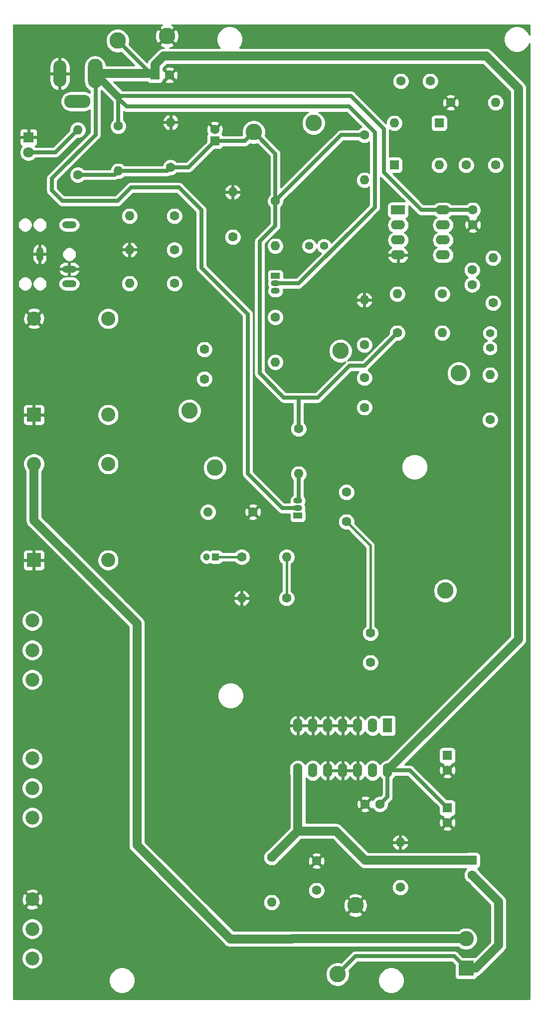
<source format=gbl>
G04 #@! TF.GenerationSoftware,KiCad,Pcbnew,(5.1.10-1-10_14)*
G04 #@! TF.CreationDate,2021-11-12T14:31:54-05:00*
G04 #@! TF.ProjectId,Guitar_Amp,47756974-6172-45f4-916d-702e6b696361,rev?*
G04 #@! TF.SameCoordinates,Original*
G04 #@! TF.FileFunction,Copper,L2,Bot*
G04 #@! TF.FilePolarity,Positive*
%FSLAX46Y46*%
G04 Gerber Fmt 4.6, Leading zero omitted, Abs format (unit mm)*
G04 Created by KiCad (PCBNEW (5.1.10-1-10_14)) date 2021-11-12 14:31:54*
%MOMM*%
%LPD*%
G01*
G04 APERTURE LIST*
G04 #@! TA.AperFunction,ComponentPad*
%ADD10C,2.800000*%
G04 #@! TD*
G04 #@! TA.AperFunction,ComponentPad*
%ADD11C,1.600000*%
G04 #@! TD*
G04 #@! TA.AperFunction,ComponentPad*
%ADD12R,1.600000X1.600000*%
G04 #@! TD*
G04 #@! TA.AperFunction,ComponentPad*
%ADD13C,2.340000*%
G04 #@! TD*
G04 #@! TA.AperFunction,ComponentPad*
%ADD14O,2.416000X1.208000*%
G04 #@! TD*
G04 #@! TA.AperFunction,ComponentPad*
%ADD15O,1.208000X2.416000*%
G04 #@! TD*
G04 #@! TA.AperFunction,ComponentPad*
%ADD16O,1.600000X1.600000*%
G04 #@! TD*
G04 #@! TA.AperFunction,ComponentPad*
%ADD17C,1.800000*%
G04 #@! TD*
G04 #@! TA.AperFunction,ComponentPad*
%ADD18R,1.800000X1.800000*%
G04 #@! TD*
G04 #@! TA.AperFunction,ComponentPad*
%ADD19O,1.600000X2.400000*%
G04 #@! TD*
G04 #@! TA.AperFunction,ComponentPad*
%ADD20R,1.600000X2.400000*%
G04 #@! TD*
G04 #@! TA.AperFunction,ComponentPad*
%ADD21O,2.400000X1.600000*%
G04 #@! TD*
G04 #@! TA.AperFunction,ComponentPad*
%ADD22R,2.400000X1.600000*%
G04 #@! TD*
G04 #@! TA.AperFunction,ComponentPad*
%ADD23R,1.500000X1.050000*%
G04 #@! TD*
G04 #@! TA.AperFunction,ComponentPad*
%ADD24O,1.500000X1.050000*%
G04 #@! TD*
G04 #@! TA.AperFunction,ComponentPad*
%ADD25C,2.600000*%
G04 #@! TD*
G04 #@! TA.AperFunction,ComponentPad*
%ADD26R,2.600000X2.600000*%
G04 #@! TD*
G04 #@! TA.AperFunction,ComponentPad*
%ADD27C,2.400000*%
G04 #@! TD*
G04 #@! TA.AperFunction,ComponentPad*
%ADD28R,2.400000X2.400000*%
G04 #@! TD*
G04 #@! TA.AperFunction,ComponentPad*
%ADD29O,4.500000X2.250000*%
G04 #@! TD*
G04 #@! TA.AperFunction,ComponentPad*
%ADD30O,2.250000X4.500000*%
G04 #@! TD*
G04 #@! TA.AperFunction,ComponentPad*
%ADD31O,2.500000X5.000000*%
G04 #@! TD*
G04 #@! TA.AperFunction,ComponentPad*
%ADD32C,1.200000*%
G04 #@! TD*
G04 #@! TA.AperFunction,ComponentPad*
%ADD33R,1.200000X1.200000*%
G04 #@! TD*
G04 #@! TA.AperFunction,ComponentPad*
%ADD34C,1.400000*%
G04 #@! TD*
G04 #@! TA.AperFunction,Conductor*
%ADD35C,1.270000*%
G04 #@! TD*
G04 #@! TA.AperFunction,Conductor*
%ADD36C,1.524000*%
G04 #@! TD*
G04 #@! TA.AperFunction,Conductor*
%ADD37C,0.635000*%
G04 #@! TD*
G04 #@! TA.AperFunction,Conductor*
%ADD38C,0.381000*%
G04 #@! TD*
G04 #@! TA.AperFunction,Conductor*
%ADD39C,0.254000*%
G04 #@! TD*
G04 #@! TA.AperFunction,Conductor*
%ADD40C,0.100000*%
G04 #@! TD*
G04 APERTURE END LIST*
D10*
X107696000Y-217424000D03*
X110744000Y-205740000D03*
X86868000Y-131572000D03*
X125984000Y-152400000D03*
X128270000Y-115570000D03*
X108204000Y-111760000D03*
X103632000Y-73152000D03*
X82550000Y-121920000D03*
X93472000Y-74676000D03*
X70358000Y-59182000D03*
X78740000Y-58420000D03*
D11*
X126365000Y-191730000D03*
D12*
X126365000Y-189230000D03*
D11*
X118444000Y-66040000D03*
X123444000Y-66040000D03*
X130556000Y-100544000D03*
X130556000Y-98044000D03*
D13*
X55880000Y-180848000D03*
X55880000Y-185848000D03*
X55880000Y-190848000D03*
D14*
X62166000Y-97877000D03*
X62166000Y-90377000D03*
X62166000Y-100377000D03*
D15*
X57166000Y-95377000D03*
D11*
X70485000Y-73660000D03*
D16*
X70485000Y-81280000D03*
D17*
X55245000Y-78105000D03*
D18*
X55245000Y-75565000D03*
D11*
X109220000Y-140716000D03*
X109220000Y-135716000D03*
X104140000Y-198200000D03*
X104140000Y-203200000D03*
X85090000Y-116506000D03*
X85090000Y-111506000D03*
D19*
X116205000Y-182880000D03*
X100965000Y-175260000D03*
X113665000Y-182880000D03*
X103505000Y-175260000D03*
X111125000Y-182880000D03*
X106045000Y-175260000D03*
X108585000Y-182880000D03*
X108585000Y-175260000D03*
X106045000Y-182880000D03*
X111125000Y-175260000D03*
X103505000Y-182880000D03*
X113665000Y-175260000D03*
X100965000Y-182880000D03*
D20*
X116205000Y-175260000D03*
D21*
X125603000Y-87884000D03*
X117983000Y-95504000D03*
X125603000Y-90424000D03*
X117983000Y-92964000D03*
X125603000Y-92964000D03*
X117983000Y-90424000D03*
X125603000Y-95504000D03*
D22*
X117983000Y-87884000D03*
D13*
X55880000Y-204724000D03*
X55880000Y-209724000D03*
X55880000Y-214724000D03*
X55880000Y-157480000D03*
X55880000Y-162480000D03*
X55880000Y-167480000D03*
D16*
X118364000Y-195072000D03*
D11*
X118364000Y-202692000D03*
D16*
X85725000Y-139065000D03*
D11*
X93345000Y-139065000D03*
D16*
X96520000Y-205232000D03*
D11*
X96520000Y-197612000D03*
D16*
X99060000Y-146685000D03*
D11*
X91440000Y-146685000D03*
D16*
X91440000Y-153670000D03*
D11*
X99060000Y-153670000D03*
D16*
X101092000Y-132588000D03*
D11*
X101092000Y-124968000D03*
D16*
X133604000Y-115824000D03*
D11*
X133604000Y-123444000D03*
D16*
X134112000Y-96012000D03*
D11*
X134112000Y-103632000D03*
D16*
X112268000Y-103124000D03*
D11*
X112268000Y-110744000D03*
D16*
X125476000Y-108712000D03*
D11*
X117856000Y-108712000D03*
D16*
X117856000Y-102108000D03*
D11*
X125476000Y-102108000D03*
D16*
X134543800Y-69672200D03*
D11*
X126923800Y-69672200D03*
D16*
X112268000Y-82804000D03*
D11*
X112268000Y-75184000D03*
D16*
X89916000Y-84836000D03*
D11*
X89916000Y-92456000D03*
D16*
X97155000Y-93980000D03*
D11*
X97155000Y-86360000D03*
D16*
X63627000Y-74295000D03*
D11*
X63627000Y-81915000D03*
X97155000Y-106045000D03*
D16*
X97155000Y-113665000D03*
X79375000Y-73025000D03*
D11*
X79375000Y-80645000D03*
D16*
X72390000Y-94615000D03*
D11*
X80010000Y-94615000D03*
D16*
X72390000Y-100330000D03*
D11*
X80010000Y-100330000D03*
D16*
X72390000Y-88900000D03*
D11*
X80010000Y-88900000D03*
D23*
X100965000Y-139700000D03*
D24*
X100965000Y-137160000D03*
X100965000Y-138430000D03*
D23*
X97155000Y-99060000D03*
D24*
X97155000Y-101600000D03*
X97155000Y-100330000D03*
D25*
X129540000Y-211408000D03*
D26*
X129540000Y-216408000D03*
D27*
X68763464Y-130915000D03*
X56163464Y-130915000D03*
X68763464Y-147215000D03*
D28*
X56163464Y-147215000D03*
D29*
X63548000Y-69470000D03*
D30*
X60548000Y-64770000D03*
D31*
X66548000Y-64770000D03*
D27*
X68763464Y-106277000D03*
X56163464Y-106277000D03*
X68763464Y-122577000D03*
D28*
X56163464Y-122577000D03*
D16*
X124968000Y-80264000D03*
D12*
X117348000Y-80264000D03*
D16*
X117348000Y-73152000D03*
D12*
X124968000Y-73152000D03*
D11*
X130556000Y-200620000D03*
D12*
X130556000Y-198120000D03*
D32*
X85495000Y-146685000D03*
D33*
X86995000Y-146685000D03*
D11*
X126365000Y-182840000D03*
D12*
X126365000Y-180340000D03*
D11*
X114895000Y-188595000D03*
X112395000Y-188595000D03*
X113284000Y-159592000D03*
X113284000Y-164592000D03*
D34*
X133604000Y-108752000D03*
X133604000Y-111252000D03*
D11*
X112268000Y-121332000D03*
X112268000Y-116332000D03*
X134540000Y-80264000D03*
X129540000Y-80264000D03*
X130683000Y-90384000D03*
X130683000Y-87884000D03*
D34*
X102910000Y-93980000D03*
X105410000Y-93980000D03*
D11*
X86868000Y-74200000D03*
D12*
X86868000Y-76200000D03*
D11*
X79208000Y-65024000D03*
D12*
X76708000Y-65024000D03*
D35*
X76454000Y-64770000D02*
X76708000Y-65024000D01*
D36*
X66548000Y-64770000D02*
X76454000Y-64770000D01*
D35*
X76708000Y-65024000D02*
X76708000Y-64836318D01*
D37*
X130683000Y-87884000D02*
X125603000Y-87884000D01*
X116205000Y-187285000D02*
X114895000Y-188595000D01*
X116205000Y-182880000D02*
X116205000Y-187285000D01*
D36*
X76708000Y-65024000D02*
X76708000Y-63246000D01*
X76708000Y-63246000D02*
X78155999Y-61798001D01*
D37*
X125603000Y-87884000D02*
X121920000Y-87884000D01*
X121920000Y-87884000D02*
X115570000Y-81534000D01*
X115570000Y-81534000D02*
X115570000Y-74168000D01*
X115570000Y-74168000D02*
X109982000Y-68580000D01*
X70612000Y-68580000D02*
X70485000Y-68707000D01*
X109982000Y-68580000D02*
X70612000Y-68580000D01*
X109659782Y-70358000D02*
X71882000Y-70358000D01*
X97155000Y-100330000D02*
X101129782Y-100330000D01*
X70485000Y-73660000D02*
X70485000Y-68961000D01*
X114046000Y-87413782D02*
X114046000Y-74744218D01*
X71882000Y-70358000D02*
X70485000Y-68961000D01*
X114046000Y-74744218D02*
X109659782Y-70358000D01*
X101129782Y-100330000D02*
X114046000Y-87413782D01*
D35*
X70485000Y-68707000D02*
X66548000Y-64770000D01*
D37*
X66623510Y-64845510D02*
X66548000Y-64770000D01*
X59182000Y-84582000D02*
X59182000Y-82550000D01*
X84582000Y-97628460D02*
X84582000Y-87884000D01*
X70358000Y-86360000D02*
X60960000Y-86360000D01*
X72644000Y-84074000D02*
X70358000Y-86360000D01*
X80772000Y-84074000D02*
X72644000Y-84074000D01*
X98298000Y-138430000D02*
X92456000Y-132588000D01*
X92456000Y-105502460D02*
X84582000Y-97628460D01*
X66623510Y-75108490D02*
X66623510Y-64845510D01*
X84582000Y-87884000D02*
X80772000Y-84074000D01*
X92456000Y-132588000D02*
X92456000Y-105502460D01*
X60960000Y-86360000D02*
X59182000Y-84582000D01*
X59182000Y-82550000D02*
X66623510Y-75108490D01*
X100965000Y-138430000D02*
X98298000Y-138430000D01*
X120015000Y-182880000D02*
X116205000Y-182880000D01*
X126365000Y-189230000D02*
X120015000Y-182880000D01*
X80772000Y-61468000D02*
X81102001Y-61798001D01*
D36*
X81102001Y-61798001D02*
X132918001Y-61798001D01*
X78155999Y-61798001D02*
X81102001Y-61798001D01*
D37*
X76708000Y-64008000D02*
X76708000Y-65024000D01*
X76200000Y-65024000D02*
X76708000Y-65024000D01*
X70358000Y-59182000D02*
X76200000Y-65024000D01*
D36*
X116205000Y-182880000D02*
X138430000Y-160655000D01*
X138430000Y-67310000D02*
X132918001Y-61798001D01*
X138430000Y-160655000D02*
X138430000Y-67310000D01*
D37*
X78740000Y-81280000D02*
X79375000Y-80645000D01*
X70485000Y-81280000D02*
X78740000Y-81280000D01*
X108331000Y-75184000D02*
X97155000Y-86360000D01*
X112268000Y-75184000D02*
X108331000Y-75184000D01*
X101092000Y-119702218D02*
X101092000Y-124968000D01*
X97155000Y-86360000D02*
X97155000Y-90551000D01*
X97155000Y-90551000D02*
X94488000Y-93218000D01*
X94488000Y-93218000D02*
X94488000Y-115570000D01*
X98620218Y-119702218D02*
X101092000Y-119702218D01*
X94488000Y-115570000D02*
X98620218Y-119702218D01*
X82423000Y-80645000D02*
X86868000Y-76200000D01*
X79375000Y-80645000D02*
X82423000Y-80645000D01*
X91948000Y-76200000D02*
X93472000Y-74676000D01*
X86868000Y-76200000D02*
X91948000Y-76200000D01*
X97155000Y-78359000D02*
X93472000Y-74676000D01*
X97155000Y-86360000D02*
X97155000Y-78359000D01*
X117856000Y-108712000D02*
X112268000Y-114300000D01*
X112268000Y-114300000D02*
X109728000Y-114300000D01*
X104325782Y-119702218D02*
X101092000Y-119702218D01*
X109728000Y-114300000D02*
X104325782Y-119702218D01*
X69850000Y-81915000D02*
X70485000Y-81280000D01*
X63627000Y-81915000D02*
X69850000Y-81915000D01*
D38*
X113284000Y-144780000D02*
X113284000Y-159592000D01*
X109220000Y-140716000D02*
X113284000Y-144780000D01*
X100965000Y-132715000D02*
X101092000Y-132588000D01*
D37*
X101092000Y-137033000D02*
X100965000Y-137160000D01*
X101092000Y-132588000D02*
X101092000Y-137033000D01*
X59817000Y-78105000D02*
X63627000Y-74295000D01*
X55245000Y-78105000D02*
X59817000Y-78105000D01*
D36*
X89535000Y-211455000D02*
X73660000Y-195580000D01*
X99961318Y-211455000D02*
X89535000Y-211455000D01*
X100008318Y-211408000D02*
X99961318Y-211455000D01*
X129540000Y-211408000D02*
X100008318Y-211408000D01*
X56163464Y-130915000D02*
X56163464Y-140491464D01*
X73660000Y-157988000D02*
X73660000Y-160020000D01*
X56163464Y-140491464D02*
X73660000Y-157988000D01*
X73660000Y-160020000D02*
X73660000Y-158750000D01*
X73660000Y-195580000D02*
X73660000Y-160020000D01*
D38*
X99060000Y-146685000D02*
X99060000Y-153670000D01*
X86995000Y-146685000D02*
X91440000Y-146685000D01*
D36*
X130556000Y-200620000D02*
X135041000Y-205105000D01*
X135041000Y-205105000D02*
X135041000Y-212511000D01*
X135041000Y-212511000D02*
X131144000Y-216408000D01*
X129540000Y-216408000D02*
X131144000Y-216408000D01*
D37*
X107696000Y-217424000D02*
X110744000Y-214376000D01*
X127508000Y-214376000D02*
X129540000Y-216408000D01*
X110744000Y-214376000D02*
X127508000Y-214376000D01*
D36*
X100965000Y-193167000D02*
X96520000Y-197612000D01*
X100965000Y-182880000D02*
X100965000Y-193167000D01*
X130556000Y-198120000D02*
X112395000Y-198120000D01*
X107442000Y-193167000D02*
X100965000Y-193167000D01*
X112395000Y-198120000D02*
X107442000Y-193167000D01*
D39*
X77914460Y-56549205D02*
X77643135Y-56694230D01*
X77499158Y-56999553D01*
X78740000Y-58240395D01*
X79980842Y-56999553D01*
X79836865Y-56694230D01*
X79531729Y-56540000D01*
X140310001Y-56540000D01*
X140310001Y-58239599D01*
X140156631Y-57869331D01*
X139912038Y-57503271D01*
X139600729Y-57191962D01*
X139234669Y-56947369D01*
X138827925Y-56778890D01*
X138396128Y-56693000D01*
X137955872Y-56693000D01*
X137524075Y-56778890D01*
X137117331Y-56947369D01*
X136751271Y-57191962D01*
X136439962Y-57503271D01*
X136195369Y-57869331D01*
X136026890Y-58276075D01*
X135941000Y-58707872D01*
X135941000Y-59148128D01*
X136026890Y-59579925D01*
X136195369Y-59986669D01*
X136439962Y-60352729D01*
X136751271Y-60664038D01*
X137117331Y-60908631D01*
X137524075Y-61077110D01*
X137955872Y-61163000D01*
X138396128Y-61163000D01*
X138827925Y-61077110D01*
X139234669Y-60908631D01*
X139600729Y-60664038D01*
X139912038Y-60352729D01*
X140156631Y-59986669D01*
X140310001Y-59616401D01*
X140310000Y-221590000D01*
X52730000Y-221590000D01*
X52730000Y-218219872D01*
X68885000Y-218219872D01*
X68885000Y-218660128D01*
X68970890Y-219091925D01*
X69139369Y-219498669D01*
X69383962Y-219864729D01*
X69695271Y-220176038D01*
X70061331Y-220420631D01*
X70468075Y-220589110D01*
X70899872Y-220675000D01*
X71340128Y-220675000D01*
X71771925Y-220589110D01*
X72178669Y-220420631D01*
X72544729Y-220176038D01*
X72856038Y-219864729D01*
X73100631Y-219498669D01*
X73269110Y-219091925D01*
X73355000Y-218660128D01*
X73355000Y-218219872D01*
X73269110Y-217788075D01*
X73100631Y-217381331D01*
X72856038Y-217015271D01*
X72544729Y-216703962D01*
X72178669Y-216459369D01*
X71771925Y-216290890D01*
X71340128Y-216205000D01*
X70899872Y-216205000D01*
X70468075Y-216290890D01*
X70061331Y-216459369D01*
X69695271Y-216703962D01*
X69383962Y-217015271D01*
X69139369Y-217381331D01*
X68970890Y-217788075D01*
X68885000Y-218219872D01*
X52730000Y-218219872D01*
X52730000Y-214546223D01*
X54075000Y-214546223D01*
X54075000Y-214901777D01*
X54144365Y-215250499D01*
X54280429Y-215578988D01*
X54477965Y-215874621D01*
X54729379Y-216126035D01*
X55025012Y-216323571D01*
X55353501Y-216459635D01*
X55702223Y-216529000D01*
X56057777Y-216529000D01*
X56406499Y-216459635D01*
X56734988Y-216323571D01*
X57030621Y-216126035D01*
X57282035Y-215874621D01*
X57479571Y-215578988D01*
X57615635Y-215250499D01*
X57685000Y-214901777D01*
X57685000Y-214546223D01*
X57615635Y-214197501D01*
X57479571Y-213869012D01*
X57282035Y-213573379D01*
X57030621Y-213321965D01*
X56734988Y-213124429D01*
X56406499Y-212988365D01*
X56057777Y-212919000D01*
X55702223Y-212919000D01*
X55353501Y-212988365D01*
X55025012Y-213124429D01*
X54729379Y-213321965D01*
X54477965Y-213573379D01*
X54280429Y-213869012D01*
X54144365Y-214197501D01*
X54075000Y-214546223D01*
X52730000Y-214546223D01*
X52730000Y-209546223D01*
X54075000Y-209546223D01*
X54075000Y-209901777D01*
X54144365Y-210250499D01*
X54280429Y-210578988D01*
X54477965Y-210874621D01*
X54729379Y-211126035D01*
X55025012Y-211323571D01*
X55353501Y-211459635D01*
X55702223Y-211529000D01*
X56057777Y-211529000D01*
X56406499Y-211459635D01*
X56734988Y-211323571D01*
X57030621Y-211126035D01*
X57282035Y-210874621D01*
X57479571Y-210578988D01*
X57615635Y-210250499D01*
X57685000Y-209901777D01*
X57685000Y-209546223D01*
X57615635Y-209197501D01*
X57479571Y-208869012D01*
X57282035Y-208573379D01*
X57030621Y-208321965D01*
X56734988Y-208124429D01*
X56406499Y-207988365D01*
X56057777Y-207919000D01*
X55702223Y-207919000D01*
X55353501Y-207988365D01*
X55025012Y-208124429D01*
X54729379Y-208321965D01*
X54477965Y-208573379D01*
X54280429Y-208869012D01*
X54144365Y-209197501D01*
X54075000Y-209546223D01*
X52730000Y-209546223D01*
X52730000Y-205980602D01*
X54803003Y-205980602D01*
X54919275Y-206262389D01*
X55237860Y-206420257D01*
X55581122Y-206512938D01*
X55935869Y-206536873D01*
X56288470Y-206491139D01*
X56625373Y-206377495D01*
X56840725Y-206262389D01*
X56956997Y-205980602D01*
X55880000Y-204903605D01*
X54803003Y-205980602D01*
X52730000Y-205980602D01*
X52730000Y-204779869D01*
X54067127Y-204779869D01*
X54112861Y-205132470D01*
X54226505Y-205469373D01*
X54341611Y-205684725D01*
X54623398Y-205800997D01*
X55700395Y-204724000D01*
X56059605Y-204724000D01*
X57136602Y-205800997D01*
X57418389Y-205684725D01*
X57576257Y-205366140D01*
X57668938Y-205022878D01*
X57692873Y-204668131D01*
X57647139Y-204315530D01*
X57533495Y-203978627D01*
X57418389Y-203763275D01*
X57136602Y-203647003D01*
X56059605Y-204724000D01*
X55700395Y-204724000D01*
X54623398Y-203647003D01*
X54341611Y-203763275D01*
X54183743Y-204081860D01*
X54091062Y-204425122D01*
X54067127Y-204779869D01*
X52730000Y-204779869D01*
X52730000Y-203467398D01*
X54803003Y-203467398D01*
X55880000Y-204544395D01*
X56956997Y-203467398D01*
X56840725Y-203185611D01*
X56522140Y-203027743D01*
X56178878Y-202935062D01*
X55824131Y-202911127D01*
X55471530Y-202956861D01*
X55134627Y-203070505D01*
X54919275Y-203185611D01*
X54803003Y-203467398D01*
X52730000Y-203467398D01*
X52730000Y-190670223D01*
X54075000Y-190670223D01*
X54075000Y-191025777D01*
X54144365Y-191374499D01*
X54280429Y-191702988D01*
X54477965Y-191998621D01*
X54729379Y-192250035D01*
X55025012Y-192447571D01*
X55353501Y-192583635D01*
X55702223Y-192653000D01*
X56057777Y-192653000D01*
X56406499Y-192583635D01*
X56734988Y-192447571D01*
X57030621Y-192250035D01*
X57282035Y-191998621D01*
X57479571Y-191702988D01*
X57615635Y-191374499D01*
X57685000Y-191025777D01*
X57685000Y-190670223D01*
X57615635Y-190321501D01*
X57479571Y-189993012D01*
X57282035Y-189697379D01*
X57030621Y-189445965D01*
X56734988Y-189248429D01*
X56406499Y-189112365D01*
X56057777Y-189043000D01*
X55702223Y-189043000D01*
X55353501Y-189112365D01*
X55025012Y-189248429D01*
X54729379Y-189445965D01*
X54477965Y-189697379D01*
X54280429Y-189993012D01*
X54144365Y-190321501D01*
X54075000Y-190670223D01*
X52730000Y-190670223D01*
X52730000Y-185670223D01*
X54075000Y-185670223D01*
X54075000Y-186025777D01*
X54144365Y-186374499D01*
X54280429Y-186702988D01*
X54477965Y-186998621D01*
X54729379Y-187250035D01*
X55025012Y-187447571D01*
X55353501Y-187583635D01*
X55702223Y-187653000D01*
X56057777Y-187653000D01*
X56406499Y-187583635D01*
X56734988Y-187447571D01*
X57030621Y-187250035D01*
X57282035Y-186998621D01*
X57479571Y-186702988D01*
X57615635Y-186374499D01*
X57685000Y-186025777D01*
X57685000Y-185670223D01*
X57615635Y-185321501D01*
X57479571Y-184993012D01*
X57282035Y-184697379D01*
X57030621Y-184445965D01*
X56734988Y-184248429D01*
X56406499Y-184112365D01*
X56057777Y-184043000D01*
X55702223Y-184043000D01*
X55353501Y-184112365D01*
X55025012Y-184248429D01*
X54729379Y-184445965D01*
X54477965Y-184697379D01*
X54280429Y-184993012D01*
X54144365Y-185321501D01*
X54075000Y-185670223D01*
X52730000Y-185670223D01*
X52730000Y-180670223D01*
X54075000Y-180670223D01*
X54075000Y-181025777D01*
X54144365Y-181374499D01*
X54280429Y-181702988D01*
X54477965Y-181998621D01*
X54729379Y-182250035D01*
X55025012Y-182447571D01*
X55353501Y-182583635D01*
X55702223Y-182653000D01*
X56057777Y-182653000D01*
X56406499Y-182583635D01*
X56734988Y-182447571D01*
X57030621Y-182250035D01*
X57282035Y-181998621D01*
X57479571Y-181702988D01*
X57615635Y-181374499D01*
X57685000Y-181025777D01*
X57685000Y-180670223D01*
X57615635Y-180321501D01*
X57479571Y-179993012D01*
X57282035Y-179697379D01*
X57030621Y-179445965D01*
X56734988Y-179248429D01*
X56406499Y-179112365D01*
X56057777Y-179043000D01*
X55702223Y-179043000D01*
X55353501Y-179112365D01*
X55025012Y-179248429D01*
X54729379Y-179445965D01*
X54477965Y-179697379D01*
X54280429Y-179993012D01*
X54144365Y-180321501D01*
X54075000Y-180670223D01*
X52730000Y-180670223D01*
X52730000Y-167302223D01*
X54075000Y-167302223D01*
X54075000Y-167657777D01*
X54144365Y-168006499D01*
X54280429Y-168334988D01*
X54477965Y-168630621D01*
X54729379Y-168882035D01*
X55025012Y-169079571D01*
X55353501Y-169215635D01*
X55702223Y-169285000D01*
X56057777Y-169285000D01*
X56406499Y-169215635D01*
X56734988Y-169079571D01*
X57030621Y-168882035D01*
X57282035Y-168630621D01*
X57479571Y-168334988D01*
X57615635Y-168006499D01*
X57685000Y-167657777D01*
X57685000Y-167302223D01*
X57615635Y-166953501D01*
X57479571Y-166625012D01*
X57282035Y-166329379D01*
X57030621Y-166077965D01*
X56734988Y-165880429D01*
X56406499Y-165744365D01*
X56057777Y-165675000D01*
X55702223Y-165675000D01*
X55353501Y-165744365D01*
X55025012Y-165880429D01*
X54729379Y-166077965D01*
X54477965Y-166329379D01*
X54280429Y-166625012D01*
X54144365Y-166953501D01*
X54075000Y-167302223D01*
X52730000Y-167302223D01*
X52730000Y-162302223D01*
X54075000Y-162302223D01*
X54075000Y-162657777D01*
X54144365Y-163006499D01*
X54280429Y-163334988D01*
X54477965Y-163630621D01*
X54729379Y-163882035D01*
X55025012Y-164079571D01*
X55353501Y-164215635D01*
X55702223Y-164285000D01*
X56057777Y-164285000D01*
X56406499Y-164215635D01*
X56734988Y-164079571D01*
X57030621Y-163882035D01*
X57282035Y-163630621D01*
X57479571Y-163334988D01*
X57615635Y-163006499D01*
X57685000Y-162657777D01*
X57685000Y-162302223D01*
X57615635Y-161953501D01*
X57479571Y-161625012D01*
X57282035Y-161329379D01*
X57030621Y-161077965D01*
X56734988Y-160880429D01*
X56406499Y-160744365D01*
X56057777Y-160675000D01*
X55702223Y-160675000D01*
X55353501Y-160744365D01*
X55025012Y-160880429D01*
X54729379Y-161077965D01*
X54477965Y-161329379D01*
X54280429Y-161625012D01*
X54144365Y-161953501D01*
X54075000Y-162302223D01*
X52730000Y-162302223D01*
X52730000Y-157302223D01*
X54075000Y-157302223D01*
X54075000Y-157657777D01*
X54144365Y-158006499D01*
X54280429Y-158334988D01*
X54477965Y-158630621D01*
X54729379Y-158882035D01*
X55025012Y-159079571D01*
X55353501Y-159215635D01*
X55702223Y-159285000D01*
X56057777Y-159285000D01*
X56406499Y-159215635D01*
X56734988Y-159079571D01*
X57030621Y-158882035D01*
X57282035Y-158630621D01*
X57479571Y-158334988D01*
X57615635Y-158006499D01*
X57685000Y-157657777D01*
X57685000Y-157302223D01*
X57615635Y-156953501D01*
X57479571Y-156625012D01*
X57282035Y-156329379D01*
X57030621Y-156077965D01*
X56734988Y-155880429D01*
X56406499Y-155744365D01*
X56057777Y-155675000D01*
X55702223Y-155675000D01*
X55353501Y-155744365D01*
X55025012Y-155880429D01*
X54729379Y-156077965D01*
X54477965Y-156329379D01*
X54280429Y-156625012D01*
X54144365Y-156953501D01*
X54075000Y-157302223D01*
X52730000Y-157302223D01*
X52730000Y-148415000D01*
X54325392Y-148415000D01*
X54337652Y-148539482D01*
X54373962Y-148659180D01*
X54432927Y-148769494D01*
X54512279Y-148866185D01*
X54608970Y-148945537D01*
X54719284Y-149004502D01*
X54838982Y-149040812D01*
X54963464Y-149053072D01*
X55877714Y-149050000D01*
X56036464Y-148891250D01*
X56036464Y-147342000D01*
X56290464Y-147342000D01*
X56290464Y-148891250D01*
X56449214Y-149050000D01*
X57363464Y-149053072D01*
X57487946Y-149040812D01*
X57607644Y-149004502D01*
X57717958Y-148945537D01*
X57814649Y-148866185D01*
X57894001Y-148769494D01*
X57952966Y-148659180D01*
X57989276Y-148539482D01*
X58001536Y-148415000D01*
X57998464Y-147500750D01*
X57839714Y-147342000D01*
X56290464Y-147342000D01*
X56036464Y-147342000D01*
X54487214Y-147342000D01*
X54328464Y-147500750D01*
X54325392Y-148415000D01*
X52730000Y-148415000D01*
X52730000Y-146015000D01*
X54325392Y-146015000D01*
X54328464Y-146929250D01*
X54487214Y-147088000D01*
X56036464Y-147088000D01*
X56036464Y-145538750D01*
X56290464Y-145538750D01*
X56290464Y-147088000D01*
X57839714Y-147088000D01*
X57998464Y-146929250D01*
X58001536Y-146015000D01*
X57989276Y-145890518D01*
X57952966Y-145770820D01*
X57894001Y-145660506D01*
X57814649Y-145563815D01*
X57717958Y-145484463D01*
X57607644Y-145425498D01*
X57487946Y-145389188D01*
X57363464Y-145376928D01*
X56449214Y-145380000D01*
X56290464Y-145538750D01*
X56036464Y-145538750D01*
X55877714Y-145380000D01*
X54963464Y-145376928D01*
X54838982Y-145389188D01*
X54719284Y-145425498D01*
X54608970Y-145484463D01*
X54512279Y-145563815D01*
X54432927Y-145660506D01*
X54373962Y-145770820D01*
X54337652Y-145890518D01*
X54325392Y-146015000D01*
X52730000Y-146015000D01*
X52730000Y-130734268D01*
X54328464Y-130734268D01*
X54328464Y-131095732D01*
X54398982Y-131450250D01*
X54537308Y-131784199D01*
X54738126Y-132084744D01*
X54766464Y-132113082D01*
X54766465Y-140422829D01*
X54759705Y-140491464D01*
X54786678Y-140765323D01*
X54820806Y-140877826D01*
X54866561Y-141028659D01*
X54996282Y-141271351D01*
X55170857Y-141484072D01*
X55224168Y-141527823D01*
X72263000Y-158566656D01*
X72263000Y-160088624D01*
X72263001Y-160088634D01*
X72263000Y-195511375D01*
X72256241Y-195580000D01*
X72283214Y-195853859D01*
X72363096Y-196117194D01*
X72492817Y-196359886D01*
X72667392Y-196572607D01*
X72720705Y-196616360D01*
X88498645Y-212394302D01*
X88542392Y-212447608D01*
X88755113Y-212622183D01*
X88997805Y-212751904D01*
X89172839Y-212805000D01*
X89261140Y-212831786D01*
X89534999Y-212858759D01*
X89603624Y-212852000D01*
X99892693Y-212852000D01*
X99961318Y-212858759D01*
X100029943Y-212852000D01*
X100235178Y-212831786D01*
X100323479Y-212805000D01*
X128200496Y-212805000D01*
X128306509Y-212911013D01*
X128623434Y-213122775D01*
X128975581Y-213268639D01*
X129349419Y-213343000D01*
X129730581Y-213343000D01*
X130104419Y-213268639D01*
X130456566Y-213122775D01*
X130773491Y-212911013D01*
X131043013Y-212641491D01*
X131254775Y-212324566D01*
X131400639Y-211972419D01*
X131475000Y-211598581D01*
X131475000Y-211217419D01*
X131400639Y-210843581D01*
X131254775Y-210491434D01*
X131043013Y-210174509D01*
X130773491Y-209904987D01*
X130456566Y-209693225D01*
X130104419Y-209547361D01*
X129730581Y-209473000D01*
X129349419Y-209473000D01*
X128975581Y-209547361D01*
X128623434Y-209693225D01*
X128306509Y-209904987D01*
X128200496Y-210011000D01*
X100076942Y-210011000D01*
X100008317Y-210004241D01*
X99939693Y-210011000D01*
X99734458Y-210031214D01*
X99646157Y-210058000D01*
X90113657Y-210058000D01*
X87216104Y-207160447D01*
X109503158Y-207160447D01*
X109647135Y-207465770D01*
X110004892Y-207646597D01*
X110391053Y-207754155D01*
X110790777Y-207784310D01*
X111188704Y-207735904D01*
X111569540Y-207610795D01*
X111840865Y-207465770D01*
X111984842Y-207160447D01*
X110744000Y-205919605D01*
X109503158Y-207160447D01*
X87216104Y-207160447D01*
X85146322Y-205090665D01*
X95085000Y-205090665D01*
X95085000Y-205373335D01*
X95140147Y-205650574D01*
X95248320Y-205911727D01*
X95405363Y-206146759D01*
X95605241Y-206346637D01*
X95840273Y-206503680D01*
X96101426Y-206611853D01*
X96378665Y-206667000D01*
X96661335Y-206667000D01*
X96938574Y-206611853D01*
X97199727Y-206503680D01*
X97434759Y-206346637D01*
X97634637Y-206146759D01*
X97791680Y-205911727D01*
X97843435Y-205786777D01*
X108699690Y-205786777D01*
X108748096Y-206184704D01*
X108873205Y-206565540D01*
X109018230Y-206836865D01*
X109323553Y-206980842D01*
X110564395Y-205740000D01*
X110923605Y-205740000D01*
X112164447Y-206980842D01*
X112469770Y-206836865D01*
X112650597Y-206479108D01*
X112758155Y-206092947D01*
X112788310Y-205693223D01*
X112739904Y-205295296D01*
X112614795Y-204914460D01*
X112469770Y-204643135D01*
X112164447Y-204499158D01*
X110923605Y-205740000D01*
X110564395Y-205740000D01*
X109323553Y-204499158D01*
X109018230Y-204643135D01*
X108837403Y-205000892D01*
X108729845Y-205387053D01*
X108699690Y-205786777D01*
X97843435Y-205786777D01*
X97899853Y-205650574D01*
X97955000Y-205373335D01*
X97955000Y-205090665D01*
X97899853Y-204813426D01*
X97791680Y-204552273D01*
X97634637Y-204317241D01*
X97434759Y-204117363D01*
X97199727Y-203960320D01*
X96938574Y-203852147D01*
X96661335Y-203797000D01*
X96378665Y-203797000D01*
X96101426Y-203852147D01*
X95840273Y-203960320D01*
X95605241Y-204117363D01*
X95405363Y-204317241D01*
X95248320Y-204552273D01*
X95140147Y-204813426D01*
X95085000Y-205090665D01*
X85146322Y-205090665D01*
X83114322Y-203058665D01*
X102705000Y-203058665D01*
X102705000Y-203341335D01*
X102760147Y-203618574D01*
X102868320Y-203879727D01*
X103025363Y-204114759D01*
X103225241Y-204314637D01*
X103460273Y-204471680D01*
X103721426Y-204579853D01*
X103998665Y-204635000D01*
X104281335Y-204635000D01*
X104558574Y-204579853D01*
X104819727Y-204471680D01*
X105047401Y-204319553D01*
X109503158Y-204319553D01*
X110744000Y-205560395D01*
X111984842Y-204319553D01*
X111840865Y-204014230D01*
X111483108Y-203833403D01*
X111096947Y-203725845D01*
X110697223Y-203695690D01*
X110299296Y-203744096D01*
X109918460Y-203869205D01*
X109647135Y-204014230D01*
X109503158Y-204319553D01*
X105047401Y-204319553D01*
X105054759Y-204314637D01*
X105254637Y-204114759D01*
X105411680Y-203879727D01*
X105519853Y-203618574D01*
X105575000Y-203341335D01*
X105575000Y-203058665D01*
X105519853Y-202781426D01*
X105424269Y-202550665D01*
X116929000Y-202550665D01*
X116929000Y-202833335D01*
X116984147Y-203110574D01*
X117092320Y-203371727D01*
X117249363Y-203606759D01*
X117449241Y-203806637D01*
X117684273Y-203963680D01*
X117945426Y-204071853D01*
X118222665Y-204127000D01*
X118505335Y-204127000D01*
X118782574Y-204071853D01*
X119043727Y-203963680D01*
X119278759Y-203806637D01*
X119478637Y-203606759D01*
X119635680Y-203371727D01*
X119743853Y-203110574D01*
X119799000Y-202833335D01*
X119799000Y-202550665D01*
X119743853Y-202273426D01*
X119635680Y-202012273D01*
X119478637Y-201777241D01*
X119278759Y-201577363D01*
X119043727Y-201420320D01*
X118782574Y-201312147D01*
X118505335Y-201257000D01*
X118222665Y-201257000D01*
X117945426Y-201312147D01*
X117684273Y-201420320D01*
X117449241Y-201577363D01*
X117249363Y-201777241D01*
X117092320Y-202012273D01*
X116984147Y-202273426D01*
X116929000Y-202550665D01*
X105424269Y-202550665D01*
X105411680Y-202520273D01*
X105254637Y-202285241D01*
X105054759Y-202085363D01*
X104819727Y-201928320D01*
X104558574Y-201820147D01*
X104281335Y-201765000D01*
X103998665Y-201765000D01*
X103721426Y-201820147D01*
X103460273Y-201928320D01*
X103225241Y-202085363D01*
X103025363Y-202285241D01*
X102868320Y-202520273D01*
X102760147Y-202781426D01*
X102705000Y-203058665D01*
X83114322Y-203058665D01*
X79248359Y-199192702D01*
X103326903Y-199192702D01*
X103398486Y-199436671D01*
X103653996Y-199557571D01*
X103928184Y-199626300D01*
X104210512Y-199640217D01*
X104490130Y-199598787D01*
X104756292Y-199503603D01*
X104881514Y-199436671D01*
X104953097Y-199192702D01*
X104140000Y-198379605D01*
X103326903Y-199192702D01*
X79248359Y-199192702D01*
X77526321Y-197470665D01*
X95085000Y-197470665D01*
X95085000Y-197753335D01*
X95140147Y-198030574D01*
X95248320Y-198291727D01*
X95405363Y-198526759D01*
X95605241Y-198726637D01*
X95840273Y-198883680D01*
X96101426Y-198991853D01*
X96378665Y-199047000D01*
X96661335Y-199047000D01*
X96938574Y-198991853D01*
X97199727Y-198883680D01*
X97434759Y-198726637D01*
X97634637Y-198526759D01*
X97742853Y-198364803D01*
X97837144Y-198270512D01*
X102699783Y-198270512D01*
X102741213Y-198550130D01*
X102836397Y-198816292D01*
X102903329Y-198941514D01*
X103147298Y-199013097D01*
X103960395Y-198200000D01*
X104319605Y-198200000D01*
X105132702Y-199013097D01*
X105376671Y-198941514D01*
X105497571Y-198686004D01*
X105566300Y-198411816D01*
X105580217Y-198129488D01*
X105538787Y-197849870D01*
X105443603Y-197583708D01*
X105376671Y-197458486D01*
X105132702Y-197386903D01*
X104319605Y-198200000D01*
X103960395Y-198200000D01*
X103147298Y-197386903D01*
X102903329Y-197458486D01*
X102782429Y-197713996D01*
X102713700Y-197988184D01*
X102699783Y-198270512D01*
X97837144Y-198270512D01*
X98900358Y-197207298D01*
X103326903Y-197207298D01*
X104140000Y-198020395D01*
X104953097Y-197207298D01*
X104881514Y-196963329D01*
X104626004Y-196842429D01*
X104351816Y-196773700D01*
X104069488Y-196759783D01*
X103789870Y-196801213D01*
X103523708Y-196896397D01*
X103398486Y-196963329D01*
X103326903Y-197207298D01*
X98900358Y-197207298D01*
X101543657Y-194564000D01*
X106863345Y-194564000D01*
X111358641Y-199059297D01*
X111402392Y-199112608D01*
X111615113Y-199287183D01*
X111857805Y-199416904D01*
X112121140Y-199496786D01*
X112395000Y-199523759D01*
X112463625Y-199517000D01*
X129536538Y-199517000D01*
X129607943Y-199538661D01*
X129441363Y-199705241D01*
X129284320Y-199940273D01*
X129176147Y-200201426D01*
X129121000Y-200478665D01*
X129121000Y-200761335D01*
X129176147Y-201038574D01*
X129284320Y-201299727D01*
X129441363Y-201534759D01*
X129641241Y-201734637D01*
X129803198Y-201842853D01*
X133644000Y-205683656D01*
X133644001Y-211932342D01*
X131063975Y-214512369D01*
X130964482Y-214482188D01*
X130840000Y-214469928D01*
X128948966Y-214469928D01*
X128214607Y-213735569D01*
X128184778Y-213699222D01*
X128039741Y-213580194D01*
X127874269Y-213491748D01*
X127694723Y-213437283D01*
X127554785Y-213423500D01*
X127508000Y-213418892D01*
X127461215Y-213423500D01*
X110790785Y-213423500D01*
X110744000Y-213418892D01*
X110697215Y-213423500D01*
X110557277Y-213437283D01*
X110377731Y-213491748D01*
X110212259Y-213580194D01*
X110067222Y-213699222D01*
X110037397Y-213735564D01*
X108301021Y-215471940D01*
X108289587Y-215467204D01*
X107896430Y-215389000D01*
X107495570Y-215389000D01*
X107102413Y-215467204D01*
X106732066Y-215620607D01*
X106398763Y-215843313D01*
X106115313Y-216126763D01*
X105892607Y-216460066D01*
X105739204Y-216830413D01*
X105661000Y-217223570D01*
X105661000Y-217624430D01*
X105739204Y-218017587D01*
X105892607Y-218387934D01*
X106115313Y-218721237D01*
X106398763Y-219004687D01*
X106732066Y-219227393D01*
X107102413Y-219380796D01*
X107495570Y-219459000D01*
X107896430Y-219459000D01*
X108289587Y-219380796D01*
X108659934Y-219227393D01*
X108993237Y-219004687D01*
X109276687Y-218721237D01*
X109499393Y-218387934D01*
X109569006Y-218219872D01*
X114605000Y-218219872D01*
X114605000Y-218660128D01*
X114690890Y-219091925D01*
X114859369Y-219498669D01*
X115103962Y-219864729D01*
X115415271Y-220176038D01*
X115781331Y-220420631D01*
X116188075Y-220589110D01*
X116619872Y-220675000D01*
X117060128Y-220675000D01*
X117491925Y-220589110D01*
X117898669Y-220420631D01*
X118264729Y-220176038D01*
X118576038Y-219864729D01*
X118820631Y-219498669D01*
X118989110Y-219091925D01*
X119075000Y-218660128D01*
X119075000Y-218219872D01*
X118989110Y-217788075D01*
X118820631Y-217381331D01*
X118576038Y-217015271D01*
X118264729Y-216703962D01*
X117898669Y-216459369D01*
X117491925Y-216290890D01*
X117060128Y-216205000D01*
X116619872Y-216205000D01*
X116188075Y-216290890D01*
X115781331Y-216459369D01*
X115415271Y-216703962D01*
X115103962Y-217015271D01*
X114859369Y-217381331D01*
X114690890Y-217788075D01*
X114605000Y-218219872D01*
X109569006Y-218219872D01*
X109652796Y-218017587D01*
X109731000Y-217624430D01*
X109731000Y-217223570D01*
X109652796Y-216830413D01*
X109648060Y-216818979D01*
X111138539Y-215328500D01*
X127113462Y-215328500D01*
X127601928Y-215816966D01*
X127601928Y-217708000D01*
X127614188Y-217832482D01*
X127650498Y-217952180D01*
X127709463Y-218062494D01*
X127788815Y-218159185D01*
X127885506Y-218238537D01*
X127995820Y-218297502D01*
X128115518Y-218333812D01*
X128240000Y-218346072D01*
X130840000Y-218346072D01*
X130964482Y-218333812D01*
X131084180Y-218297502D01*
X131194494Y-218238537D01*
X131291185Y-218159185D01*
X131370537Y-218062494D01*
X131429502Y-217952180D01*
X131465812Y-217832482D01*
X131472131Y-217768323D01*
X131681195Y-217704904D01*
X131923887Y-217575183D01*
X132136608Y-217400608D01*
X132180364Y-217347291D01*
X135980302Y-213547355D01*
X136033608Y-213503608D01*
X136208183Y-213290887D01*
X136337904Y-213048195D01*
X136417786Y-212784860D01*
X136433808Y-212622183D01*
X136444759Y-212511001D01*
X136438000Y-212442376D01*
X136438000Y-205173625D01*
X136444759Y-205105000D01*
X136417786Y-204831140D01*
X136337904Y-204567805D01*
X136208183Y-204325113D01*
X136033607Y-204112392D01*
X135980301Y-204068645D01*
X131778853Y-199867198D01*
X131670637Y-199705241D01*
X131504057Y-199538661D01*
X131600180Y-199509502D01*
X131710494Y-199450537D01*
X131807185Y-199371185D01*
X131886537Y-199274494D01*
X131945502Y-199164180D01*
X131981812Y-199044482D01*
X131994072Y-198920000D01*
X131994072Y-197320000D01*
X131981812Y-197195518D01*
X131945502Y-197075820D01*
X131886537Y-196965506D01*
X131807185Y-196868815D01*
X131710494Y-196789463D01*
X131600180Y-196730498D01*
X131480482Y-196694188D01*
X131356000Y-196681928D01*
X129756000Y-196681928D01*
X129631518Y-196694188D01*
X129536538Y-196723000D01*
X112973656Y-196723000D01*
X111671696Y-195421040D01*
X116972091Y-195421040D01*
X117066930Y-195685881D01*
X117211615Y-195927131D01*
X117400586Y-196135519D01*
X117626580Y-196303037D01*
X117880913Y-196423246D01*
X118014961Y-196463904D01*
X118237000Y-196341915D01*
X118237000Y-195199000D01*
X118491000Y-195199000D01*
X118491000Y-196341915D01*
X118713039Y-196463904D01*
X118847087Y-196423246D01*
X119101420Y-196303037D01*
X119327414Y-196135519D01*
X119516385Y-195927131D01*
X119661070Y-195685881D01*
X119755909Y-195421040D01*
X119634624Y-195199000D01*
X118491000Y-195199000D01*
X118237000Y-195199000D01*
X117093376Y-195199000D01*
X116972091Y-195421040D01*
X111671696Y-195421040D01*
X110973616Y-194722960D01*
X116972091Y-194722960D01*
X117093376Y-194945000D01*
X118237000Y-194945000D01*
X118237000Y-193802085D01*
X118491000Y-193802085D01*
X118491000Y-194945000D01*
X119634624Y-194945000D01*
X119755909Y-194722960D01*
X119661070Y-194458119D01*
X119516385Y-194216869D01*
X119327414Y-194008481D01*
X119101420Y-193840963D01*
X118847087Y-193720754D01*
X118713039Y-193680096D01*
X118491000Y-193802085D01*
X118237000Y-193802085D01*
X118014961Y-193680096D01*
X117880913Y-193720754D01*
X117626580Y-193840963D01*
X117400586Y-194008481D01*
X117211615Y-194216869D01*
X117066930Y-194458119D01*
X116972091Y-194722960D01*
X110973616Y-194722960D01*
X108973358Y-192722702D01*
X125551903Y-192722702D01*
X125623486Y-192966671D01*
X125878996Y-193087571D01*
X126153184Y-193156300D01*
X126435512Y-193170217D01*
X126715130Y-193128787D01*
X126981292Y-193033603D01*
X127106514Y-192966671D01*
X127178097Y-192722702D01*
X126365000Y-191909605D01*
X125551903Y-192722702D01*
X108973358Y-192722702D01*
X108478364Y-192227709D01*
X108434608Y-192174392D01*
X108221887Y-191999817D01*
X107979195Y-191870096D01*
X107749808Y-191800512D01*
X124924783Y-191800512D01*
X124966213Y-192080130D01*
X125061397Y-192346292D01*
X125128329Y-192471514D01*
X125372298Y-192543097D01*
X126185395Y-191730000D01*
X126544605Y-191730000D01*
X127357702Y-192543097D01*
X127601671Y-192471514D01*
X127722571Y-192216004D01*
X127791300Y-191941816D01*
X127805217Y-191659488D01*
X127763787Y-191379870D01*
X127668603Y-191113708D01*
X127601671Y-190988486D01*
X127357702Y-190916903D01*
X126544605Y-191730000D01*
X126185395Y-191730000D01*
X125372298Y-190916903D01*
X125128329Y-190988486D01*
X125007429Y-191243996D01*
X124938700Y-191518184D01*
X124924783Y-191800512D01*
X107749808Y-191800512D01*
X107715860Y-191790214D01*
X107510625Y-191770000D01*
X107442000Y-191763241D01*
X107373375Y-191770000D01*
X102362000Y-191770000D01*
X102362000Y-189587702D01*
X111581903Y-189587702D01*
X111653486Y-189831671D01*
X111908996Y-189952571D01*
X112183184Y-190021300D01*
X112465512Y-190035217D01*
X112745130Y-189993787D01*
X113011292Y-189898603D01*
X113136514Y-189831671D01*
X113208097Y-189587702D01*
X112395000Y-188774605D01*
X111581903Y-189587702D01*
X102362000Y-189587702D01*
X102362000Y-188665512D01*
X110954783Y-188665512D01*
X110996213Y-188945130D01*
X111091397Y-189211292D01*
X111158329Y-189336514D01*
X111402298Y-189408097D01*
X112215395Y-188595000D01*
X111402298Y-187781903D01*
X111158329Y-187853486D01*
X111037429Y-188108996D01*
X110968700Y-188383184D01*
X110954783Y-188665512D01*
X102362000Y-188665512D01*
X102362000Y-187602298D01*
X111581903Y-187602298D01*
X112395000Y-188415395D01*
X113208097Y-187602298D01*
X113136514Y-187358329D01*
X112881004Y-187237429D01*
X112606816Y-187168700D01*
X112324488Y-187154783D01*
X112044870Y-187196213D01*
X111778708Y-187291397D01*
X111653486Y-187358329D01*
X111581903Y-187602298D01*
X102362000Y-187602298D01*
X102362000Y-184149253D01*
X102485392Y-184299607D01*
X102703899Y-184478932D01*
X102953192Y-184612182D01*
X103223691Y-184694236D01*
X103505000Y-184721943D01*
X103786308Y-184694236D01*
X104056807Y-184612182D01*
X104306100Y-184478932D01*
X104524607Y-184299608D01*
X104703932Y-184081101D01*
X104772265Y-183953259D01*
X104922399Y-184182839D01*
X105120105Y-184384500D01*
X105353354Y-184543715D01*
X105613182Y-184654367D01*
X105695961Y-184671904D01*
X105918000Y-184549915D01*
X105918000Y-183007000D01*
X106172000Y-183007000D01*
X106172000Y-184549915D01*
X106394039Y-184671904D01*
X106476818Y-184654367D01*
X106736646Y-184543715D01*
X106969895Y-184384500D01*
X107167601Y-184182839D01*
X107315000Y-183957441D01*
X107462399Y-184182839D01*
X107660105Y-184384500D01*
X107893354Y-184543715D01*
X108153182Y-184654367D01*
X108235961Y-184671904D01*
X108458000Y-184549915D01*
X108458000Y-183007000D01*
X108712000Y-183007000D01*
X108712000Y-184549915D01*
X108934039Y-184671904D01*
X109016818Y-184654367D01*
X109276646Y-184543715D01*
X109509895Y-184384500D01*
X109707601Y-184182839D01*
X109855000Y-183957441D01*
X110002399Y-184182839D01*
X110200105Y-184384500D01*
X110433354Y-184543715D01*
X110693182Y-184654367D01*
X110775961Y-184671904D01*
X110998000Y-184549915D01*
X110998000Y-183007000D01*
X108712000Y-183007000D01*
X108458000Y-183007000D01*
X106172000Y-183007000D01*
X105918000Y-183007000D01*
X105898000Y-183007000D01*
X105898000Y-182753000D01*
X105918000Y-182753000D01*
X105918000Y-181210085D01*
X106172000Y-181210085D01*
X106172000Y-182753000D01*
X108458000Y-182753000D01*
X108458000Y-181210085D01*
X108712000Y-181210085D01*
X108712000Y-182753000D01*
X110998000Y-182753000D01*
X110998000Y-181210085D01*
X110775961Y-181088096D01*
X110693182Y-181105633D01*
X110433354Y-181216285D01*
X110200105Y-181375500D01*
X110002399Y-181577161D01*
X109855000Y-181802559D01*
X109707601Y-181577161D01*
X109509895Y-181375500D01*
X109276646Y-181216285D01*
X109016818Y-181105633D01*
X108934039Y-181088096D01*
X108712000Y-181210085D01*
X108458000Y-181210085D01*
X108235961Y-181088096D01*
X108153182Y-181105633D01*
X107893354Y-181216285D01*
X107660105Y-181375500D01*
X107462399Y-181577161D01*
X107315000Y-181802559D01*
X107167601Y-181577161D01*
X106969895Y-181375500D01*
X106736646Y-181216285D01*
X106476818Y-181105633D01*
X106394039Y-181088096D01*
X106172000Y-181210085D01*
X105918000Y-181210085D01*
X105695961Y-181088096D01*
X105613182Y-181105633D01*
X105353354Y-181216285D01*
X105120105Y-181375500D01*
X104922399Y-181577161D01*
X104772265Y-181806741D01*
X104703932Y-181678899D01*
X104524608Y-181460392D01*
X104306101Y-181281068D01*
X104056808Y-181147818D01*
X103786309Y-181065764D01*
X103505000Y-181038057D01*
X103223692Y-181065764D01*
X102953193Y-181147818D01*
X102703900Y-181281068D01*
X102485393Y-181460392D01*
X102306068Y-181678899D01*
X102235000Y-181811858D01*
X102163932Y-181678899D01*
X101984608Y-181460392D01*
X101766101Y-181281068D01*
X101516808Y-181147818D01*
X101246309Y-181065764D01*
X100965000Y-181038057D01*
X100683692Y-181065764D01*
X100413193Y-181147818D01*
X100163900Y-181281068D01*
X99945393Y-181460392D01*
X99766068Y-181678899D01*
X99632818Y-181928192D01*
X99550764Y-182198691D01*
X99530000Y-182409508D01*
X99530000Y-183350491D01*
X99550764Y-183561308D01*
X99568000Y-183618128D01*
X99568001Y-192588342D01*
X95767197Y-196389147D01*
X95605241Y-196497363D01*
X95405363Y-196697241D01*
X95248320Y-196932273D01*
X95140147Y-197193426D01*
X95085000Y-197470665D01*
X77526321Y-197470665D01*
X75057000Y-195001345D01*
X75057000Y-175387000D01*
X99530000Y-175387000D01*
X99530000Y-175787000D01*
X99582350Y-176064514D01*
X99687834Y-176326483D01*
X99842399Y-176562839D01*
X100040105Y-176764500D01*
X100273354Y-176923715D01*
X100533182Y-177034367D01*
X100615961Y-177051904D01*
X100838000Y-176929915D01*
X100838000Y-175387000D01*
X101092000Y-175387000D01*
X101092000Y-176929915D01*
X101314039Y-177051904D01*
X101396818Y-177034367D01*
X101656646Y-176923715D01*
X101889895Y-176764500D01*
X102087601Y-176562839D01*
X102235000Y-176337441D01*
X102382399Y-176562839D01*
X102580105Y-176764500D01*
X102813354Y-176923715D01*
X103073182Y-177034367D01*
X103155961Y-177051904D01*
X103378000Y-176929915D01*
X103378000Y-175387000D01*
X103632000Y-175387000D01*
X103632000Y-176929915D01*
X103854039Y-177051904D01*
X103936818Y-177034367D01*
X104196646Y-176923715D01*
X104429895Y-176764500D01*
X104627601Y-176562839D01*
X104775000Y-176337441D01*
X104922399Y-176562839D01*
X105120105Y-176764500D01*
X105353354Y-176923715D01*
X105613182Y-177034367D01*
X105695961Y-177051904D01*
X105918000Y-176929915D01*
X105918000Y-175387000D01*
X106172000Y-175387000D01*
X106172000Y-176929915D01*
X106394039Y-177051904D01*
X106476818Y-177034367D01*
X106736646Y-176923715D01*
X106969895Y-176764500D01*
X107167601Y-176562839D01*
X107315000Y-176337441D01*
X107462399Y-176562839D01*
X107660105Y-176764500D01*
X107893354Y-176923715D01*
X108153182Y-177034367D01*
X108235961Y-177051904D01*
X108458000Y-176929915D01*
X108458000Y-175387000D01*
X108712000Y-175387000D01*
X108712000Y-176929915D01*
X108934039Y-177051904D01*
X109016818Y-177034367D01*
X109276646Y-176923715D01*
X109509895Y-176764500D01*
X109707601Y-176562839D01*
X109855000Y-176337441D01*
X110002399Y-176562839D01*
X110200105Y-176764500D01*
X110433354Y-176923715D01*
X110693182Y-177034367D01*
X110775961Y-177051904D01*
X110998000Y-176929915D01*
X110998000Y-175387000D01*
X108712000Y-175387000D01*
X108458000Y-175387000D01*
X106172000Y-175387000D01*
X105918000Y-175387000D01*
X103632000Y-175387000D01*
X103378000Y-175387000D01*
X101092000Y-175387000D01*
X100838000Y-175387000D01*
X99530000Y-175387000D01*
X75057000Y-175387000D01*
X75057000Y-174733000D01*
X99530000Y-174733000D01*
X99530000Y-175133000D01*
X100838000Y-175133000D01*
X100838000Y-173590085D01*
X101092000Y-173590085D01*
X101092000Y-175133000D01*
X103378000Y-175133000D01*
X103378000Y-173590085D01*
X103632000Y-173590085D01*
X103632000Y-175133000D01*
X105918000Y-175133000D01*
X105918000Y-173590085D01*
X106172000Y-173590085D01*
X106172000Y-175133000D01*
X108458000Y-175133000D01*
X108458000Y-173590085D01*
X108712000Y-173590085D01*
X108712000Y-175133000D01*
X110998000Y-175133000D01*
X110998000Y-173590085D01*
X111252000Y-173590085D01*
X111252000Y-175133000D01*
X111272000Y-175133000D01*
X111272000Y-175387000D01*
X111252000Y-175387000D01*
X111252000Y-176929915D01*
X111474039Y-177051904D01*
X111556818Y-177034367D01*
X111816646Y-176923715D01*
X112049895Y-176764500D01*
X112247601Y-176562839D01*
X112397735Y-176333258D01*
X112466068Y-176461100D01*
X112645392Y-176679607D01*
X112863899Y-176858932D01*
X113113192Y-176992182D01*
X113383691Y-177074236D01*
X113665000Y-177101943D01*
X113946308Y-177074236D01*
X114216807Y-176992182D01*
X114466100Y-176858932D01*
X114684607Y-176679608D01*
X114777419Y-176566517D01*
X114779188Y-176584482D01*
X114815498Y-176704180D01*
X114874463Y-176814494D01*
X114953815Y-176911185D01*
X115050506Y-176990537D01*
X115160820Y-177049502D01*
X115280518Y-177085812D01*
X115405000Y-177098072D01*
X117005000Y-177098072D01*
X117129482Y-177085812D01*
X117249180Y-177049502D01*
X117359494Y-176990537D01*
X117456185Y-176911185D01*
X117535537Y-176814494D01*
X117594502Y-176704180D01*
X117630812Y-176584482D01*
X117643072Y-176460000D01*
X117643072Y-174060000D01*
X117630812Y-173935518D01*
X117594502Y-173815820D01*
X117535537Y-173705506D01*
X117456185Y-173608815D01*
X117359494Y-173529463D01*
X117249180Y-173470498D01*
X117129482Y-173434188D01*
X117005000Y-173421928D01*
X115405000Y-173421928D01*
X115280518Y-173434188D01*
X115160820Y-173470498D01*
X115050506Y-173529463D01*
X114953815Y-173608815D01*
X114874463Y-173705506D01*
X114815498Y-173815820D01*
X114779188Y-173935518D01*
X114777419Y-173953482D01*
X114684608Y-173840392D01*
X114466101Y-173661068D01*
X114216808Y-173527818D01*
X113946309Y-173445764D01*
X113665000Y-173418057D01*
X113383692Y-173445764D01*
X113113193Y-173527818D01*
X112863900Y-173661068D01*
X112645393Y-173840392D01*
X112466068Y-174058899D01*
X112397735Y-174186741D01*
X112247601Y-173957161D01*
X112049895Y-173755500D01*
X111816646Y-173596285D01*
X111556818Y-173485633D01*
X111474039Y-173468096D01*
X111252000Y-173590085D01*
X110998000Y-173590085D01*
X110775961Y-173468096D01*
X110693182Y-173485633D01*
X110433354Y-173596285D01*
X110200105Y-173755500D01*
X110002399Y-173957161D01*
X109855000Y-174182559D01*
X109707601Y-173957161D01*
X109509895Y-173755500D01*
X109276646Y-173596285D01*
X109016818Y-173485633D01*
X108934039Y-173468096D01*
X108712000Y-173590085D01*
X108458000Y-173590085D01*
X108235961Y-173468096D01*
X108153182Y-173485633D01*
X107893354Y-173596285D01*
X107660105Y-173755500D01*
X107462399Y-173957161D01*
X107315000Y-174182559D01*
X107167601Y-173957161D01*
X106969895Y-173755500D01*
X106736646Y-173596285D01*
X106476818Y-173485633D01*
X106394039Y-173468096D01*
X106172000Y-173590085D01*
X105918000Y-173590085D01*
X105695961Y-173468096D01*
X105613182Y-173485633D01*
X105353354Y-173596285D01*
X105120105Y-173755500D01*
X104922399Y-173957161D01*
X104775000Y-174182559D01*
X104627601Y-173957161D01*
X104429895Y-173755500D01*
X104196646Y-173596285D01*
X103936818Y-173485633D01*
X103854039Y-173468096D01*
X103632000Y-173590085D01*
X103378000Y-173590085D01*
X103155961Y-173468096D01*
X103073182Y-173485633D01*
X102813354Y-173596285D01*
X102580105Y-173755500D01*
X102382399Y-173957161D01*
X102235000Y-174182559D01*
X102087601Y-173957161D01*
X101889895Y-173755500D01*
X101656646Y-173596285D01*
X101396818Y-173485633D01*
X101314039Y-173468096D01*
X101092000Y-173590085D01*
X100838000Y-173590085D01*
X100615961Y-173468096D01*
X100533182Y-173485633D01*
X100273354Y-173596285D01*
X100040105Y-173755500D01*
X99842399Y-173957161D01*
X99687834Y-174193517D01*
X99582350Y-174455486D01*
X99530000Y-174733000D01*
X75057000Y-174733000D01*
X75057000Y-169959872D01*
X87300000Y-169959872D01*
X87300000Y-170400128D01*
X87385890Y-170831925D01*
X87554369Y-171238669D01*
X87798962Y-171604729D01*
X88110271Y-171916038D01*
X88476331Y-172160631D01*
X88883075Y-172329110D01*
X89314872Y-172415000D01*
X89755128Y-172415000D01*
X90186925Y-172329110D01*
X90593669Y-172160631D01*
X90959729Y-171916038D01*
X91271038Y-171604729D01*
X91515631Y-171238669D01*
X91684110Y-170831925D01*
X91770000Y-170400128D01*
X91770000Y-169959872D01*
X91684110Y-169528075D01*
X91515631Y-169121331D01*
X91271038Y-168755271D01*
X90959729Y-168443962D01*
X90593669Y-168199369D01*
X90186925Y-168030890D01*
X89755128Y-167945000D01*
X89314872Y-167945000D01*
X88883075Y-168030890D01*
X88476331Y-168199369D01*
X88110271Y-168443962D01*
X87798962Y-168755271D01*
X87554369Y-169121331D01*
X87385890Y-169528075D01*
X87300000Y-169959872D01*
X75057000Y-169959872D01*
X75057000Y-164450665D01*
X111849000Y-164450665D01*
X111849000Y-164733335D01*
X111904147Y-165010574D01*
X112012320Y-165271727D01*
X112169363Y-165506759D01*
X112369241Y-165706637D01*
X112604273Y-165863680D01*
X112865426Y-165971853D01*
X113142665Y-166027000D01*
X113425335Y-166027000D01*
X113702574Y-165971853D01*
X113963727Y-165863680D01*
X114198759Y-165706637D01*
X114398637Y-165506759D01*
X114555680Y-165271727D01*
X114663853Y-165010574D01*
X114719000Y-164733335D01*
X114719000Y-164450665D01*
X114663853Y-164173426D01*
X114555680Y-163912273D01*
X114398637Y-163677241D01*
X114198759Y-163477363D01*
X113963727Y-163320320D01*
X113702574Y-163212147D01*
X113425335Y-163157000D01*
X113142665Y-163157000D01*
X112865426Y-163212147D01*
X112604273Y-163320320D01*
X112369241Y-163477363D01*
X112169363Y-163677241D01*
X112012320Y-163912273D01*
X111904147Y-164173426D01*
X111849000Y-164450665D01*
X75057000Y-164450665D01*
X75057000Y-158056632D01*
X75063760Y-157988000D01*
X75036786Y-157714140D01*
X74956904Y-157450804D01*
X74827183Y-157208113D01*
X74696353Y-157048697D01*
X74652607Y-156995392D01*
X74599301Y-156951645D01*
X71666695Y-154019039D01*
X90048096Y-154019039D01*
X90088754Y-154153087D01*
X90208963Y-154407420D01*
X90376481Y-154633414D01*
X90584869Y-154822385D01*
X90826119Y-154967070D01*
X91090960Y-155061909D01*
X91313000Y-154940624D01*
X91313000Y-153797000D01*
X91567000Y-153797000D01*
X91567000Y-154940624D01*
X91789040Y-155061909D01*
X92053881Y-154967070D01*
X92295131Y-154822385D01*
X92503519Y-154633414D01*
X92671037Y-154407420D01*
X92791246Y-154153087D01*
X92831904Y-154019039D01*
X92709915Y-153797000D01*
X91567000Y-153797000D01*
X91313000Y-153797000D01*
X90170085Y-153797000D01*
X90048096Y-154019039D01*
X71666695Y-154019039D01*
X70968617Y-153320961D01*
X90048096Y-153320961D01*
X90170085Y-153543000D01*
X91313000Y-153543000D01*
X91313000Y-152399376D01*
X91567000Y-152399376D01*
X91567000Y-153543000D01*
X92709915Y-153543000D01*
X92831904Y-153320961D01*
X92791246Y-153186913D01*
X92671037Y-152932580D01*
X92503519Y-152706586D01*
X92295131Y-152517615D01*
X92053881Y-152372930D01*
X91789040Y-152278091D01*
X91567000Y-152399376D01*
X91313000Y-152399376D01*
X91090960Y-152278091D01*
X90826119Y-152372930D01*
X90584869Y-152517615D01*
X90376481Y-152706586D01*
X90208963Y-152932580D01*
X90088754Y-153186913D01*
X90048096Y-153320961D01*
X70968617Y-153320961D01*
X64681924Y-147034268D01*
X66928464Y-147034268D01*
X66928464Y-147395732D01*
X66998982Y-147750250D01*
X67137308Y-148084199D01*
X67338126Y-148384744D01*
X67593720Y-148640338D01*
X67894265Y-148841156D01*
X68228214Y-148979482D01*
X68582732Y-149050000D01*
X68944196Y-149050000D01*
X69298714Y-148979482D01*
X69632663Y-148841156D01*
X69933208Y-148640338D01*
X70188802Y-148384744D01*
X70389620Y-148084199D01*
X70527946Y-147750250D01*
X70598464Y-147395732D01*
X70598464Y-147034268D01*
X70527946Y-146679750D01*
X70479737Y-146563363D01*
X84260000Y-146563363D01*
X84260000Y-146806637D01*
X84307460Y-147045236D01*
X84400557Y-147269992D01*
X84535713Y-147472267D01*
X84707733Y-147644287D01*
X84910008Y-147779443D01*
X85134764Y-147872540D01*
X85373363Y-147920000D01*
X85616637Y-147920000D01*
X85855236Y-147872540D01*
X86024522Y-147802419D01*
X86040506Y-147815537D01*
X86150820Y-147874502D01*
X86270518Y-147910812D01*
X86395000Y-147923072D01*
X87595000Y-147923072D01*
X87719482Y-147910812D01*
X87839180Y-147874502D01*
X87949494Y-147815537D01*
X88046185Y-147736185D01*
X88125537Y-147639494D01*
X88184502Y-147529180D01*
X88190169Y-147510500D01*
X90265722Y-147510500D01*
X90325363Y-147599759D01*
X90525241Y-147799637D01*
X90760273Y-147956680D01*
X91021426Y-148064853D01*
X91298665Y-148120000D01*
X91581335Y-148120000D01*
X91858574Y-148064853D01*
X92119727Y-147956680D01*
X92354759Y-147799637D01*
X92554637Y-147599759D01*
X92711680Y-147364727D01*
X92819853Y-147103574D01*
X92875000Y-146826335D01*
X92875000Y-146543665D01*
X97625000Y-146543665D01*
X97625000Y-146826335D01*
X97680147Y-147103574D01*
X97788320Y-147364727D01*
X97945363Y-147599759D01*
X98145241Y-147799637D01*
X98234500Y-147859278D01*
X98234501Y-152495722D01*
X98145241Y-152555363D01*
X97945363Y-152755241D01*
X97788320Y-152990273D01*
X97680147Y-153251426D01*
X97625000Y-153528665D01*
X97625000Y-153811335D01*
X97680147Y-154088574D01*
X97788320Y-154349727D01*
X97945363Y-154584759D01*
X98145241Y-154784637D01*
X98380273Y-154941680D01*
X98641426Y-155049853D01*
X98918665Y-155105000D01*
X99201335Y-155105000D01*
X99478574Y-155049853D01*
X99739727Y-154941680D01*
X99974759Y-154784637D01*
X100174637Y-154584759D01*
X100331680Y-154349727D01*
X100439853Y-154088574D01*
X100495000Y-153811335D01*
X100495000Y-153528665D01*
X100439853Y-153251426D01*
X100331680Y-152990273D01*
X100174637Y-152755241D01*
X99974759Y-152555363D01*
X99885500Y-152495722D01*
X99885500Y-147859278D01*
X99974759Y-147799637D01*
X100174637Y-147599759D01*
X100331680Y-147364727D01*
X100439853Y-147103574D01*
X100495000Y-146826335D01*
X100495000Y-146543665D01*
X100439853Y-146266426D01*
X100331680Y-146005273D01*
X100174637Y-145770241D01*
X99974759Y-145570363D01*
X99739727Y-145413320D01*
X99478574Y-145305147D01*
X99201335Y-145250000D01*
X98918665Y-145250000D01*
X98641426Y-145305147D01*
X98380273Y-145413320D01*
X98145241Y-145570363D01*
X97945363Y-145770241D01*
X97788320Y-146005273D01*
X97680147Y-146266426D01*
X97625000Y-146543665D01*
X92875000Y-146543665D01*
X92819853Y-146266426D01*
X92711680Y-146005273D01*
X92554637Y-145770241D01*
X92354759Y-145570363D01*
X92119727Y-145413320D01*
X91858574Y-145305147D01*
X91581335Y-145250000D01*
X91298665Y-145250000D01*
X91021426Y-145305147D01*
X90760273Y-145413320D01*
X90525241Y-145570363D01*
X90325363Y-145770241D01*
X90265722Y-145859500D01*
X88190169Y-145859500D01*
X88184502Y-145840820D01*
X88125537Y-145730506D01*
X88046185Y-145633815D01*
X87949494Y-145554463D01*
X87839180Y-145495498D01*
X87719482Y-145459188D01*
X87595000Y-145446928D01*
X86395000Y-145446928D01*
X86270518Y-145459188D01*
X86150820Y-145495498D01*
X86040506Y-145554463D01*
X86024522Y-145567581D01*
X85855236Y-145497460D01*
X85616637Y-145450000D01*
X85373363Y-145450000D01*
X85134764Y-145497460D01*
X84910008Y-145590557D01*
X84707733Y-145725713D01*
X84535713Y-145897733D01*
X84400557Y-146100008D01*
X84307460Y-146324764D01*
X84260000Y-146563363D01*
X70479737Y-146563363D01*
X70389620Y-146345801D01*
X70188802Y-146045256D01*
X69933208Y-145789662D01*
X69632663Y-145588844D01*
X69298714Y-145450518D01*
X68944196Y-145380000D01*
X68582732Y-145380000D01*
X68228214Y-145450518D01*
X67894265Y-145588844D01*
X67593720Y-145789662D01*
X67338126Y-146045256D01*
X67137308Y-146345801D01*
X66998982Y-146679750D01*
X66928464Y-147034268D01*
X64681924Y-147034268D01*
X57560464Y-139912809D01*
X57560464Y-138923665D01*
X84290000Y-138923665D01*
X84290000Y-139206335D01*
X84345147Y-139483574D01*
X84453320Y-139744727D01*
X84610363Y-139979759D01*
X84810241Y-140179637D01*
X85045273Y-140336680D01*
X85306426Y-140444853D01*
X85583665Y-140500000D01*
X85866335Y-140500000D01*
X86143574Y-140444853D01*
X86404727Y-140336680D01*
X86639759Y-140179637D01*
X86761694Y-140057702D01*
X92531903Y-140057702D01*
X92603486Y-140301671D01*
X92858996Y-140422571D01*
X93133184Y-140491300D01*
X93415512Y-140505217D01*
X93695130Y-140463787D01*
X93961292Y-140368603D01*
X94086514Y-140301671D01*
X94158097Y-140057702D01*
X93345000Y-139244605D01*
X92531903Y-140057702D01*
X86761694Y-140057702D01*
X86839637Y-139979759D01*
X86996680Y-139744727D01*
X87104853Y-139483574D01*
X87160000Y-139206335D01*
X87160000Y-139135512D01*
X91904783Y-139135512D01*
X91946213Y-139415130D01*
X92041397Y-139681292D01*
X92108329Y-139806514D01*
X92352298Y-139878097D01*
X93165395Y-139065000D01*
X93524605Y-139065000D01*
X94337702Y-139878097D01*
X94581671Y-139806514D01*
X94702571Y-139551004D01*
X94771300Y-139276816D01*
X94785217Y-138994488D01*
X94743787Y-138714870D01*
X94648603Y-138448708D01*
X94581671Y-138323486D01*
X94337702Y-138251903D01*
X93524605Y-139065000D01*
X93165395Y-139065000D01*
X92352298Y-138251903D01*
X92108329Y-138323486D01*
X91987429Y-138578996D01*
X91918700Y-138853184D01*
X91904783Y-139135512D01*
X87160000Y-139135512D01*
X87160000Y-138923665D01*
X87104853Y-138646426D01*
X86996680Y-138385273D01*
X86839637Y-138150241D01*
X86761694Y-138072298D01*
X92531903Y-138072298D01*
X93345000Y-138885395D01*
X94158097Y-138072298D01*
X94086514Y-137828329D01*
X93831004Y-137707429D01*
X93556816Y-137638700D01*
X93274488Y-137624783D01*
X92994870Y-137666213D01*
X92728708Y-137761397D01*
X92603486Y-137828329D01*
X92531903Y-138072298D01*
X86761694Y-138072298D01*
X86639759Y-137950363D01*
X86404727Y-137793320D01*
X86143574Y-137685147D01*
X85866335Y-137630000D01*
X85583665Y-137630000D01*
X85306426Y-137685147D01*
X85045273Y-137793320D01*
X84810241Y-137950363D01*
X84610363Y-138150241D01*
X84453320Y-138385273D01*
X84345147Y-138646426D01*
X84290000Y-138923665D01*
X57560464Y-138923665D01*
X57560464Y-132113082D01*
X57588802Y-132084744D01*
X57789620Y-131784199D01*
X57927946Y-131450250D01*
X57998464Y-131095732D01*
X57998464Y-130734268D01*
X66928464Y-130734268D01*
X66928464Y-131095732D01*
X66998982Y-131450250D01*
X67137308Y-131784199D01*
X67338126Y-132084744D01*
X67593720Y-132340338D01*
X67894265Y-132541156D01*
X68228214Y-132679482D01*
X68582732Y-132750000D01*
X68944196Y-132750000D01*
X69298714Y-132679482D01*
X69632663Y-132541156D01*
X69933208Y-132340338D01*
X70188802Y-132084744D01*
X70389620Y-131784199D01*
X70527946Y-131450250D01*
X70543596Y-131371570D01*
X84833000Y-131371570D01*
X84833000Y-131772430D01*
X84911204Y-132165587D01*
X85064607Y-132535934D01*
X85287313Y-132869237D01*
X85570763Y-133152687D01*
X85904066Y-133375393D01*
X86274413Y-133528796D01*
X86667570Y-133607000D01*
X87068430Y-133607000D01*
X87461587Y-133528796D01*
X87831934Y-133375393D01*
X88165237Y-133152687D01*
X88448687Y-132869237D01*
X88671393Y-132535934D01*
X88824796Y-132165587D01*
X88903000Y-131772430D01*
X88903000Y-131371570D01*
X88824796Y-130978413D01*
X88671393Y-130608066D01*
X88448687Y-130274763D01*
X88165237Y-129991313D01*
X87831934Y-129768607D01*
X87461587Y-129615204D01*
X87068430Y-129537000D01*
X86667570Y-129537000D01*
X86274413Y-129615204D01*
X85904066Y-129768607D01*
X85570763Y-129991313D01*
X85287313Y-130274763D01*
X85064607Y-130608066D01*
X84911204Y-130978413D01*
X84833000Y-131371570D01*
X70543596Y-131371570D01*
X70598464Y-131095732D01*
X70598464Y-130734268D01*
X70527946Y-130379750D01*
X70389620Y-130045801D01*
X70188802Y-129745256D01*
X69933208Y-129489662D01*
X69632663Y-129288844D01*
X69298714Y-129150518D01*
X68944196Y-129080000D01*
X68582732Y-129080000D01*
X68228214Y-129150518D01*
X67894265Y-129288844D01*
X67593720Y-129489662D01*
X67338126Y-129745256D01*
X67137308Y-130045801D01*
X66998982Y-130379750D01*
X66928464Y-130734268D01*
X57998464Y-130734268D01*
X57927946Y-130379750D01*
X57789620Y-130045801D01*
X57588802Y-129745256D01*
X57333208Y-129489662D01*
X57032663Y-129288844D01*
X56698714Y-129150518D01*
X56344196Y-129080000D01*
X55982732Y-129080000D01*
X55628214Y-129150518D01*
X55294265Y-129288844D01*
X54993720Y-129489662D01*
X54738126Y-129745256D01*
X54537308Y-130045801D01*
X54398982Y-130379750D01*
X54328464Y-130734268D01*
X52730000Y-130734268D01*
X52730000Y-123777000D01*
X54325392Y-123777000D01*
X54337652Y-123901482D01*
X54373962Y-124021180D01*
X54432927Y-124131494D01*
X54512279Y-124228185D01*
X54608970Y-124307537D01*
X54719284Y-124366502D01*
X54838982Y-124402812D01*
X54963464Y-124415072D01*
X55877714Y-124412000D01*
X56036464Y-124253250D01*
X56036464Y-122704000D01*
X56290464Y-122704000D01*
X56290464Y-124253250D01*
X56449214Y-124412000D01*
X57363464Y-124415072D01*
X57487946Y-124402812D01*
X57607644Y-124366502D01*
X57717958Y-124307537D01*
X57814649Y-124228185D01*
X57894001Y-124131494D01*
X57952966Y-124021180D01*
X57989276Y-123901482D01*
X58001536Y-123777000D01*
X57998464Y-122862750D01*
X57839714Y-122704000D01*
X56290464Y-122704000D01*
X56036464Y-122704000D01*
X54487214Y-122704000D01*
X54328464Y-122862750D01*
X54325392Y-123777000D01*
X52730000Y-123777000D01*
X52730000Y-121377000D01*
X54325392Y-121377000D01*
X54328464Y-122291250D01*
X54487214Y-122450000D01*
X56036464Y-122450000D01*
X56036464Y-120900750D01*
X56290464Y-120900750D01*
X56290464Y-122450000D01*
X57839714Y-122450000D01*
X57893446Y-122396268D01*
X66928464Y-122396268D01*
X66928464Y-122757732D01*
X66998982Y-123112250D01*
X67137308Y-123446199D01*
X67338126Y-123746744D01*
X67593720Y-124002338D01*
X67894265Y-124203156D01*
X68228214Y-124341482D01*
X68582732Y-124412000D01*
X68944196Y-124412000D01*
X69298714Y-124341482D01*
X69632663Y-124203156D01*
X69933208Y-124002338D01*
X70188802Y-123746744D01*
X70389620Y-123446199D01*
X70527946Y-123112250D01*
X70598464Y-122757732D01*
X70598464Y-122396268D01*
X70527946Y-122041750D01*
X70394495Y-121719570D01*
X80515000Y-121719570D01*
X80515000Y-122120430D01*
X80593204Y-122513587D01*
X80746607Y-122883934D01*
X80969313Y-123217237D01*
X81252763Y-123500687D01*
X81586066Y-123723393D01*
X81956413Y-123876796D01*
X82349570Y-123955000D01*
X82750430Y-123955000D01*
X83143587Y-123876796D01*
X83513934Y-123723393D01*
X83847237Y-123500687D01*
X84130687Y-123217237D01*
X84353393Y-122883934D01*
X84506796Y-122513587D01*
X84585000Y-122120430D01*
X84585000Y-121719570D01*
X84506796Y-121326413D01*
X84353393Y-120956066D01*
X84130687Y-120622763D01*
X83847237Y-120339313D01*
X83513934Y-120116607D01*
X83143587Y-119963204D01*
X82750430Y-119885000D01*
X82349570Y-119885000D01*
X81956413Y-119963204D01*
X81586066Y-120116607D01*
X81252763Y-120339313D01*
X80969313Y-120622763D01*
X80746607Y-120956066D01*
X80593204Y-121326413D01*
X80515000Y-121719570D01*
X70394495Y-121719570D01*
X70389620Y-121707801D01*
X70188802Y-121407256D01*
X69933208Y-121151662D01*
X69632663Y-120950844D01*
X69298714Y-120812518D01*
X68944196Y-120742000D01*
X68582732Y-120742000D01*
X68228214Y-120812518D01*
X67894265Y-120950844D01*
X67593720Y-121151662D01*
X67338126Y-121407256D01*
X67137308Y-121707801D01*
X66998982Y-122041750D01*
X66928464Y-122396268D01*
X57893446Y-122396268D01*
X57998464Y-122291250D01*
X58001536Y-121377000D01*
X57989276Y-121252518D01*
X57952966Y-121132820D01*
X57894001Y-121022506D01*
X57814649Y-120925815D01*
X57717958Y-120846463D01*
X57607644Y-120787498D01*
X57487946Y-120751188D01*
X57363464Y-120738928D01*
X56449214Y-120742000D01*
X56290464Y-120900750D01*
X56036464Y-120900750D01*
X55877714Y-120742000D01*
X54963464Y-120738928D01*
X54838982Y-120751188D01*
X54719284Y-120787498D01*
X54608970Y-120846463D01*
X54512279Y-120925815D01*
X54432927Y-121022506D01*
X54373962Y-121132820D01*
X54337652Y-121252518D01*
X54325392Y-121377000D01*
X52730000Y-121377000D01*
X52730000Y-116364665D01*
X83655000Y-116364665D01*
X83655000Y-116647335D01*
X83710147Y-116924574D01*
X83818320Y-117185727D01*
X83975363Y-117420759D01*
X84175241Y-117620637D01*
X84410273Y-117777680D01*
X84671426Y-117885853D01*
X84948665Y-117941000D01*
X85231335Y-117941000D01*
X85508574Y-117885853D01*
X85769727Y-117777680D01*
X86004759Y-117620637D01*
X86204637Y-117420759D01*
X86361680Y-117185727D01*
X86469853Y-116924574D01*
X86525000Y-116647335D01*
X86525000Y-116364665D01*
X86469853Y-116087426D01*
X86361680Y-115826273D01*
X86204637Y-115591241D01*
X86004759Y-115391363D01*
X85769727Y-115234320D01*
X85508574Y-115126147D01*
X85231335Y-115071000D01*
X84948665Y-115071000D01*
X84671426Y-115126147D01*
X84410273Y-115234320D01*
X84175241Y-115391363D01*
X83975363Y-115591241D01*
X83818320Y-115826273D01*
X83710147Y-116087426D01*
X83655000Y-116364665D01*
X52730000Y-116364665D01*
X52730000Y-111364665D01*
X83655000Y-111364665D01*
X83655000Y-111647335D01*
X83710147Y-111924574D01*
X83818320Y-112185727D01*
X83975363Y-112420759D01*
X84175241Y-112620637D01*
X84410273Y-112777680D01*
X84671426Y-112885853D01*
X84948665Y-112941000D01*
X85231335Y-112941000D01*
X85508574Y-112885853D01*
X85769727Y-112777680D01*
X86004759Y-112620637D01*
X86204637Y-112420759D01*
X86361680Y-112185727D01*
X86469853Y-111924574D01*
X86525000Y-111647335D01*
X86525000Y-111364665D01*
X86469853Y-111087426D01*
X86361680Y-110826273D01*
X86204637Y-110591241D01*
X86004759Y-110391363D01*
X85769727Y-110234320D01*
X85508574Y-110126147D01*
X85231335Y-110071000D01*
X84948665Y-110071000D01*
X84671426Y-110126147D01*
X84410273Y-110234320D01*
X84175241Y-110391363D01*
X83975363Y-110591241D01*
X83818320Y-110826273D01*
X83710147Y-111087426D01*
X83655000Y-111364665D01*
X52730000Y-111364665D01*
X52730000Y-107554980D01*
X55065090Y-107554980D01*
X55184978Y-107839836D01*
X55508674Y-108000699D01*
X55857533Y-108095322D01*
X56218148Y-108120067D01*
X56576662Y-108073985D01*
X56919297Y-107958846D01*
X57141950Y-107839836D01*
X57261838Y-107554980D01*
X56163464Y-106456605D01*
X55065090Y-107554980D01*
X52730000Y-107554980D01*
X52730000Y-106331684D01*
X54320397Y-106331684D01*
X54366479Y-106690198D01*
X54481618Y-107032833D01*
X54600628Y-107255486D01*
X54885484Y-107375374D01*
X55983859Y-106277000D01*
X56343069Y-106277000D01*
X57441444Y-107375374D01*
X57726300Y-107255486D01*
X57887163Y-106931790D01*
X57981786Y-106582931D01*
X58006531Y-106222316D01*
X57990330Y-106096268D01*
X66928464Y-106096268D01*
X66928464Y-106457732D01*
X66998982Y-106812250D01*
X67137308Y-107146199D01*
X67338126Y-107446744D01*
X67593720Y-107702338D01*
X67894265Y-107903156D01*
X68228214Y-108041482D01*
X68582732Y-108112000D01*
X68944196Y-108112000D01*
X69298714Y-108041482D01*
X69632663Y-107903156D01*
X69933208Y-107702338D01*
X70188802Y-107446744D01*
X70389620Y-107146199D01*
X70527946Y-106812250D01*
X70598464Y-106457732D01*
X70598464Y-106096268D01*
X70527946Y-105741750D01*
X70389620Y-105407801D01*
X70188802Y-105107256D01*
X69933208Y-104851662D01*
X69632663Y-104650844D01*
X69298714Y-104512518D01*
X68944196Y-104442000D01*
X68582732Y-104442000D01*
X68228214Y-104512518D01*
X67894265Y-104650844D01*
X67593720Y-104851662D01*
X67338126Y-105107256D01*
X67137308Y-105407801D01*
X66998982Y-105741750D01*
X66928464Y-106096268D01*
X57990330Y-106096268D01*
X57960449Y-105863802D01*
X57845310Y-105521167D01*
X57726300Y-105298514D01*
X57441444Y-105178626D01*
X56343069Y-106277000D01*
X55983859Y-106277000D01*
X54885484Y-105178626D01*
X54600628Y-105298514D01*
X54439765Y-105622210D01*
X54345142Y-105971069D01*
X54320397Y-106331684D01*
X52730000Y-106331684D01*
X52730000Y-104999020D01*
X55065090Y-104999020D01*
X56163464Y-106097395D01*
X57261838Y-104999020D01*
X57141950Y-104714164D01*
X56818254Y-104553301D01*
X56469395Y-104458678D01*
X56108780Y-104433933D01*
X55750266Y-104480015D01*
X55407631Y-104595154D01*
X55184978Y-104714164D01*
X55065090Y-104999020D01*
X52730000Y-104999020D01*
X52730000Y-100255363D01*
X53431000Y-100255363D01*
X53431000Y-100498637D01*
X53478460Y-100737236D01*
X53571557Y-100961992D01*
X53706713Y-101164267D01*
X53878733Y-101336287D01*
X54081008Y-101471443D01*
X54305764Y-101564540D01*
X54544363Y-101612000D01*
X54787637Y-101612000D01*
X55026236Y-101564540D01*
X55250992Y-101471443D01*
X55453267Y-101336287D01*
X55625287Y-101164267D01*
X55760443Y-100961992D01*
X55853540Y-100737236D01*
X55901000Y-100498637D01*
X55901000Y-100255363D01*
X55931000Y-100255363D01*
X55931000Y-100498637D01*
X55978460Y-100737236D01*
X56071557Y-100961992D01*
X56206713Y-101164267D01*
X56378733Y-101336287D01*
X56581008Y-101471443D01*
X56805764Y-101564540D01*
X57044363Y-101612000D01*
X57287637Y-101612000D01*
X57526236Y-101564540D01*
X57750992Y-101471443D01*
X57953267Y-101336287D01*
X58125287Y-101164267D01*
X58260443Y-100961992D01*
X58353540Y-100737236D01*
X58401000Y-100498637D01*
X58401000Y-100377000D01*
X60317006Y-100377000D01*
X60340928Y-100619886D01*
X60411776Y-100853439D01*
X60526825Y-101068682D01*
X60681656Y-101257344D01*
X60870318Y-101412175D01*
X61085561Y-101527224D01*
X61319114Y-101598072D01*
X61501141Y-101616000D01*
X62830859Y-101616000D01*
X63012886Y-101598072D01*
X63246439Y-101527224D01*
X63461682Y-101412175D01*
X63650344Y-101257344D01*
X63805175Y-101068682D01*
X63920224Y-100853439D01*
X63991072Y-100619886D01*
X64014994Y-100377000D01*
X63996445Y-100188665D01*
X70955000Y-100188665D01*
X70955000Y-100471335D01*
X71010147Y-100748574D01*
X71118320Y-101009727D01*
X71275363Y-101244759D01*
X71475241Y-101444637D01*
X71710273Y-101601680D01*
X71971426Y-101709853D01*
X72248665Y-101765000D01*
X72531335Y-101765000D01*
X72808574Y-101709853D01*
X73069727Y-101601680D01*
X73304759Y-101444637D01*
X73504637Y-101244759D01*
X73661680Y-101009727D01*
X73769853Y-100748574D01*
X73825000Y-100471335D01*
X73825000Y-100188665D01*
X78575000Y-100188665D01*
X78575000Y-100471335D01*
X78630147Y-100748574D01*
X78738320Y-101009727D01*
X78895363Y-101244759D01*
X79095241Y-101444637D01*
X79330273Y-101601680D01*
X79591426Y-101709853D01*
X79868665Y-101765000D01*
X80151335Y-101765000D01*
X80428574Y-101709853D01*
X80689727Y-101601680D01*
X80924759Y-101444637D01*
X81124637Y-101244759D01*
X81281680Y-101009727D01*
X81389853Y-100748574D01*
X81445000Y-100471335D01*
X81445000Y-100188665D01*
X81389853Y-99911426D01*
X81281680Y-99650273D01*
X81124637Y-99415241D01*
X80924759Y-99215363D01*
X80689727Y-99058320D01*
X80428574Y-98950147D01*
X80151335Y-98895000D01*
X79868665Y-98895000D01*
X79591426Y-98950147D01*
X79330273Y-99058320D01*
X79095241Y-99215363D01*
X78895363Y-99415241D01*
X78738320Y-99650273D01*
X78630147Y-99911426D01*
X78575000Y-100188665D01*
X73825000Y-100188665D01*
X73769853Y-99911426D01*
X73661680Y-99650273D01*
X73504637Y-99415241D01*
X73304759Y-99215363D01*
X73069727Y-99058320D01*
X72808574Y-98950147D01*
X72531335Y-98895000D01*
X72248665Y-98895000D01*
X71971426Y-98950147D01*
X71710273Y-99058320D01*
X71475241Y-99215363D01*
X71275363Y-99415241D01*
X71118320Y-99650273D01*
X71010147Y-99911426D01*
X70955000Y-100188665D01*
X63996445Y-100188665D01*
X63991072Y-100134114D01*
X63920224Y-99900561D01*
X63805175Y-99685318D01*
X63650344Y-99496656D01*
X63461682Y-99341825D01*
X63246439Y-99226776D01*
X63012886Y-99155928D01*
X62830859Y-99138000D01*
X61501141Y-99138000D01*
X61319114Y-99155928D01*
X61085561Y-99226776D01*
X60870318Y-99341825D01*
X60681656Y-99496656D01*
X60526825Y-99685318D01*
X60411776Y-99900561D01*
X60340928Y-100134114D01*
X60317006Y-100377000D01*
X58401000Y-100377000D01*
X58401000Y-100255363D01*
X58353540Y-100016764D01*
X58260443Y-99792008D01*
X58125287Y-99589733D01*
X57953267Y-99417713D01*
X57750992Y-99282557D01*
X57526236Y-99189460D01*
X57287637Y-99142000D01*
X57044363Y-99142000D01*
X56805764Y-99189460D01*
X56581008Y-99282557D01*
X56378733Y-99417713D01*
X56206713Y-99589733D01*
X56071557Y-99792008D01*
X55978460Y-100016764D01*
X55931000Y-100255363D01*
X55901000Y-100255363D01*
X55853540Y-100016764D01*
X55760443Y-99792008D01*
X55625287Y-99589733D01*
X55453267Y-99417713D01*
X55250992Y-99282557D01*
X55026236Y-99189460D01*
X54787637Y-99142000D01*
X54544363Y-99142000D01*
X54305764Y-99189460D01*
X54081008Y-99282557D01*
X53878733Y-99417713D01*
X53706713Y-99589733D01*
X53571557Y-99792008D01*
X53478460Y-100016764D01*
X53431000Y-100255363D01*
X52730000Y-100255363D01*
X52730000Y-98195238D01*
X60364567Y-98195238D01*
X60368714Y-98233810D01*
X60461253Y-98459753D01*
X60596093Y-98663301D01*
X60768052Y-98836632D01*
X60970522Y-98973085D01*
X61195723Y-99067416D01*
X61435000Y-99116000D01*
X62039000Y-99116000D01*
X62039000Y-98004000D01*
X62293000Y-98004000D01*
X62293000Y-99116000D01*
X62897000Y-99116000D01*
X63136277Y-99067416D01*
X63361478Y-98973085D01*
X63563948Y-98836632D01*
X63735907Y-98663301D01*
X63870747Y-98459753D01*
X63963286Y-98233810D01*
X63967433Y-98195238D01*
X63842759Y-98004000D01*
X62293000Y-98004000D01*
X62039000Y-98004000D01*
X60489241Y-98004000D01*
X60364567Y-98195238D01*
X52730000Y-98195238D01*
X52730000Y-97558762D01*
X60364567Y-97558762D01*
X60489241Y-97750000D01*
X62039000Y-97750000D01*
X62039000Y-96638000D01*
X62293000Y-96638000D01*
X62293000Y-97750000D01*
X63842759Y-97750000D01*
X63967433Y-97558762D01*
X63963286Y-97520190D01*
X63870747Y-97294247D01*
X63735907Y-97090699D01*
X63563948Y-96917368D01*
X63361478Y-96780915D01*
X63136277Y-96686584D01*
X62897000Y-96638000D01*
X62293000Y-96638000D01*
X62039000Y-96638000D01*
X61435000Y-96638000D01*
X61195723Y-96686584D01*
X60970522Y-96780915D01*
X60768052Y-96917368D01*
X60596093Y-97090699D01*
X60461253Y-97294247D01*
X60368714Y-97520190D01*
X60364567Y-97558762D01*
X52730000Y-97558762D01*
X52730000Y-95504000D01*
X55927000Y-95504000D01*
X55927000Y-96108000D01*
X55975584Y-96347277D01*
X56069915Y-96572478D01*
X56206368Y-96774948D01*
X56379699Y-96946907D01*
X56583247Y-97081747D01*
X56809190Y-97174286D01*
X56847762Y-97178433D01*
X57039000Y-97053759D01*
X57039000Y-95504000D01*
X57293000Y-95504000D01*
X57293000Y-97053759D01*
X57484238Y-97178433D01*
X57522810Y-97174286D01*
X57748753Y-97081747D01*
X57952301Y-96946907D01*
X58125632Y-96774948D01*
X58262085Y-96572478D01*
X58356416Y-96347277D01*
X58405000Y-96108000D01*
X58405000Y-95504000D01*
X57293000Y-95504000D01*
X57039000Y-95504000D01*
X55927000Y-95504000D01*
X52730000Y-95504000D01*
X52730000Y-95255363D01*
X60931000Y-95255363D01*
X60931000Y-95498637D01*
X60978460Y-95737236D01*
X61071557Y-95961992D01*
X61206713Y-96164267D01*
X61378733Y-96336287D01*
X61581008Y-96471443D01*
X61805764Y-96564540D01*
X62044363Y-96612000D01*
X62287637Y-96612000D01*
X62526236Y-96564540D01*
X62750992Y-96471443D01*
X62953267Y-96336287D01*
X63125287Y-96164267D01*
X63260443Y-95961992D01*
X63353540Y-95737236D01*
X63401000Y-95498637D01*
X63401000Y-95255363D01*
X63353540Y-95016764D01*
X63331701Y-94964039D01*
X70998096Y-94964039D01*
X71038754Y-95098087D01*
X71158963Y-95352420D01*
X71326481Y-95578414D01*
X71534869Y-95767385D01*
X71776119Y-95912070D01*
X72040960Y-96006909D01*
X72263000Y-95885624D01*
X72263000Y-94742000D01*
X72517000Y-94742000D01*
X72517000Y-95885624D01*
X72739040Y-96006909D01*
X73003881Y-95912070D01*
X73245131Y-95767385D01*
X73453519Y-95578414D01*
X73621037Y-95352420D01*
X73741246Y-95098087D01*
X73781904Y-94964039D01*
X73659915Y-94742000D01*
X72517000Y-94742000D01*
X72263000Y-94742000D01*
X71120085Y-94742000D01*
X70998096Y-94964039D01*
X63331701Y-94964039D01*
X63260443Y-94792008D01*
X63125287Y-94589733D01*
X62953267Y-94417713D01*
X62750992Y-94282557D01*
X62710926Y-94265961D01*
X70998096Y-94265961D01*
X71120085Y-94488000D01*
X72263000Y-94488000D01*
X72263000Y-93344376D01*
X72517000Y-93344376D01*
X72517000Y-94488000D01*
X73659915Y-94488000D01*
X73667790Y-94473665D01*
X78575000Y-94473665D01*
X78575000Y-94756335D01*
X78630147Y-95033574D01*
X78738320Y-95294727D01*
X78895363Y-95529759D01*
X79095241Y-95729637D01*
X79330273Y-95886680D01*
X79591426Y-95994853D01*
X79868665Y-96050000D01*
X80151335Y-96050000D01*
X80428574Y-95994853D01*
X80689727Y-95886680D01*
X80924759Y-95729637D01*
X81124637Y-95529759D01*
X81281680Y-95294727D01*
X81389853Y-95033574D01*
X81445000Y-94756335D01*
X81445000Y-94473665D01*
X81389853Y-94196426D01*
X81281680Y-93935273D01*
X81124637Y-93700241D01*
X80924759Y-93500363D01*
X80689727Y-93343320D01*
X80428574Y-93235147D01*
X80151335Y-93180000D01*
X79868665Y-93180000D01*
X79591426Y-93235147D01*
X79330273Y-93343320D01*
X79095241Y-93500363D01*
X78895363Y-93700241D01*
X78738320Y-93935273D01*
X78630147Y-94196426D01*
X78575000Y-94473665D01*
X73667790Y-94473665D01*
X73781904Y-94265961D01*
X73741246Y-94131913D01*
X73621037Y-93877580D01*
X73453519Y-93651586D01*
X73245131Y-93462615D01*
X73003881Y-93317930D01*
X72739040Y-93223091D01*
X72517000Y-93344376D01*
X72263000Y-93344376D01*
X72040960Y-93223091D01*
X71776119Y-93317930D01*
X71534869Y-93462615D01*
X71326481Y-93651586D01*
X71158963Y-93877580D01*
X71038754Y-94131913D01*
X70998096Y-94265961D01*
X62710926Y-94265961D01*
X62526236Y-94189460D01*
X62287637Y-94142000D01*
X62044363Y-94142000D01*
X61805764Y-94189460D01*
X61581008Y-94282557D01*
X61378733Y-94417713D01*
X61206713Y-94589733D01*
X61071557Y-94792008D01*
X60978460Y-95016764D01*
X60931000Y-95255363D01*
X52730000Y-95255363D01*
X52730000Y-94646000D01*
X55927000Y-94646000D01*
X55927000Y-95250000D01*
X57039000Y-95250000D01*
X57039000Y-93700241D01*
X57293000Y-93700241D01*
X57293000Y-95250000D01*
X58405000Y-95250000D01*
X58405000Y-94646000D01*
X58356416Y-94406723D01*
X58262085Y-94181522D01*
X58125632Y-93979052D01*
X57952301Y-93807093D01*
X57748753Y-93672253D01*
X57522810Y-93579714D01*
X57484238Y-93575567D01*
X57293000Y-93700241D01*
X57039000Y-93700241D01*
X56847762Y-93575567D01*
X56809190Y-93579714D01*
X56583247Y-93672253D01*
X56379699Y-93807093D01*
X56206368Y-93979052D01*
X56069915Y-94181522D01*
X55975584Y-94406723D01*
X55927000Y-94646000D01*
X52730000Y-94646000D01*
X52730000Y-90255363D01*
X53431000Y-90255363D01*
X53431000Y-90498637D01*
X53478460Y-90737236D01*
X53571557Y-90961992D01*
X53706713Y-91164267D01*
X53878733Y-91336287D01*
X54081008Y-91471443D01*
X54305764Y-91564540D01*
X54544363Y-91612000D01*
X54787637Y-91612000D01*
X55026236Y-91564540D01*
X55250992Y-91471443D01*
X55453267Y-91336287D01*
X55625287Y-91164267D01*
X55760443Y-90961992D01*
X55853540Y-90737236D01*
X55901000Y-90498637D01*
X55901000Y-90255363D01*
X55931000Y-90255363D01*
X55931000Y-90498637D01*
X55978460Y-90737236D01*
X56071557Y-90961992D01*
X56206713Y-91164267D01*
X56378733Y-91336287D01*
X56581008Y-91471443D01*
X56805764Y-91564540D01*
X57044363Y-91612000D01*
X57287637Y-91612000D01*
X57526236Y-91564540D01*
X57750992Y-91471443D01*
X57953267Y-91336287D01*
X58125287Y-91164267D01*
X58260443Y-90961992D01*
X58353540Y-90737236D01*
X58401000Y-90498637D01*
X58401000Y-90377000D01*
X60317006Y-90377000D01*
X60340928Y-90619886D01*
X60411776Y-90853439D01*
X60526825Y-91068682D01*
X60681656Y-91257344D01*
X60870318Y-91412175D01*
X61085561Y-91527224D01*
X61319114Y-91598072D01*
X61501141Y-91616000D01*
X62830859Y-91616000D01*
X63012886Y-91598072D01*
X63246439Y-91527224D01*
X63461682Y-91412175D01*
X63650344Y-91257344D01*
X63805175Y-91068682D01*
X63920224Y-90853439D01*
X63991072Y-90619886D01*
X64014994Y-90377000D01*
X63991072Y-90134114D01*
X63920224Y-89900561D01*
X63805175Y-89685318D01*
X63650344Y-89496656D01*
X63461682Y-89341825D01*
X63246439Y-89226776D01*
X63012886Y-89155928D01*
X62830859Y-89138000D01*
X61501141Y-89138000D01*
X61319114Y-89155928D01*
X61085561Y-89226776D01*
X60870318Y-89341825D01*
X60681656Y-89496656D01*
X60526825Y-89685318D01*
X60411776Y-89900561D01*
X60340928Y-90134114D01*
X60317006Y-90377000D01*
X58401000Y-90377000D01*
X58401000Y-90255363D01*
X58353540Y-90016764D01*
X58260443Y-89792008D01*
X58125287Y-89589733D01*
X57953267Y-89417713D01*
X57750992Y-89282557D01*
X57526236Y-89189460D01*
X57287637Y-89142000D01*
X57044363Y-89142000D01*
X56805764Y-89189460D01*
X56581008Y-89282557D01*
X56378733Y-89417713D01*
X56206713Y-89589733D01*
X56071557Y-89792008D01*
X55978460Y-90016764D01*
X55931000Y-90255363D01*
X55901000Y-90255363D01*
X55853540Y-90016764D01*
X55760443Y-89792008D01*
X55625287Y-89589733D01*
X55453267Y-89417713D01*
X55250992Y-89282557D01*
X55026236Y-89189460D01*
X54787637Y-89142000D01*
X54544363Y-89142000D01*
X54305764Y-89189460D01*
X54081008Y-89282557D01*
X53878733Y-89417713D01*
X53706713Y-89589733D01*
X53571557Y-89792008D01*
X53478460Y-90016764D01*
X53431000Y-90255363D01*
X52730000Y-90255363D01*
X52730000Y-88758665D01*
X70955000Y-88758665D01*
X70955000Y-89041335D01*
X71010147Y-89318574D01*
X71118320Y-89579727D01*
X71275363Y-89814759D01*
X71475241Y-90014637D01*
X71710273Y-90171680D01*
X71971426Y-90279853D01*
X72248665Y-90335000D01*
X72531335Y-90335000D01*
X72808574Y-90279853D01*
X73069727Y-90171680D01*
X73304759Y-90014637D01*
X73504637Y-89814759D01*
X73661680Y-89579727D01*
X73769853Y-89318574D01*
X73825000Y-89041335D01*
X73825000Y-88758665D01*
X78575000Y-88758665D01*
X78575000Y-89041335D01*
X78630147Y-89318574D01*
X78738320Y-89579727D01*
X78895363Y-89814759D01*
X79095241Y-90014637D01*
X79330273Y-90171680D01*
X79591426Y-90279853D01*
X79868665Y-90335000D01*
X80151335Y-90335000D01*
X80428574Y-90279853D01*
X80689727Y-90171680D01*
X80924759Y-90014637D01*
X81124637Y-89814759D01*
X81281680Y-89579727D01*
X81389853Y-89318574D01*
X81445000Y-89041335D01*
X81445000Y-88758665D01*
X81389853Y-88481426D01*
X81281680Y-88220273D01*
X81124637Y-87985241D01*
X80924759Y-87785363D01*
X80689727Y-87628320D01*
X80428574Y-87520147D01*
X80151335Y-87465000D01*
X79868665Y-87465000D01*
X79591426Y-87520147D01*
X79330273Y-87628320D01*
X79095241Y-87785363D01*
X78895363Y-87985241D01*
X78738320Y-88220273D01*
X78630147Y-88481426D01*
X78575000Y-88758665D01*
X73825000Y-88758665D01*
X73769853Y-88481426D01*
X73661680Y-88220273D01*
X73504637Y-87985241D01*
X73304759Y-87785363D01*
X73069727Y-87628320D01*
X72808574Y-87520147D01*
X72531335Y-87465000D01*
X72248665Y-87465000D01*
X71971426Y-87520147D01*
X71710273Y-87628320D01*
X71475241Y-87785363D01*
X71275363Y-87985241D01*
X71118320Y-88220273D01*
X71010147Y-88481426D01*
X70955000Y-88758665D01*
X52730000Y-88758665D01*
X52730000Y-82550000D01*
X58224892Y-82550000D01*
X58229501Y-82596794D01*
X58229500Y-84535215D01*
X58224892Y-84582000D01*
X58229500Y-84628784D01*
X58243283Y-84768722D01*
X58297748Y-84948268D01*
X58386194Y-85113741D01*
X58505222Y-85258778D01*
X58541569Y-85288607D01*
X60253397Y-87000436D01*
X60283222Y-87036778D01*
X60428259Y-87155806D01*
X60510995Y-87200029D01*
X60593730Y-87244252D01*
X60683504Y-87271484D01*
X60773277Y-87298717D01*
X60913215Y-87312500D01*
X60960000Y-87317108D01*
X61006785Y-87312500D01*
X70311215Y-87312500D01*
X70358000Y-87317108D01*
X70404785Y-87312500D01*
X70544723Y-87298717D01*
X70724269Y-87244252D01*
X70889741Y-87155806D01*
X71034778Y-87036778D01*
X71064607Y-87000431D01*
X73038539Y-85026500D01*
X80377462Y-85026500D01*
X83629501Y-88278539D01*
X83629500Y-97581675D01*
X83624892Y-97628460D01*
X83629500Y-97675244D01*
X83643283Y-97815182D01*
X83697748Y-97994728D01*
X83786194Y-98160201D01*
X83905222Y-98305238D01*
X83941569Y-98335067D01*
X91503501Y-105896999D01*
X91503500Y-132541215D01*
X91498892Y-132588000D01*
X91503500Y-132634784D01*
X91517283Y-132774722D01*
X91571748Y-132954268D01*
X91660194Y-133119741D01*
X91779222Y-133264778D01*
X91815569Y-133294607D01*
X97591393Y-139070431D01*
X97621222Y-139106778D01*
X97766259Y-139225806D01*
X97848995Y-139270029D01*
X97931730Y-139314252D01*
X97964795Y-139324282D01*
X98111277Y-139368717D01*
X98251215Y-139382500D01*
X98298000Y-139387108D01*
X98344785Y-139382500D01*
X99576928Y-139382500D01*
X99576928Y-140225000D01*
X99589188Y-140349482D01*
X99625498Y-140469180D01*
X99684463Y-140579494D01*
X99763815Y-140676185D01*
X99860506Y-140755537D01*
X99970820Y-140814502D01*
X100090518Y-140850812D01*
X100215000Y-140863072D01*
X101715000Y-140863072D01*
X101839482Y-140850812D01*
X101959180Y-140814502D01*
X102069494Y-140755537D01*
X102166185Y-140676185D01*
X102245537Y-140579494D01*
X102248118Y-140574665D01*
X107785000Y-140574665D01*
X107785000Y-140857335D01*
X107840147Y-141134574D01*
X107948320Y-141395727D01*
X108105363Y-141630759D01*
X108305241Y-141830637D01*
X108540273Y-141987680D01*
X108801426Y-142095853D01*
X109078665Y-142151000D01*
X109361335Y-142151000D01*
X109466624Y-142130056D01*
X112458500Y-145121934D01*
X112458501Y-158417722D01*
X112369241Y-158477363D01*
X112169363Y-158677241D01*
X112012320Y-158912273D01*
X111904147Y-159173426D01*
X111849000Y-159450665D01*
X111849000Y-159733335D01*
X111904147Y-160010574D01*
X112012320Y-160271727D01*
X112169363Y-160506759D01*
X112369241Y-160706637D01*
X112604273Y-160863680D01*
X112865426Y-160971853D01*
X113142665Y-161027000D01*
X113425335Y-161027000D01*
X113702574Y-160971853D01*
X113963727Y-160863680D01*
X114198759Y-160706637D01*
X114398637Y-160506759D01*
X114555680Y-160271727D01*
X114663853Y-160010574D01*
X114719000Y-159733335D01*
X114719000Y-159450665D01*
X114663853Y-159173426D01*
X114555680Y-158912273D01*
X114398637Y-158677241D01*
X114198759Y-158477363D01*
X114109500Y-158417722D01*
X114109500Y-152199570D01*
X123949000Y-152199570D01*
X123949000Y-152600430D01*
X124027204Y-152993587D01*
X124180607Y-153363934D01*
X124403313Y-153697237D01*
X124686763Y-153980687D01*
X125020066Y-154203393D01*
X125390413Y-154356796D01*
X125783570Y-154435000D01*
X126184430Y-154435000D01*
X126577587Y-154356796D01*
X126947934Y-154203393D01*
X127281237Y-153980687D01*
X127564687Y-153697237D01*
X127787393Y-153363934D01*
X127940796Y-152993587D01*
X128019000Y-152600430D01*
X128019000Y-152199570D01*
X127940796Y-151806413D01*
X127787393Y-151436066D01*
X127564687Y-151102763D01*
X127281237Y-150819313D01*
X126947934Y-150596607D01*
X126577587Y-150443204D01*
X126184430Y-150365000D01*
X125783570Y-150365000D01*
X125390413Y-150443204D01*
X125020066Y-150596607D01*
X124686763Y-150819313D01*
X124403313Y-151102763D01*
X124180607Y-151436066D01*
X124027204Y-151806413D01*
X123949000Y-152199570D01*
X114109500Y-152199570D01*
X114109500Y-144820550D01*
X114113494Y-144780000D01*
X114109500Y-144739447D01*
X114097556Y-144618174D01*
X114050353Y-144462566D01*
X113973700Y-144319159D01*
X113973699Y-144319157D01*
X113896392Y-144224958D01*
X113896389Y-144224955D01*
X113870541Y-144193459D01*
X113839046Y-144167612D01*
X110634056Y-140962624D01*
X110655000Y-140857335D01*
X110655000Y-140574665D01*
X110599853Y-140297426D01*
X110491680Y-140036273D01*
X110334637Y-139801241D01*
X110134759Y-139601363D01*
X109899727Y-139444320D01*
X109638574Y-139336147D01*
X109361335Y-139281000D01*
X109078665Y-139281000D01*
X108801426Y-139336147D01*
X108540273Y-139444320D01*
X108305241Y-139601363D01*
X108105363Y-139801241D01*
X107948320Y-140036273D01*
X107840147Y-140297426D01*
X107785000Y-140574665D01*
X102248118Y-140574665D01*
X102304502Y-140469180D01*
X102340812Y-140349482D01*
X102353072Y-140225000D01*
X102353072Y-139175000D01*
X102340812Y-139050518D01*
X102304502Y-138930820D01*
X102269907Y-138866098D01*
X102333215Y-138657400D01*
X102355612Y-138430000D01*
X102333215Y-138202600D01*
X102266885Y-137983940D01*
X102165895Y-137795000D01*
X102266885Y-137606060D01*
X102333215Y-137387400D01*
X102355612Y-137160000D01*
X102333215Y-136932600D01*
X102266885Y-136713940D01*
X102159171Y-136512421D01*
X102044500Y-136372694D01*
X102044500Y-135574665D01*
X107785000Y-135574665D01*
X107785000Y-135857335D01*
X107840147Y-136134574D01*
X107948320Y-136395727D01*
X108105363Y-136630759D01*
X108305241Y-136830637D01*
X108540273Y-136987680D01*
X108801426Y-137095853D01*
X109078665Y-137151000D01*
X109361335Y-137151000D01*
X109638574Y-137095853D01*
X109899727Y-136987680D01*
X110134759Y-136830637D01*
X110334637Y-136630759D01*
X110491680Y-136395727D01*
X110599853Y-136134574D01*
X110655000Y-135857335D01*
X110655000Y-135574665D01*
X110599853Y-135297426D01*
X110491680Y-135036273D01*
X110334637Y-134801241D01*
X110134759Y-134601363D01*
X109899727Y-134444320D01*
X109638574Y-134336147D01*
X109361335Y-134281000D01*
X109078665Y-134281000D01*
X108801426Y-134336147D01*
X108540273Y-134444320D01*
X108305241Y-134601363D01*
X108105363Y-134801241D01*
X107948320Y-135036273D01*
X107840147Y-135297426D01*
X107785000Y-135574665D01*
X102044500Y-135574665D01*
X102044500Y-133664896D01*
X102206637Y-133502759D01*
X102363680Y-133267727D01*
X102471853Y-133006574D01*
X102527000Y-132729335D01*
X102527000Y-132446665D01*
X102471853Y-132169426D01*
X102363680Y-131908273D01*
X102206637Y-131673241D01*
X102006759Y-131473363D01*
X101771727Y-131316320D01*
X101550952Y-131224872D01*
X118542000Y-131224872D01*
X118542000Y-131665128D01*
X118627890Y-132096925D01*
X118796369Y-132503669D01*
X119040962Y-132869729D01*
X119352271Y-133181038D01*
X119718331Y-133425631D01*
X120125075Y-133594110D01*
X120556872Y-133680000D01*
X120997128Y-133680000D01*
X121428925Y-133594110D01*
X121835669Y-133425631D01*
X122201729Y-133181038D01*
X122513038Y-132869729D01*
X122757631Y-132503669D01*
X122926110Y-132096925D01*
X123012000Y-131665128D01*
X123012000Y-131224872D01*
X122926110Y-130793075D01*
X122757631Y-130386331D01*
X122513038Y-130020271D01*
X122201729Y-129708962D01*
X121835669Y-129464369D01*
X121428925Y-129295890D01*
X120997128Y-129210000D01*
X120556872Y-129210000D01*
X120125075Y-129295890D01*
X119718331Y-129464369D01*
X119352271Y-129708962D01*
X119040962Y-130020271D01*
X118796369Y-130386331D01*
X118627890Y-130793075D01*
X118542000Y-131224872D01*
X101550952Y-131224872D01*
X101510574Y-131208147D01*
X101233335Y-131153000D01*
X100950665Y-131153000D01*
X100673426Y-131208147D01*
X100412273Y-131316320D01*
X100177241Y-131473363D01*
X99977363Y-131673241D01*
X99820320Y-131908273D01*
X99712147Y-132169426D01*
X99657000Y-132446665D01*
X99657000Y-132729335D01*
X99712147Y-133006574D01*
X99820320Y-133267727D01*
X99977363Y-133502759D01*
X100139500Y-133664896D01*
X100139501Y-136165664D01*
X100092421Y-136190829D01*
X99915788Y-136335788D01*
X99770829Y-136512421D01*
X99663115Y-136713940D01*
X99596785Y-136932600D01*
X99574388Y-137160000D01*
X99596785Y-137387400D01*
X99624117Y-137477500D01*
X98692538Y-137477500D01*
X93408500Y-132193462D01*
X93408500Y-105549245D01*
X93413108Y-105502460D01*
X93394717Y-105315738D01*
X93340252Y-105136190D01*
X93266933Y-104999020D01*
X93251806Y-104970719D01*
X93132778Y-104825682D01*
X93096431Y-104795853D01*
X85534500Y-97233922D01*
X85534500Y-92314665D01*
X88481000Y-92314665D01*
X88481000Y-92597335D01*
X88536147Y-92874574D01*
X88644320Y-93135727D01*
X88801363Y-93370759D01*
X89001241Y-93570637D01*
X89236273Y-93727680D01*
X89497426Y-93835853D01*
X89774665Y-93891000D01*
X90057335Y-93891000D01*
X90334574Y-93835853D01*
X90595727Y-93727680D01*
X90830759Y-93570637D01*
X91030637Y-93370759D01*
X91187680Y-93135727D01*
X91295853Y-92874574D01*
X91351000Y-92597335D01*
X91351000Y-92314665D01*
X91295853Y-92037426D01*
X91187680Y-91776273D01*
X91030637Y-91541241D01*
X90830759Y-91341363D01*
X90595727Y-91184320D01*
X90334574Y-91076147D01*
X90057335Y-91021000D01*
X89774665Y-91021000D01*
X89497426Y-91076147D01*
X89236273Y-91184320D01*
X89001241Y-91341363D01*
X88801363Y-91541241D01*
X88644320Y-91776273D01*
X88536147Y-92037426D01*
X88481000Y-92314665D01*
X85534500Y-92314665D01*
X85534500Y-87930785D01*
X85539108Y-87884000D01*
X85520717Y-87697278D01*
X85466252Y-87517730D01*
X85410690Y-87413782D01*
X85377806Y-87352259D01*
X85258778Y-87207222D01*
X85222431Y-87177393D01*
X83230078Y-85185040D01*
X88524091Y-85185040D01*
X88618930Y-85449881D01*
X88763615Y-85691131D01*
X88952586Y-85899519D01*
X89178580Y-86067037D01*
X89432913Y-86187246D01*
X89566961Y-86227904D01*
X89789000Y-86105915D01*
X89789000Y-84963000D01*
X90043000Y-84963000D01*
X90043000Y-86105915D01*
X90265039Y-86227904D01*
X90399087Y-86187246D01*
X90653420Y-86067037D01*
X90879414Y-85899519D01*
X91068385Y-85691131D01*
X91213070Y-85449881D01*
X91307909Y-85185040D01*
X91186624Y-84963000D01*
X90043000Y-84963000D01*
X89789000Y-84963000D01*
X88645376Y-84963000D01*
X88524091Y-85185040D01*
X83230078Y-85185040D01*
X82531998Y-84486960D01*
X88524091Y-84486960D01*
X88645376Y-84709000D01*
X89789000Y-84709000D01*
X89789000Y-83566085D01*
X90043000Y-83566085D01*
X90043000Y-84709000D01*
X91186624Y-84709000D01*
X91307909Y-84486960D01*
X91213070Y-84222119D01*
X91068385Y-83980869D01*
X90879414Y-83772481D01*
X90653420Y-83604963D01*
X90399087Y-83484754D01*
X90265039Y-83444096D01*
X90043000Y-83566085D01*
X89789000Y-83566085D01*
X89566961Y-83444096D01*
X89432913Y-83484754D01*
X89178580Y-83604963D01*
X88952586Y-83772481D01*
X88763615Y-83980869D01*
X88618930Y-84222119D01*
X88524091Y-84486960D01*
X82531998Y-84486960D01*
X81478607Y-83433569D01*
X81448778Y-83397222D01*
X81303741Y-83278194D01*
X81138269Y-83189748D01*
X80958723Y-83135283D01*
X80818785Y-83121500D01*
X80772000Y-83116892D01*
X80725215Y-83121500D01*
X72690784Y-83121500D01*
X72643999Y-83116892D01*
X72457277Y-83135283D01*
X72277731Y-83189748D01*
X72112259Y-83278194D01*
X71967222Y-83397222D01*
X71937397Y-83433564D01*
X69963462Y-85407500D01*
X61354539Y-85407500D01*
X60134500Y-84187462D01*
X60134500Y-82944538D01*
X67263941Y-75815097D01*
X67300288Y-75785268D01*
X67419316Y-75640231D01*
X67507762Y-75474759D01*
X67562227Y-75295213D01*
X67563799Y-75279250D01*
X67580618Y-75108491D01*
X67576010Y-75061706D01*
X67576010Y-67607895D01*
X67585025Y-67603076D01*
X69532501Y-69550553D01*
X69532500Y-72583104D01*
X69370363Y-72745241D01*
X69213320Y-72980273D01*
X69105147Y-73241426D01*
X69050000Y-73518665D01*
X69050000Y-73801335D01*
X69105147Y-74078574D01*
X69213320Y-74339727D01*
X69370363Y-74574759D01*
X69570241Y-74774637D01*
X69805273Y-74931680D01*
X70066426Y-75039853D01*
X70343665Y-75095000D01*
X70626335Y-75095000D01*
X70903574Y-75039853D01*
X71164727Y-74931680D01*
X71399759Y-74774637D01*
X71599637Y-74574759D01*
X71756680Y-74339727D01*
X71864853Y-74078574D01*
X71920000Y-73801335D01*
X71920000Y-73518665D01*
X71891232Y-73374040D01*
X77983091Y-73374040D01*
X78077930Y-73638881D01*
X78222615Y-73880131D01*
X78411586Y-74088519D01*
X78637580Y-74256037D01*
X78891913Y-74376246D01*
X79025961Y-74416904D01*
X79248000Y-74294915D01*
X79248000Y-73152000D01*
X79502000Y-73152000D01*
X79502000Y-74294915D01*
X79724039Y-74416904D01*
X79858087Y-74376246D01*
X80112420Y-74256037D01*
X80338414Y-74088519D01*
X80527385Y-73880131D01*
X80672070Y-73638881D01*
X80766909Y-73374040D01*
X80675830Y-73207298D01*
X86054903Y-73207298D01*
X86868000Y-74020395D01*
X87681097Y-73207298D01*
X87609514Y-72963329D01*
X87354004Y-72842429D01*
X87079816Y-72773700D01*
X86797488Y-72759783D01*
X86517870Y-72801213D01*
X86251708Y-72896397D01*
X86126486Y-72963329D01*
X86054903Y-73207298D01*
X80675830Y-73207298D01*
X80645624Y-73152000D01*
X79502000Y-73152000D01*
X79248000Y-73152000D01*
X78104376Y-73152000D01*
X77983091Y-73374040D01*
X71891232Y-73374040D01*
X71864853Y-73241426D01*
X71756680Y-72980273D01*
X71599637Y-72745241D01*
X71530356Y-72675960D01*
X77983091Y-72675960D01*
X78104376Y-72898000D01*
X79248000Y-72898000D01*
X79248000Y-71755085D01*
X79502000Y-71755085D01*
X79502000Y-72898000D01*
X80645624Y-72898000D01*
X80766909Y-72675960D01*
X80672070Y-72411119D01*
X80527385Y-72169869D01*
X80338414Y-71961481D01*
X80112420Y-71793963D01*
X79858087Y-71673754D01*
X79724039Y-71633096D01*
X79502000Y-71755085D01*
X79248000Y-71755085D01*
X79025961Y-71633096D01*
X78891913Y-71673754D01*
X78637580Y-71793963D01*
X78411586Y-71961481D01*
X78222615Y-72169869D01*
X78077930Y-72411119D01*
X77983091Y-72675960D01*
X71530356Y-72675960D01*
X71437500Y-72583104D01*
X71437500Y-71200437D01*
X71515731Y-71242252D01*
X71695277Y-71296717D01*
X71881999Y-71315108D01*
X71928784Y-71310500D01*
X102760064Y-71310500D01*
X102668066Y-71348607D01*
X102334763Y-71571313D01*
X102051313Y-71854763D01*
X101828607Y-72188066D01*
X101675204Y-72558413D01*
X101597000Y-72951570D01*
X101597000Y-73352430D01*
X101675204Y-73745587D01*
X101828607Y-74115934D01*
X102051313Y-74449237D01*
X102334763Y-74732687D01*
X102668066Y-74955393D01*
X103038413Y-75108796D01*
X103431570Y-75187000D01*
X103832430Y-75187000D01*
X104225587Y-75108796D01*
X104595934Y-74955393D01*
X104929237Y-74732687D01*
X105212687Y-74449237D01*
X105435393Y-74115934D01*
X105588796Y-73745587D01*
X105667000Y-73352430D01*
X105667000Y-72951570D01*
X105588796Y-72558413D01*
X105435393Y-72188066D01*
X105212687Y-71854763D01*
X104929237Y-71571313D01*
X104595934Y-71348607D01*
X104503936Y-71310500D01*
X109265244Y-71310500D01*
X111785408Y-73830664D01*
X111588273Y-73912320D01*
X111353241Y-74069363D01*
X111191104Y-74231500D01*
X108377785Y-74231500D01*
X108331000Y-74226892D01*
X108284215Y-74231500D01*
X108144277Y-74245283D01*
X108073883Y-74266637D01*
X107964730Y-74299748D01*
X107940527Y-74312685D01*
X107799259Y-74388194D01*
X107654222Y-74507222D01*
X107624397Y-74543564D01*
X98107500Y-84060462D01*
X98107500Y-78405785D01*
X98112108Y-78359000D01*
X98093717Y-78172278D01*
X98073309Y-78105000D01*
X98039252Y-77992731D01*
X97950806Y-77827259D01*
X97831778Y-77682222D01*
X97795431Y-77652393D01*
X95424060Y-75281022D01*
X95428796Y-75269587D01*
X95507000Y-74876430D01*
X95507000Y-74475570D01*
X95428796Y-74082413D01*
X95275393Y-73712066D01*
X95052687Y-73378763D01*
X94769237Y-73095313D01*
X94435934Y-72872607D01*
X94065587Y-72719204D01*
X93672430Y-72641000D01*
X93271570Y-72641000D01*
X92878413Y-72719204D01*
X92508066Y-72872607D01*
X92174763Y-73095313D01*
X91891313Y-73378763D01*
X91668607Y-73712066D01*
X91515204Y-74082413D01*
X91437000Y-74475570D01*
X91437000Y-74876430D01*
X91510811Y-75247500D01*
X88285313Y-75247500D01*
X88257502Y-75155820D01*
X88198537Y-75045506D01*
X88119185Y-74948815D01*
X88106242Y-74938193D01*
X88225571Y-74686004D01*
X88294300Y-74411816D01*
X88308217Y-74129488D01*
X88266787Y-73849870D01*
X88171603Y-73583708D01*
X88104671Y-73458486D01*
X87860702Y-73386903D01*
X87047605Y-74200000D01*
X87061748Y-74214143D01*
X86882143Y-74393748D01*
X86868000Y-74379605D01*
X86853858Y-74393748D01*
X86674253Y-74214143D01*
X86688395Y-74200000D01*
X85875298Y-73386903D01*
X85631329Y-73458486D01*
X85510429Y-73713996D01*
X85441700Y-73988184D01*
X85427783Y-74270512D01*
X85469213Y-74550130D01*
X85564397Y-74816292D01*
X85629616Y-74938309D01*
X85616815Y-74948815D01*
X85537463Y-75045506D01*
X85478498Y-75155820D01*
X85442188Y-75275518D01*
X85429928Y-75400000D01*
X85429928Y-76291034D01*
X82028462Y-79692500D01*
X80451896Y-79692500D01*
X80289759Y-79530363D01*
X80054727Y-79373320D01*
X79793574Y-79265147D01*
X79516335Y-79210000D01*
X79233665Y-79210000D01*
X78956426Y-79265147D01*
X78695273Y-79373320D01*
X78460241Y-79530363D01*
X78260363Y-79730241D01*
X78103320Y-79965273D01*
X77995147Y-80226426D01*
X77975042Y-80327500D01*
X71561896Y-80327500D01*
X71399759Y-80165363D01*
X71164727Y-80008320D01*
X70903574Y-79900147D01*
X70626335Y-79845000D01*
X70343665Y-79845000D01*
X70066426Y-79900147D01*
X69805273Y-80008320D01*
X69570241Y-80165363D01*
X69370363Y-80365241D01*
X69213320Y-80600273D01*
X69105147Y-80861426D01*
X69085042Y-80962500D01*
X64703896Y-80962500D01*
X64541759Y-80800363D01*
X64306727Y-80643320D01*
X64045574Y-80535147D01*
X63768335Y-80480000D01*
X63485665Y-80480000D01*
X63208426Y-80535147D01*
X62947273Y-80643320D01*
X62712241Y-80800363D01*
X62512363Y-81000241D01*
X62355320Y-81235273D01*
X62247147Y-81496426D01*
X62192000Y-81773665D01*
X62192000Y-82056335D01*
X62247147Y-82333574D01*
X62355320Y-82594727D01*
X62512363Y-82829759D01*
X62712241Y-83029637D01*
X62947273Y-83186680D01*
X63208426Y-83294853D01*
X63485665Y-83350000D01*
X63768335Y-83350000D01*
X64045574Y-83294853D01*
X64306727Y-83186680D01*
X64541759Y-83029637D01*
X64703896Y-82867500D01*
X69803215Y-82867500D01*
X69850000Y-82872108D01*
X69896785Y-82867500D01*
X70036723Y-82853717D01*
X70216269Y-82799252D01*
X70373895Y-82715000D01*
X70626335Y-82715000D01*
X70903574Y-82659853D01*
X71164727Y-82551680D01*
X71399759Y-82394637D01*
X71561896Y-82232500D01*
X78693215Y-82232500D01*
X78740000Y-82237108D01*
X78786785Y-82232500D01*
X78926723Y-82218717D01*
X79106269Y-82164252D01*
X79263895Y-82080000D01*
X79516335Y-82080000D01*
X79793574Y-82024853D01*
X80054727Y-81916680D01*
X80289759Y-81759637D01*
X80451896Y-81597500D01*
X82376215Y-81597500D01*
X82423000Y-81602108D01*
X82469785Y-81597500D01*
X82609723Y-81583717D01*
X82789269Y-81529252D01*
X82954741Y-81440806D01*
X83099778Y-81321778D01*
X83129607Y-81285431D01*
X86776966Y-77638072D01*
X87668000Y-77638072D01*
X87792482Y-77625812D01*
X87912180Y-77589502D01*
X88022494Y-77530537D01*
X88119185Y-77451185D01*
X88198537Y-77354494D01*
X88257502Y-77244180D01*
X88285313Y-77152500D01*
X91901215Y-77152500D01*
X91948000Y-77157108D01*
X91994785Y-77152500D01*
X92134723Y-77138717D01*
X92314269Y-77084252D01*
X92479741Y-76995806D01*
X92624778Y-76876778D01*
X92654607Y-76840431D01*
X92866978Y-76628060D01*
X92878413Y-76632796D01*
X93271570Y-76711000D01*
X93672430Y-76711000D01*
X94065587Y-76632796D01*
X94077022Y-76628060D01*
X96202501Y-78753539D01*
X96202500Y-85283104D01*
X96040363Y-85445241D01*
X95883320Y-85680273D01*
X95775147Y-85941426D01*
X95720000Y-86218665D01*
X95720000Y-86501335D01*
X95775147Y-86778574D01*
X95883320Y-87039727D01*
X96040363Y-87274759D01*
X96202500Y-87436896D01*
X96202501Y-90156461D01*
X93847569Y-92511393D01*
X93811222Y-92541222D01*
X93692194Y-92686259D01*
X93603748Y-92851732D01*
X93569692Y-92964000D01*
X93549283Y-93031278D01*
X93530892Y-93218000D01*
X93535500Y-93264785D01*
X93535501Y-115523205D01*
X93530892Y-115570000D01*
X93549283Y-115756722D01*
X93603749Y-115936269D01*
X93684544Y-116087426D01*
X93692195Y-116101741D01*
X93811223Y-116246778D01*
X93847564Y-116276602D01*
X97913615Y-120342654D01*
X97943440Y-120378996D01*
X98088477Y-120498024D01*
X98171213Y-120542247D01*
X98253948Y-120586470D01*
X98343722Y-120613702D01*
X98433495Y-120640935D01*
X98573433Y-120654718D01*
X98620218Y-120659326D01*
X98667003Y-120654718D01*
X100139500Y-120654718D01*
X100139501Y-123891103D01*
X99977363Y-124053241D01*
X99820320Y-124288273D01*
X99712147Y-124549426D01*
X99657000Y-124826665D01*
X99657000Y-125109335D01*
X99712147Y-125386574D01*
X99820320Y-125647727D01*
X99977363Y-125882759D01*
X100177241Y-126082637D01*
X100412273Y-126239680D01*
X100673426Y-126347853D01*
X100950665Y-126403000D01*
X101233335Y-126403000D01*
X101510574Y-126347853D01*
X101771727Y-126239680D01*
X102006759Y-126082637D01*
X102206637Y-125882759D01*
X102363680Y-125647727D01*
X102471853Y-125386574D01*
X102527000Y-125109335D01*
X102527000Y-124826665D01*
X102471853Y-124549426D01*
X102363680Y-124288273D01*
X102206637Y-124053241D01*
X102044500Y-123891104D01*
X102044500Y-123302665D01*
X132169000Y-123302665D01*
X132169000Y-123585335D01*
X132224147Y-123862574D01*
X132332320Y-124123727D01*
X132489363Y-124358759D01*
X132689241Y-124558637D01*
X132924273Y-124715680D01*
X133185426Y-124823853D01*
X133462665Y-124879000D01*
X133745335Y-124879000D01*
X134022574Y-124823853D01*
X134283727Y-124715680D01*
X134518759Y-124558637D01*
X134718637Y-124358759D01*
X134875680Y-124123727D01*
X134983853Y-123862574D01*
X135039000Y-123585335D01*
X135039000Y-123302665D01*
X134983853Y-123025426D01*
X134875680Y-122764273D01*
X134718637Y-122529241D01*
X134518759Y-122329363D01*
X134283727Y-122172320D01*
X134022574Y-122064147D01*
X133745335Y-122009000D01*
X133462665Y-122009000D01*
X133185426Y-122064147D01*
X132924273Y-122172320D01*
X132689241Y-122329363D01*
X132489363Y-122529241D01*
X132332320Y-122764273D01*
X132224147Y-123025426D01*
X132169000Y-123302665D01*
X102044500Y-123302665D01*
X102044500Y-121190665D01*
X110833000Y-121190665D01*
X110833000Y-121473335D01*
X110888147Y-121750574D01*
X110996320Y-122011727D01*
X111153363Y-122246759D01*
X111353241Y-122446637D01*
X111588273Y-122603680D01*
X111849426Y-122711853D01*
X112126665Y-122767000D01*
X112409335Y-122767000D01*
X112686574Y-122711853D01*
X112947727Y-122603680D01*
X113182759Y-122446637D01*
X113382637Y-122246759D01*
X113539680Y-122011727D01*
X113647853Y-121750574D01*
X113703000Y-121473335D01*
X113703000Y-121190665D01*
X113647853Y-120913426D01*
X113539680Y-120652273D01*
X113382637Y-120417241D01*
X113182759Y-120217363D01*
X112947727Y-120060320D01*
X112686574Y-119952147D01*
X112409335Y-119897000D01*
X112126665Y-119897000D01*
X111849426Y-119952147D01*
X111588273Y-120060320D01*
X111353241Y-120217363D01*
X111153363Y-120417241D01*
X110996320Y-120652273D01*
X110888147Y-120913426D01*
X110833000Y-121190665D01*
X102044500Y-121190665D01*
X102044500Y-120654718D01*
X104278997Y-120654718D01*
X104325782Y-120659326D01*
X104372567Y-120654718D01*
X104512505Y-120640935D01*
X104692051Y-120586470D01*
X104857523Y-120498024D01*
X105002560Y-120378996D01*
X105032389Y-120342649D01*
X110122539Y-115252500D01*
X111318104Y-115252500D01*
X111153363Y-115417241D01*
X110996320Y-115652273D01*
X110888147Y-115913426D01*
X110833000Y-116190665D01*
X110833000Y-116473335D01*
X110888147Y-116750574D01*
X110996320Y-117011727D01*
X111153363Y-117246759D01*
X111353241Y-117446637D01*
X111588273Y-117603680D01*
X111849426Y-117711853D01*
X112126665Y-117767000D01*
X112409335Y-117767000D01*
X112686574Y-117711853D01*
X112947727Y-117603680D01*
X113182759Y-117446637D01*
X113382637Y-117246759D01*
X113539680Y-117011727D01*
X113647853Y-116750574D01*
X113703000Y-116473335D01*
X113703000Y-116190665D01*
X113647853Y-115913426D01*
X113539680Y-115652273D01*
X113382637Y-115417241D01*
X113334966Y-115369570D01*
X126235000Y-115369570D01*
X126235000Y-115770430D01*
X126313204Y-116163587D01*
X126466607Y-116533934D01*
X126689313Y-116867237D01*
X126972763Y-117150687D01*
X127306066Y-117373393D01*
X127676413Y-117526796D01*
X128069570Y-117605000D01*
X128470430Y-117605000D01*
X128863587Y-117526796D01*
X129233934Y-117373393D01*
X129567237Y-117150687D01*
X129850687Y-116867237D01*
X130073393Y-116533934D01*
X130226796Y-116163587D01*
X130305000Y-115770430D01*
X130305000Y-115682665D01*
X132169000Y-115682665D01*
X132169000Y-115965335D01*
X132224147Y-116242574D01*
X132332320Y-116503727D01*
X132489363Y-116738759D01*
X132689241Y-116938637D01*
X132924273Y-117095680D01*
X133185426Y-117203853D01*
X133462665Y-117259000D01*
X133745335Y-117259000D01*
X134022574Y-117203853D01*
X134283727Y-117095680D01*
X134518759Y-116938637D01*
X134718637Y-116738759D01*
X134875680Y-116503727D01*
X134983853Y-116242574D01*
X135039000Y-115965335D01*
X135039000Y-115682665D01*
X134983853Y-115405426D01*
X134875680Y-115144273D01*
X134718637Y-114909241D01*
X134518759Y-114709363D01*
X134283727Y-114552320D01*
X134022574Y-114444147D01*
X133745335Y-114389000D01*
X133462665Y-114389000D01*
X133185426Y-114444147D01*
X132924273Y-114552320D01*
X132689241Y-114709363D01*
X132489363Y-114909241D01*
X132332320Y-115144273D01*
X132224147Y-115405426D01*
X132169000Y-115682665D01*
X130305000Y-115682665D01*
X130305000Y-115369570D01*
X130226796Y-114976413D01*
X130073393Y-114606066D01*
X129850687Y-114272763D01*
X129567237Y-113989313D01*
X129233934Y-113766607D01*
X128863587Y-113613204D01*
X128470430Y-113535000D01*
X128069570Y-113535000D01*
X127676413Y-113613204D01*
X127306066Y-113766607D01*
X126972763Y-113989313D01*
X126689313Y-114272763D01*
X126466607Y-114606066D01*
X126313204Y-114976413D01*
X126235000Y-115369570D01*
X113334966Y-115369570D01*
X113182759Y-115217363D01*
X112947727Y-115060320D01*
X112878116Y-115031486D01*
X112944778Y-114976778D01*
X112974607Y-114940431D01*
X117768038Y-110147000D01*
X117997335Y-110147000D01*
X118274574Y-110091853D01*
X118535727Y-109983680D01*
X118770759Y-109826637D01*
X118970637Y-109626759D01*
X119127680Y-109391727D01*
X119235853Y-109130574D01*
X119291000Y-108853335D01*
X119291000Y-108570665D01*
X124041000Y-108570665D01*
X124041000Y-108853335D01*
X124096147Y-109130574D01*
X124204320Y-109391727D01*
X124361363Y-109626759D01*
X124561241Y-109826637D01*
X124796273Y-109983680D01*
X125057426Y-110091853D01*
X125334665Y-110147000D01*
X125617335Y-110147000D01*
X125894574Y-110091853D01*
X126155727Y-109983680D01*
X126390759Y-109826637D01*
X126590637Y-109626759D01*
X126747680Y-109391727D01*
X126855853Y-109130574D01*
X126911000Y-108853335D01*
X126911000Y-108620514D01*
X132269000Y-108620514D01*
X132269000Y-108883486D01*
X132320304Y-109141405D01*
X132420939Y-109384359D01*
X132567038Y-109603013D01*
X132752987Y-109788962D01*
X132971641Y-109935061D01*
X133133246Y-110002000D01*
X132971641Y-110068939D01*
X132752987Y-110215038D01*
X132567038Y-110400987D01*
X132420939Y-110619641D01*
X132320304Y-110862595D01*
X132269000Y-111120514D01*
X132269000Y-111383486D01*
X132320304Y-111641405D01*
X132420939Y-111884359D01*
X132567038Y-112103013D01*
X132752987Y-112288962D01*
X132971641Y-112435061D01*
X133214595Y-112535696D01*
X133472514Y-112587000D01*
X133735486Y-112587000D01*
X133993405Y-112535696D01*
X134236359Y-112435061D01*
X134455013Y-112288962D01*
X134640962Y-112103013D01*
X134787061Y-111884359D01*
X134887696Y-111641405D01*
X134939000Y-111383486D01*
X134939000Y-111120514D01*
X134887696Y-110862595D01*
X134787061Y-110619641D01*
X134640962Y-110400987D01*
X134455013Y-110215038D01*
X134236359Y-110068939D01*
X134074754Y-110002000D01*
X134236359Y-109935061D01*
X134455013Y-109788962D01*
X134640962Y-109603013D01*
X134787061Y-109384359D01*
X134887696Y-109141405D01*
X134939000Y-108883486D01*
X134939000Y-108620514D01*
X134887696Y-108362595D01*
X134787061Y-108119641D01*
X134640962Y-107900987D01*
X134455013Y-107715038D01*
X134236359Y-107568939D01*
X133993405Y-107468304D01*
X133735486Y-107417000D01*
X133472514Y-107417000D01*
X133214595Y-107468304D01*
X132971641Y-107568939D01*
X132752987Y-107715038D01*
X132567038Y-107900987D01*
X132420939Y-108119641D01*
X132320304Y-108362595D01*
X132269000Y-108620514D01*
X126911000Y-108620514D01*
X126911000Y-108570665D01*
X126855853Y-108293426D01*
X126747680Y-108032273D01*
X126590637Y-107797241D01*
X126390759Y-107597363D01*
X126155727Y-107440320D01*
X125894574Y-107332147D01*
X125617335Y-107277000D01*
X125334665Y-107277000D01*
X125057426Y-107332147D01*
X124796273Y-107440320D01*
X124561241Y-107597363D01*
X124361363Y-107797241D01*
X124204320Y-108032273D01*
X124096147Y-108293426D01*
X124041000Y-108570665D01*
X119291000Y-108570665D01*
X119235853Y-108293426D01*
X119127680Y-108032273D01*
X118970637Y-107797241D01*
X118770759Y-107597363D01*
X118535727Y-107440320D01*
X118274574Y-107332147D01*
X117997335Y-107277000D01*
X117714665Y-107277000D01*
X117437426Y-107332147D01*
X117176273Y-107440320D01*
X116941241Y-107597363D01*
X116741363Y-107797241D01*
X116584320Y-108032273D01*
X116476147Y-108293426D01*
X116421000Y-108570665D01*
X116421000Y-108799962D01*
X111873462Y-113347500D01*
X109774785Y-113347500D01*
X109728000Y-113342892D01*
X109681215Y-113347500D01*
X109541277Y-113361283D01*
X109411491Y-113400653D01*
X109501237Y-113340687D01*
X109784687Y-113057237D01*
X110007393Y-112723934D01*
X110160796Y-112353587D01*
X110239000Y-111960430D01*
X110239000Y-111559570D01*
X110160796Y-111166413D01*
X110007393Y-110796066D01*
X109878167Y-110602665D01*
X110833000Y-110602665D01*
X110833000Y-110885335D01*
X110888147Y-111162574D01*
X110996320Y-111423727D01*
X111153363Y-111658759D01*
X111353241Y-111858637D01*
X111588273Y-112015680D01*
X111849426Y-112123853D01*
X112126665Y-112179000D01*
X112409335Y-112179000D01*
X112686574Y-112123853D01*
X112947727Y-112015680D01*
X113182759Y-111858637D01*
X113382637Y-111658759D01*
X113539680Y-111423727D01*
X113647853Y-111162574D01*
X113703000Y-110885335D01*
X113703000Y-110602665D01*
X113647853Y-110325426D01*
X113539680Y-110064273D01*
X113382637Y-109829241D01*
X113182759Y-109629363D01*
X112947727Y-109472320D01*
X112686574Y-109364147D01*
X112409335Y-109309000D01*
X112126665Y-109309000D01*
X111849426Y-109364147D01*
X111588273Y-109472320D01*
X111353241Y-109629363D01*
X111153363Y-109829241D01*
X110996320Y-110064273D01*
X110888147Y-110325426D01*
X110833000Y-110602665D01*
X109878167Y-110602665D01*
X109784687Y-110462763D01*
X109501237Y-110179313D01*
X109167934Y-109956607D01*
X108797587Y-109803204D01*
X108404430Y-109725000D01*
X108003570Y-109725000D01*
X107610413Y-109803204D01*
X107240066Y-109956607D01*
X106906763Y-110179313D01*
X106623313Y-110462763D01*
X106400607Y-110796066D01*
X106247204Y-111166413D01*
X106169000Y-111559570D01*
X106169000Y-111960430D01*
X106247204Y-112353587D01*
X106400607Y-112723934D01*
X106623313Y-113057237D01*
X106906763Y-113340687D01*
X107240066Y-113563393D01*
X107610413Y-113716796D01*
X108003570Y-113795000D01*
X108404430Y-113795000D01*
X108797587Y-113716796D01*
X109079479Y-113600032D01*
X109051222Y-113623222D01*
X109021398Y-113659563D01*
X103931244Y-118749718D01*
X101138785Y-118749718D01*
X101092000Y-118745110D01*
X101045215Y-118749718D01*
X99014757Y-118749718D01*
X95440500Y-115175462D01*
X95440500Y-113523665D01*
X95720000Y-113523665D01*
X95720000Y-113806335D01*
X95775147Y-114083574D01*
X95883320Y-114344727D01*
X96040363Y-114579759D01*
X96240241Y-114779637D01*
X96475273Y-114936680D01*
X96736426Y-115044853D01*
X97013665Y-115100000D01*
X97296335Y-115100000D01*
X97573574Y-115044853D01*
X97834727Y-114936680D01*
X98069759Y-114779637D01*
X98269637Y-114579759D01*
X98426680Y-114344727D01*
X98534853Y-114083574D01*
X98590000Y-113806335D01*
X98590000Y-113523665D01*
X98534853Y-113246426D01*
X98426680Y-112985273D01*
X98269637Y-112750241D01*
X98069759Y-112550363D01*
X97834727Y-112393320D01*
X97573574Y-112285147D01*
X97296335Y-112230000D01*
X97013665Y-112230000D01*
X96736426Y-112285147D01*
X96475273Y-112393320D01*
X96240241Y-112550363D01*
X96040363Y-112750241D01*
X95883320Y-112985273D01*
X95775147Y-113246426D01*
X95720000Y-113523665D01*
X95440500Y-113523665D01*
X95440500Y-105903665D01*
X95720000Y-105903665D01*
X95720000Y-106186335D01*
X95775147Y-106463574D01*
X95883320Y-106724727D01*
X96040363Y-106959759D01*
X96240241Y-107159637D01*
X96475273Y-107316680D01*
X96736426Y-107424853D01*
X97013665Y-107480000D01*
X97296335Y-107480000D01*
X97573574Y-107424853D01*
X97834727Y-107316680D01*
X98069759Y-107159637D01*
X98269637Y-106959759D01*
X98426680Y-106724727D01*
X98534853Y-106463574D01*
X98590000Y-106186335D01*
X98590000Y-105903665D01*
X98534853Y-105626426D01*
X98426680Y-105365273D01*
X98269637Y-105130241D01*
X98069759Y-104930363D01*
X97834727Y-104773320D01*
X97573574Y-104665147D01*
X97296335Y-104610000D01*
X97013665Y-104610000D01*
X96736426Y-104665147D01*
X96475273Y-104773320D01*
X96240241Y-104930363D01*
X96040363Y-105130241D01*
X95883320Y-105365273D01*
X95775147Y-105626426D01*
X95720000Y-105903665D01*
X95440500Y-105903665D01*
X95440500Y-103473040D01*
X110876091Y-103473040D01*
X110970930Y-103737881D01*
X111115615Y-103979131D01*
X111304586Y-104187519D01*
X111530580Y-104355037D01*
X111784913Y-104475246D01*
X111918961Y-104515904D01*
X112141000Y-104393915D01*
X112141000Y-103251000D01*
X112395000Y-103251000D01*
X112395000Y-104393915D01*
X112617039Y-104515904D01*
X112751087Y-104475246D01*
X113005420Y-104355037D01*
X113231414Y-104187519D01*
X113420385Y-103979131D01*
X113565070Y-103737881D01*
X113659909Y-103473040D01*
X113538624Y-103251000D01*
X112395000Y-103251000D01*
X112141000Y-103251000D01*
X110997376Y-103251000D01*
X110876091Y-103473040D01*
X95440500Y-103473040D01*
X95440500Y-102774960D01*
X110876091Y-102774960D01*
X110997376Y-102997000D01*
X112141000Y-102997000D01*
X112141000Y-101854085D01*
X112395000Y-101854085D01*
X112395000Y-102997000D01*
X113538624Y-102997000D01*
X113659909Y-102774960D01*
X113565070Y-102510119D01*
X113420385Y-102268869D01*
X113231414Y-102060481D01*
X113104850Y-101966665D01*
X116421000Y-101966665D01*
X116421000Y-102249335D01*
X116476147Y-102526574D01*
X116584320Y-102787727D01*
X116741363Y-103022759D01*
X116941241Y-103222637D01*
X117176273Y-103379680D01*
X117437426Y-103487853D01*
X117714665Y-103543000D01*
X117997335Y-103543000D01*
X118274574Y-103487853D01*
X118535727Y-103379680D01*
X118770759Y-103222637D01*
X118970637Y-103022759D01*
X119127680Y-102787727D01*
X119235853Y-102526574D01*
X119291000Y-102249335D01*
X119291000Y-101966665D01*
X124041000Y-101966665D01*
X124041000Y-102249335D01*
X124096147Y-102526574D01*
X124204320Y-102787727D01*
X124361363Y-103022759D01*
X124561241Y-103222637D01*
X124796273Y-103379680D01*
X125057426Y-103487853D01*
X125334665Y-103543000D01*
X125617335Y-103543000D01*
X125880437Y-103490665D01*
X132677000Y-103490665D01*
X132677000Y-103773335D01*
X132732147Y-104050574D01*
X132840320Y-104311727D01*
X132997363Y-104546759D01*
X133197241Y-104746637D01*
X133432273Y-104903680D01*
X133693426Y-105011853D01*
X133970665Y-105067000D01*
X134253335Y-105067000D01*
X134530574Y-105011853D01*
X134791727Y-104903680D01*
X135026759Y-104746637D01*
X135226637Y-104546759D01*
X135383680Y-104311727D01*
X135491853Y-104050574D01*
X135547000Y-103773335D01*
X135547000Y-103490665D01*
X135491853Y-103213426D01*
X135383680Y-102952273D01*
X135226637Y-102717241D01*
X135026759Y-102517363D01*
X134791727Y-102360320D01*
X134530574Y-102252147D01*
X134253335Y-102197000D01*
X133970665Y-102197000D01*
X133693426Y-102252147D01*
X133432273Y-102360320D01*
X133197241Y-102517363D01*
X132997363Y-102717241D01*
X132840320Y-102952273D01*
X132732147Y-103213426D01*
X132677000Y-103490665D01*
X125880437Y-103490665D01*
X125894574Y-103487853D01*
X126155727Y-103379680D01*
X126390759Y-103222637D01*
X126590637Y-103022759D01*
X126747680Y-102787727D01*
X126855853Y-102526574D01*
X126911000Y-102249335D01*
X126911000Y-101966665D01*
X126855853Y-101689426D01*
X126747680Y-101428273D01*
X126590637Y-101193241D01*
X126390759Y-100993363D01*
X126155727Y-100836320D01*
X125894574Y-100728147D01*
X125617335Y-100673000D01*
X125334665Y-100673000D01*
X125057426Y-100728147D01*
X124796273Y-100836320D01*
X124561241Y-100993363D01*
X124361363Y-101193241D01*
X124204320Y-101428273D01*
X124096147Y-101689426D01*
X124041000Y-101966665D01*
X119291000Y-101966665D01*
X119235853Y-101689426D01*
X119127680Y-101428273D01*
X118970637Y-101193241D01*
X118770759Y-100993363D01*
X118535727Y-100836320D01*
X118274574Y-100728147D01*
X117997335Y-100673000D01*
X117714665Y-100673000D01*
X117437426Y-100728147D01*
X117176273Y-100836320D01*
X116941241Y-100993363D01*
X116741363Y-101193241D01*
X116584320Y-101428273D01*
X116476147Y-101689426D01*
X116421000Y-101966665D01*
X113104850Y-101966665D01*
X113005420Y-101892963D01*
X112751087Y-101772754D01*
X112617039Y-101732096D01*
X112395000Y-101854085D01*
X112141000Y-101854085D01*
X111918961Y-101732096D01*
X111784913Y-101772754D01*
X111530580Y-101892963D01*
X111304586Y-102060481D01*
X111115615Y-102268869D01*
X110970930Y-102510119D01*
X110876091Y-102774960D01*
X95440500Y-102774960D01*
X95440500Y-93838665D01*
X95720000Y-93838665D01*
X95720000Y-94121335D01*
X95775147Y-94398574D01*
X95883320Y-94659727D01*
X96040363Y-94894759D01*
X96240241Y-95094637D01*
X96475273Y-95251680D01*
X96736426Y-95359853D01*
X97013665Y-95415000D01*
X97296335Y-95415000D01*
X97573574Y-95359853D01*
X97834727Y-95251680D01*
X98069759Y-95094637D01*
X98269637Y-94894759D01*
X98426680Y-94659727D01*
X98534853Y-94398574D01*
X98590000Y-94121335D01*
X98590000Y-93838665D01*
X98534853Y-93561426D01*
X98426680Y-93300273D01*
X98269637Y-93065241D01*
X98069759Y-92865363D01*
X97834727Y-92708320D01*
X97573574Y-92600147D01*
X97296335Y-92545000D01*
X97013665Y-92545000D01*
X96736426Y-92600147D01*
X96475273Y-92708320D01*
X96240241Y-92865363D01*
X96040363Y-93065241D01*
X95883320Y-93300273D01*
X95775147Y-93561426D01*
X95720000Y-93838665D01*
X95440500Y-93838665D01*
X95440500Y-93612538D01*
X97795431Y-91257607D01*
X97831778Y-91227778D01*
X97950806Y-91082741D01*
X98039252Y-90917269D01*
X98093717Y-90737723D01*
X98107500Y-90597785D01*
X98112108Y-90551000D01*
X98107500Y-90504215D01*
X98107500Y-87436896D01*
X98269637Y-87274759D01*
X98426680Y-87039727D01*
X98534853Y-86778574D01*
X98590000Y-86501335D01*
X98590000Y-86272038D01*
X108725539Y-76136500D01*
X111191104Y-76136500D01*
X111353241Y-76298637D01*
X111588273Y-76455680D01*
X111849426Y-76563853D01*
X112126665Y-76619000D01*
X112409335Y-76619000D01*
X112686574Y-76563853D01*
X112947727Y-76455680D01*
X113093501Y-76358277D01*
X113093500Y-81629722D01*
X112947727Y-81532320D01*
X112686574Y-81424147D01*
X112409335Y-81369000D01*
X112126665Y-81369000D01*
X111849426Y-81424147D01*
X111588273Y-81532320D01*
X111353241Y-81689363D01*
X111153363Y-81889241D01*
X110996320Y-82124273D01*
X110888147Y-82385426D01*
X110833000Y-82662665D01*
X110833000Y-82945335D01*
X110888147Y-83222574D01*
X110996320Y-83483727D01*
X111153363Y-83718759D01*
X111353241Y-83918637D01*
X111588273Y-84075680D01*
X111849426Y-84183853D01*
X112126665Y-84239000D01*
X112409335Y-84239000D01*
X112686574Y-84183853D01*
X112947727Y-84075680D01*
X113093500Y-83978278D01*
X113093500Y-87019244D01*
X106643451Y-93469293D01*
X106593061Y-93347641D01*
X106446962Y-93128987D01*
X106261013Y-92943038D01*
X106042359Y-92796939D01*
X105799405Y-92696304D01*
X105541486Y-92645000D01*
X105278514Y-92645000D01*
X105020595Y-92696304D01*
X104777641Y-92796939D01*
X104558987Y-92943038D01*
X104373038Y-93128987D01*
X104226939Y-93347641D01*
X104160000Y-93509246D01*
X104093061Y-93347641D01*
X103946962Y-93128987D01*
X103761013Y-92943038D01*
X103542359Y-92796939D01*
X103299405Y-92696304D01*
X103041486Y-92645000D01*
X102778514Y-92645000D01*
X102520595Y-92696304D01*
X102277641Y-92796939D01*
X102058987Y-92943038D01*
X101873038Y-93128987D01*
X101726939Y-93347641D01*
X101626304Y-93590595D01*
X101575000Y-93848514D01*
X101575000Y-94111486D01*
X101626304Y-94369405D01*
X101726939Y-94612359D01*
X101873038Y-94831013D01*
X102058987Y-95016962D01*
X102277641Y-95163061D01*
X102520595Y-95263696D01*
X102778514Y-95315000D01*
X103041486Y-95315000D01*
X103299405Y-95263696D01*
X103542359Y-95163061D01*
X103761013Y-95016962D01*
X103946962Y-94831013D01*
X104093061Y-94612359D01*
X104160000Y-94450754D01*
X104226939Y-94612359D01*
X104373038Y-94831013D01*
X104558987Y-95016962D01*
X104777641Y-95163061D01*
X104899293Y-95213451D01*
X100735244Y-99377500D01*
X98543072Y-99377500D01*
X98543072Y-98535000D01*
X98530812Y-98410518D01*
X98494502Y-98290820D01*
X98435537Y-98180506D01*
X98356185Y-98083815D01*
X98259494Y-98004463D01*
X98149180Y-97945498D01*
X98029482Y-97909188D01*
X97905000Y-97896928D01*
X96405000Y-97896928D01*
X96280518Y-97909188D01*
X96160820Y-97945498D01*
X96050506Y-98004463D01*
X95953815Y-98083815D01*
X95874463Y-98180506D01*
X95815498Y-98290820D01*
X95779188Y-98410518D01*
X95766928Y-98535000D01*
X95766928Y-99585000D01*
X95779188Y-99709482D01*
X95815498Y-99829180D01*
X95850093Y-99893902D01*
X95786785Y-100102600D01*
X95764388Y-100330000D01*
X95786785Y-100557400D01*
X95853115Y-100776060D01*
X95954105Y-100965000D01*
X95853115Y-101153940D01*
X95786785Y-101372600D01*
X95764388Y-101600000D01*
X95786785Y-101827400D01*
X95853115Y-102046060D01*
X95960829Y-102247579D01*
X96105788Y-102424212D01*
X96282421Y-102569171D01*
X96483940Y-102676885D01*
X96702600Y-102743215D01*
X96873021Y-102760000D01*
X97436979Y-102760000D01*
X97607400Y-102743215D01*
X97826060Y-102676885D01*
X98027579Y-102569171D01*
X98204212Y-102424212D01*
X98349171Y-102247579D01*
X98456885Y-102046060D01*
X98523215Y-101827400D01*
X98545612Y-101600000D01*
X98523215Y-101372600D01*
X98495883Y-101282500D01*
X101082997Y-101282500D01*
X101129782Y-101287108D01*
X101176567Y-101282500D01*
X101316505Y-101268717D01*
X101496051Y-101214252D01*
X101661523Y-101125806D01*
X101806560Y-101006778D01*
X101836389Y-100970431D01*
X104904155Y-97902665D01*
X129121000Y-97902665D01*
X129121000Y-98185335D01*
X129176147Y-98462574D01*
X129284320Y-98723727D01*
X129441363Y-98958759D01*
X129641241Y-99158637D01*
X129843827Y-99294000D01*
X129641241Y-99429363D01*
X129441363Y-99629241D01*
X129284320Y-99864273D01*
X129176147Y-100125426D01*
X129121000Y-100402665D01*
X129121000Y-100685335D01*
X129176147Y-100962574D01*
X129284320Y-101223727D01*
X129441363Y-101458759D01*
X129641241Y-101658637D01*
X129876273Y-101815680D01*
X130137426Y-101923853D01*
X130414665Y-101979000D01*
X130697335Y-101979000D01*
X130974574Y-101923853D01*
X131235727Y-101815680D01*
X131470759Y-101658637D01*
X131670637Y-101458759D01*
X131827680Y-101223727D01*
X131935853Y-100962574D01*
X131991000Y-100685335D01*
X131991000Y-100402665D01*
X131935853Y-100125426D01*
X131827680Y-99864273D01*
X131670637Y-99629241D01*
X131470759Y-99429363D01*
X131268173Y-99294000D01*
X131470759Y-99158637D01*
X131670637Y-98958759D01*
X131827680Y-98723727D01*
X131935853Y-98462574D01*
X131991000Y-98185335D01*
X131991000Y-97902665D01*
X131935853Y-97625426D01*
X131827680Y-97364273D01*
X131670637Y-97129241D01*
X131470759Y-96929363D01*
X131235727Y-96772320D01*
X130974574Y-96664147D01*
X130697335Y-96609000D01*
X130414665Y-96609000D01*
X130137426Y-96664147D01*
X129876273Y-96772320D01*
X129641241Y-96929363D01*
X129441363Y-97129241D01*
X129284320Y-97364273D01*
X129176147Y-97625426D01*
X129121000Y-97902665D01*
X104904155Y-97902665D01*
X106953781Y-95853039D01*
X116191096Y-95853039D01*
X116208633Y-95935818D01*
X116319285Y-96195646D01*
X116478500Y-96428895D01*
X116680161Y-96626601D01*
X116916517Y-96781166D01*
X117178486Y-96886650D01*
X117456000Y-96939000D01*
X117856000Y-96939000D01*
X117856000Y-95631000D01*
X118110000Y-95631000D01*
X118110000Y-96939000D01*
X118510000Y-96939000D01*
X118787514Y-96886650D01*
X119049483Y-96781166D01*
X119285839Y-96626601D01*
X119487500Y-96428895D01*
X119646715Y-96195646D01*
X119757367Y-95935818D01*
X119774904Y-95853039D01*
X119652915Y-95631000D01*
X118110000Y-95631000D01*
X117856000Y-95631000D01*
X116313085Y-95631000D01*
X116191096Y-95853039D01*
X106953781Y-95853039D01*
X114686431Y-88120389D01*
X114722778Y-88090560D01*
X114841806Y-87945523D01*
X114886029Y-87862787D01*
X114930252Y-87780052D01*
X114984717Y-87600504D01*
X115003108Y-87413782D01*
X114998500Y-87366997D01*
X114998500Y-82309538D01*
X119134889Y-86445928D01*
X116783000Y-86445928D01*
X116658518Y-86458188D01*
X116538820Y-86494498D01*
X116428506Y-86553463D01*
X116331815Y-86632815D01*
X116252463Y-86729506D01*
X116193498Y-86839820D01*
X116157188Y-86959518D01*
X116144928Y-87084000D01*
X116144928Y-88684000D01*
X116157188Y-88808482D01*
X116193498Y-88928180D01*
X116252463Y-89038494D01*
X116331815Y-89135185D01*
X116428506Y-89214537D01*
X116538820Y-89273502D01*
X116658518Y-89309812D01*
X116676482Y-89311581D01*
X116563392Y-89404392D01*
X116384068Y-89622899D01*
X116250818Y-89872192D01*
X116168764Y-90142691D01*
X116141057Y-90424000D01*
X116168764Y-90705309D01*
X116250818Y-90975808D01*
X116384068Y-91225101D01*
X116563392Y-91443608D01*
X116781899Y-91622932D01*
X116914858Y-91694000D01*
X116781899Y-91765068D01*
X116563392Y-91944392D01*
X116384068Y-92162899D01*
X116250818Y-92412192D01*
X116168764Y-92682691D01*
X116141057Y-92964000D01*
X116168764Y-93245309D01*
X116250818Y-93515808D01*
X116384068Y-93765101D01*
X116563392Y-93983608D01*
X116781899Y-94162932D01*
X116909741Y-94231265D01*
X116680161Y-94381399D01*
X116478500Y-94579105D01*
X116319285Y-94812354D01*
X116208633Y-95072182D01*
X116191096Y-95154961D01*
X116313085Y-95377000D01*
X117856000Y-95377000D01*
X117856000Y-95357000D01*
X118110000Y-95357000D01*
X118110000Y-95377000D01*
X119652915Y-95377000D01*
X119774904Y-95154961D01*
X119757367Y-95072182D01*
X119646715Y-94812354D01*
X119487500Y-94579105D01*
X119285839Y-94381399D01*
X119056259Y-94231265D01*
X119184101Y-94162932D01*
X119402608Y-93983608D01*
X119581932Y-93765101D01*
X119715182Y-93515808D01*
X119797236Y-93245309D01*
X119824943Y-92964000D01*
X119797236Y-92682691D01*
X119715182Y-92412192D01*
X119581932Y-92162899D01*
X119402608Y-91944392D01*
X119184101Y-91765068D01*
X119051142Y-91694000D01*
X119184101Y-91622932D01*
X119402608Y-91443608D01*
X119581932Y-91225101D01*
X119715182Y-90975808D01*
X119797236Y-90705309D01*
X119824943Y-90424000D01*
X119797236Y-90142691D01*
X119715182Y-89872192D01*
X119581932Y-89622899D01*
X119402608Y-89404392D01*
X119289518Y-89311581D01*
X119307482Y-89309812D01*
X119427180Y-89273502D01*
X119537494Y-89214537D01*
X119634185Y-89135185D01*
X119713537Y-89038494D01*
X119772502Y-88928180D01*
X119808812Y-88808482D01*
X119821072Y-88684000D01*
X119821072Y-87132111D01*
X121213397Y-88524436D01*
X121243222Y-88560778D01*
X121388259Y-88679806D01*
X121553731Y-88768252D01*
X121686351Y-88808482D01*
X121733277Y-88822717D01*
X121919999Y-88841108D01*
X121966784Y-88836500D01*
X124128318Y-88836500D01*
X124183392Y-88903608D01*
X124401899Y-89082932D01*
X124534858Y-89154000D01*
X124401899Y-89225068D01*
X124183392Y-89404392D01*
X124004068Y-89622899D01*
X123870818Y-89872192D01*
X123788764Y-90142691D01*
X123761057Y-90424000D01*
X123788764Y-90705309D01*
X123870818Y-90975808D01*
X124004068Y-91225101D01*
X124183392Y-91443608D01*
X124401899Y-91622932D01*
X124534858Y-91694000D01*
X124401899Y-91765068D01*
X124183392Y-91944392D01*
X124004068Y-92162899D01*
X123870818Y-92412192D01*
X123788764Y-92682691D01*
X123761057Y-92964000D01*
X123788764Y-93245309D01*
X123870818Y-93515808D01*
X124004068Y-93765101D01*
X124183392Y-93983608D01*
X124401899Y-94162932D01*
X124534858Y-94234000D01*
X124401899Y-94305068D01*
X124183392Y-94484392D01*
X124004068Y-94702899D01*
X123870818Y-94952192D01*
X123788764Y-95222691D01*
X123761057Y-95504000D01*
X123788764Y-95785309D01*
X123870818Y-96055808D01*
X124004068Y-96305101D01*
X124183392Y-96523608D01*
X124401899Y-96702932D01*
X124651192Y-96836182D01*
X124921691Y-96918236D01*
X125132508Y-96939000D01*
X126073492Y-96939000D01*
X126284309Y-96918236D01*
X126554808Y-96836182D01*
X126804101Y-96702932D01*
X127022608Y-96523608D01*
X127201932Y-96305101D01*
X127335182Y-96055808D01*
X127391343Y-95870665D01*
X132677000Y-95870665D01*
X132677000Y-96153335D01*
X132732147Y-96430574D01*
X132840320Y-96691727D01*
X132997363Y-96926759D01*
X133197241Y-97126637D01*
X133432273Y-97283680D01*
X133693426Y-97391853D01*
X133970665Y-97447000D01*
X134253335Y-97447000D01*
X134530574Y-97391853D01*
X134791727Y-97283680D01*
X135026759Y-97126637D01*
X135226637Y-96926759D01*
X135383680Y-96691727D01*
X135491853Y-96430574D01*
X135547000Y-96153335D01*
X135547000Y-95870665D01*
X135491853Y-95593426D01*
X135383680Y-95332273D01*
X135226637Y-95097241D01*
X135026759Y-94897363D01*
X134791727Y-94740320D01*
X134530574Y-94632147D01*
X134253335Y-94577000D01*
X133970665Y-94577000D01*
X133693426Y-94632147D01*
X133432273Y-94740320D01*
X133197241Y-94897363D01*
X132997363Y-95097241D01*
X132840320Y-95332273D01*
X132732147Y-95593426D01*
X132677000Y-95870665D01*
X127391343Y-95870665D01*
X127417236Y-95785309D01*
X127444943Y-95504000D01*
X127417236Y-95222691D01*
X127335182Y-94952192D01*
X127201932Y-94702899D01*
X127022608Y-94484392D01*
X126804101Y-94305068D01*
X126671142Y-94234000D01*
X126804101Y-94162932D01*
X127022608Y-93983608D01*
X127201932Y-93765101D01*
X127335182Y-93515808D01*
X127417236Y-93245309D01*
X127444943Y-92964000D01*
X127417236Y-92682691D01*
X127335182Y-92412192D01*
X127201932Y-92162899D01*
X127022608Y-91944392D01*
X126804101Y-91765068D01*
X126671142Y-91694000D01*
X126804101Y-91622932D01*
X127022608Y-91443608D01*
X127077516Y-91376702D01*
X129869903Y-91376702D01*
X129941486Y-91620671D01*
X130196996Y-91741571D01*
X130471184Y-91810300D01*
X130753512Y-91824217D01*
X131033130Y-91782787D01*
X131299292Y-91687603D01*
X131424514Y-91620671D01*
X131496097Y-91376702D01*
X130683000Y-90563605D01*
X129869903Y-91376702D01*
X127077516Y-91376702D01*
X127201932Y-91225101D01*
X127335182Y-90975808D01*
X127417236Y-90705309D01*
X127441937Y-90454512D01*
X129242783Y-90454512D01*
X129284213Y-90734130D01*
X129379397Y-91000292D01*
X129446329Y-91125514D01*
X129690298Y-91197097D01*
X130503395Y-90384000D01*
X130862605Y-90384000D01*
X131675702Y-91197097D01*
X131919671Y-91125514D01*
X132040571Y-90870004D01*
X132109300Y-90595816D01*
X132123217Y-90313488D01*
X132081787Y-90033870D01*
X131986603Y-89767708D01*
X131919671Y-89642486D01*
X131675702Y-89570903D01*
X130862605Y-90384000D01*
X130503395Y-90384000D01*
X129690298Y-89570903D01*
X129446329Y-89642486D01*
X129325429Y-89897996D01*
X129256700Y-90172184D01*
X129242783Y-90454512D01*
X127441937Y-90454512D01*
X127444943Y-90424000D01*
X127417236Y-90142691D01*
X127335182Y-89872192D01*
X127201932Y-89622899D01*
X127022608Y-89404392D01*
X126804101Y-89225068D01*
X126671142Y-89154000D01*
X126804101Y-89082932D01*
X127022608Y-88903608D01*
X127077682Y-88836500D01*
X129606104Y-88836500D01*
X129768241Y-88998637D01*
X129968869Y-89132692D01*
X129941486Y-89147329D01*
X129869903Y-89391298D01*
X130683000Y-90204395D01*
X131496097Y-89391298D01*
X131424514Y-89147329D01*
X131395659Y-89133676D01*
X131597759Y-88998637D01*
X131797637Y-88798759D01*
X131954680Y-88563727D01*
X132062853Y-88302574D01*
X132118000Y-88025335D01*
X132118000Y-87742665D01*
X132062853Y-87465426D01*
X131954680Y-87204273D01*
X131797637Y-86969241D01*
X131597759Y-86769363D01*
X131362727Y-86612320D01*
X131101574Y-86504147D01*
X130824335Y-86449000D01*
X130541665Y-86449000D01*
X130264426Y-86504147D01*
X130003273Y-86612320D01*
X129768241Y-86769363D01*
X129606104Y-86931500D01*
X127077682Y-86931500D01*
X127022608Y-86864392D01*
X126804101Y-86685068D01*
X126554808Y-86551818D01*
X126284309Y-86469764D01*
X126073492Y-86449000D01*
X125132508Y-86449000D01*
X124921691Y-86469764D01*
X124651192Y-86551818D01*
X124401899Y-86685068D01*
X124183392Y-86864392D01*
X124128318Y-86931500D01*
X122314539Y-86931500D01*
X117085110Y-81702072D01*
X118148000Y-81702072D01*
X118272482Y-81689812D01*
X118392180Y-81653502D01*
X118502494Y-81594537D01*
X118599185Y-81515185D01*
X118678537Y-81418494D01*
X118737502Y-81308180D01*
X118773812Y-81188482D01*
X118786072Y-81064000D01*
X118786072Y-80122665D01*
X123533000Y-80122665D01*
X123533000Y-80405335D01*
X123588147Y-80682574D01*
X123696320Y-80943727D01*
X123853363Y-81178759D01*
X124053241Y-81378637D01*
X124288273Y-81535680D01*
X124549426Y-81643853D01*
X124826665Y-81699000D01*
X125109335Y-81699000D01*
X125386574Y-81643853D01*
X125647727Y-81535680D01*
X125882759Y-81378637D01*
X126082637Y-81178759D01*
X126239680Y-80943727D01*
X126347853Y-80682574D01*
X126403000Y-80405335D01*
X126403000Y-80122665D01*
X128105000Y-80122665D01*
X128105000Y-80405335D01*
X128160147Y-80682574D01*
X128268320Y-80943727D01*
X128425363Y-81178759D01*
X128625241Y-81378637D01*
X128860273Y-81535680D01*
X129121426Y-81643853D01*
X129398665Y-81699000D01*
X129681335Y-81699000D01*
X129958574Y-81643853D01*
X130219727Y-81535680D01*
X130454759Y-81378637D01*
X130654637Y-81178759D01*
X130811680Y-80943727D01*
X130919853Y-80682574D01*
X130975000Y-80405335D01*
X130975000Y-80122665D01*
X133105000Y-80122665D01*
X133105000Y-80405335D01*
X133160147Y-80682574D01*
X133268320Y-80943727D01*
X133425363Y-81178759D01*
X133625241Y-81378637D01*
X133860273Y-81535680D01*
X134121426Y-81643853D01*
X134398665Y-81699000D01*
X134681335Y-81699000D01*
X134958574Y-81643853D01*
X135219727Y-81535680D01*
X135454759Y-81378637D01*
X135654637Y-81178759D01*
X135811680Y-80943727D01*
X135919853Y-80682574D01*
X135975000Y-80405335D01*
X135975000Y-80122665D01*
X135919853Y-79845426D01*
X135811680Y-79584273D01*
X135654637Y-79349241D01*
X135454759Y-79149363D01*
X135219727Y-78992320D01*
X134958574Y-78884147D01*
X134681335Y-78829000D01*
X134398665Y-78829000D01*
X134121426Y-78884147D01*
X133860273Y-78992320D01*
X133625241Y-79149363D01*
X133425363Y-79349241D01*
X133268320Y-79584273D01*
X133160147Y-79845426D01*
X133105000Y-80122665D01*
X130975000Y-80122665D01*
X130919853Y-79845426D01*
X130811680Y-79584273D01*
X130654637Y-79349241D01*
X130454759Y-79149363D01*
X130219727Y-78992320D01*
X129958574Y-78884147D01*
X129681335Y-78829000D01*
X129398665Y-78829000D01*
X129121426Y-78884147D01*
X128860273Y-78992320D01*
X128625241Y-79149363D01*
X128425363Y-79349241D01*
X128268320Y-79584273D01*
X128160147Y-79845426D01*
X128105000Y-80122665D01*
X126403000Y-80122665D01*
X126347853Y-79845426D01*
X126239680Y-79584273D01*
X126082637Y-79349241D01*
X125882759Y-79149363D01*
X125647727Y-78992320D01*
X125386574Y-78884147D01*
X125109335Y-78829000D01*
X124826665Y-78829000D01*
X124549426Y-78884147D01*
X124288273Y-78992320D01*
X124053241Y-79149363D01*
X123853363Y-79349241D01*
X123696320Y-79584273D01*
X123588147Y-79845426D01*
X123533000Y-80122665D01*
X118786072Y-80122665D01*
X118786072Y-79464000D01*
X118773812Y-79339518D01*
X118737502Y-79219820D01*
X118678537Y-79109506D01*
X118599185Y-79012815D01*
X118502494Y-78933463D01*
X118392180Y-78874498D01*
X118272482Y-78838188D01*
X118148000Y-78825928D01*
X116548000Y-78825928D01*
X116522500Y-78828439D01*
X116522500Y-74326278D01*
X116668273Y-74423680D01*
X116929426Y-74531853D01*
X117206665Y-74587000D01*
X117489335Y-74587000D01*
X117766574Y-74531853D01*
X118027727Y-74423680D01*
X118262759Y-74266637D01*
X118462637Y-74066759D01*
X118619680Y-73831727D01*
X118727853Y-73570574D01*
X118783000Y-73293335D01*
X118783000Y-73010665D01*
X118727853Y-72733426D01*
X118619680Y-72472273D01*
X118539317Y-72352000D01*
X123529928Y-72352000D01*
X123529928Y-73952000D01*
X123542188Y-74076482D01*
X123578498Y-74196180D01*
X123637463Y-74306494D01*
X123716815Y-74403185D01*
X123813506Y-74482537D01*
X123923820Y-74541502D01*
X124043518Y-74577812D01*
X124168000Y-74590072D01*
X125768000Y-74590072D01*
X125892482Y-74577812D01*
X126012180Y-74541502D01*
X126122494Y-74482537D01*
X126219185Y-74403185D01*
X126298537Y-74306494D01*
X126357502Y-74196180D01*
X126393812Y-74076482D01*
X126406072Y-73952000D01*
X126406072Y-72352000D01*
X126393812Y-72227518D01*
X126357502Y-72107820D01*
X126298537Y-71997506D01*
X126219185Y-71900815D01*
X126122494Y-71821463D01*
X126012180Y-71762498D01*
X125892482Y-71726188D01*
X125768000Y-71713928D01*
X124168000Y-71713928D01*
X124043518Y-71726188D01*
X123923820Y-71762498D01*
X123813506Y-71821463D01*
X123716815Y-71900815D01*
X123637463Y-71997506D01*
X123578498Y-72107820D01*
X123542188Y-72227518D01*
X123529928Y-72352000D01*
X118539317Y-72352000D01*
X118462637Y-72237241D01*
X118262759Y-72037363D01*
X118027727Y-71880320D01*
X117766574Y-71772147D01*
X117489335Y-71717000D01*
X117206665Y-71717000D01*
X116929426Y-71772147D01*
X116668273Y-71880320D01*
X116433241Y-72037363D01*
X116233363Y-72237241D01*
X116076320Y-72472273D01*
X115968147Y-72733426D01*
X115913000Y-73010665D01*
X115913000Y-73163962D01*
X113413940Y-70664902D01*
X126110703Y-70664902D01*
X126182286Y-70908871D01*
X126437796Y-71029771D01*
X126711984Y-71098500D01*
X126994312Y-71112417D01*
X127273930Y-71070987D01*
X127540092Y-70975803D01*
X127665314Y-70908871D01*
X127736897Y-70664902D01*
X126923800Y-69851805D01*
X126110703Y-70664902D01*
X113413940Y-70664902D01*
X112491750Y-69742712D01*
X125483583Y-69742712D01*
X125525013Y-70022330D01*
X125620197Y-70288492D01*
X125687129Y-70413714D01*
X125931098Y-70485297D01*
X126744195Y-69672200D01*
X127103405Y-69672200D01*
X127916502Y-70485297D01*
X128160471Y-70413714D01*
X128281371Y-70158204D01*
X128350100Y-69884016D01*
X128364017Y-69601688D01*
X128353524Y-69530865D01*
X133108800Y-69530865D01*
X133108800Y-69813535D01*
X133163947Y-70090774D01*
X133272120Y-70351927D01*
X133429163Y-70586959D01*
X133629041Y-70786837D01*
X133864073Y-70943880D01*
X134125226Y-71052053D01*
X134402465Y-71107200D01*
X134685135Y-71107200D01*
X134962374Y-71052053D01*
X135223527Y-70943880D01*
X135458559Y-70786837D01*
X135658437Y-70586959D01*
X135815480Y-70351927D01*
X135923653Y-70090774D01*
X135978800Y-69813535D01*
X135978800Y-69530865D01*
X135923653Y-69253626D01*
X135815480Y-68992473D01*
X135658437Y-68757441D01*
X135458559Y-68557563D01*
X135223527Y-68400520D01*
X134962374Y-68292347D01*
X134685135Y-68237200D01*
X134402465Y-68237200D01*
X134125226Y-68292347D01*
X133864073Y-68400520D01*
X133629041Y-68557563D01*
X133429163Y-68757441D01*
X133272120Y-68992473D01*
X133163947Y-69253626D01*
X133108800Y-69530865D01*
X128353524Y-69530865D01*
X128322587Y-69322070D01*
X128227403Y-69055908D01*
X128160471Y-68930686D01*
X127916502Y-68859103D01*
X127103405Y-69672200D01*
X126744195Y-69672200D01*
X125931098Y-68859103D01*
X125687129Y-68930686D01*
X125566229Y-69186196D01*
X125497500Y-69460384D01*
X125483583Y-69742712D01*
X112491750Y-69742712D01*
X111428536Y-68679498D01*
X126110703Y-68679498D01*
X126923800Y-69492595D01*
X127736897Y-68679498D01*
X127665314Y-68435529D01*
X127409804Y-68314629D01*
X127135616Y-68245900D01*
X126853288Y-68231983D01*
X126573670Y-68273413D01*
X126307508Y-68368597D01*
X126182286Y-68435529D01*
X126110703Y-68679498D01*
X111428536Y-68679498D01*
X110688607Y-67939569D01*
X110658778Y-67903222D01*
X110513741Y-67784194D01*
X110348269Y-67695748D01*
X110168723Y-67641283D01*
X110028785Y-67627500D01*
X109982000Y-67622892D01*
X109935215Y-67627500D01*
X71201552Y-67627500D01*
X69741051Y-66167000D01*
X75371319Y-66167000D01*
X75377463Y-66178494D01*
X75456815Y-66275185D01*
X75553506Y-66354537D01*
X75663820Y-66413502D01*
X75783518Y-66449812D01*
X75908000Y-66462072D01*
X77508000Y-66462072D01*
X77632482Y-66449812D01*
X77752180Y-66413502D01*
X77862494Y-66354537D01*
X77959185Y-66275185D01*
X78038537Y-66178494D01*
X78097502Y-66068180D01*
X78113117Y-66016702D01*
X78394903Y-66016702D01*
X78466486Y-66260671D01*
X78721996Y-66381571D01*
X78996184Y-66450300D01*
X79278512Y-66464217D01*
X79558130Y-66422787D01*
X79824292Y-66327603D01*
X79949514Y-66260671D01*
X80021097Y-66016702D01*
X79903060Y-65898665D01*
X117009000Y-65898665D01*
X117009000Y-66181335D01*
X117064147Y-66458574D01*
X117172320Y-66719727D01*
X117329363Y-66954759D01*
X117529241Y-67154637D01*
X117764273Y-67311680D01*
X118025426Y-67419853D01*
X118302665Y-67475000D01*
X118585335Y-67475000D01*
X118862574Y-67419853D01*
X119123727Y-67311680D01*
X119358759Y-67154637D01*
X119558637Y-66954759D01*
X119715680Y-66719727D01*
X119823853Y-66458574D01*
X119879000Y-66181335D01*
X119879000Y-65898665D01*
X122009000Y-65898665D01*
X122009000Y-66181335D01*
X122064147Y-66458574D01*
X122172320Y-66719727D01*
X122329363Y-66954759D01*
X122529241Y-67154637D01*
X122764273Y-67311680D01*
X123025426Y-67419853D01*
X123302665Y-67475000D01*
X123585335Y-67475000D01*
X123862574Y-67419853D01*
X124123727Y-67311680D01*
X124358759Y-67154637D01*
X124558637Y-66954759D01*
X124715680Y-66719727D01*
X124823853Y-66458574D01*
X124879000Y-66181335D01*
X124879000Y-65898665D01*
X124823853Y-65621426D01*
X124715680Y-65360273D01*
X124558637Y-65125241D01*
X124358759Y-64925363D01*
X124123727Y-64768320D01*
X123862574Y-64660147D01*
X123585335Y-64605000D01*
X123302665Y-64605000D01*
X123025426Y-64660147D01*
X122764273Y-64768320D01*
X122529241Y-64925363D01*
X122329363Y-65125241D01*
X122172320Y-65360273D01*
X122064147Y-65621426D01*
X122009000Y-65898665D01*
X119879000Y-65898665D01*
X119823853Y-65621426D01*
X119715680Y-65360273D01*
X119558637Y-65125241D01*
X119358759Y-64925363D01*
X119123727Y-64768320D01*
X118862574Y-64660147D01*
X118585335Y-64605000D01*
X118302665Y-64605000D01*
X118025426Y-64660147D01*
X117764273Y-64768320D01*
X117529241Y-64925363D01*
X117329363Y-65125241D01*
X117172320Y-65360273D01*
X117064147Y-65621426D01*
X117009000Y-65898665D01*
X79903060Y-65898665D01*
X79208000Y-65203605D01*
X78394903Y-66016702D01*
X78113117Y-66016702D01*
X78133812Y-65948482D01*
X78146072Y-65824000D01*
X78146072Y-65816785D01*
X78215298Y-65837097D01*
X79028395Y-65024000D01*
X79387605Y-65024000D01*
X80200702Y-65837097D01*
X80444671Y-65765514D01*
X80565571Y-65510004D01*
X80634300Y-65235816D01*
X80648217Y-64953488D01*
X80606787Y-64673870D01*
X80511603Y-64407708D01*
X80444671Y-64282486D01*
X80200702Y-64210903D01*
X79387605Y-65024000D01*
X79028395Y-65024000D01*
X78215298Y-64210903D01*
X78146072Y-64231215D01*
X78146072Y-64224000D01*
X78133812Y-64099518D01*
X78113118Y-64031298D01*
X78394903Y-64031298D01*
X79208000Y-64844395D01*
X80021097Y-64031298D01*
X79949514Y-63787329D01*
X79694004Y-63666429D01*
X79419816Y-63597700D01*
X79137488Y-63583783D01*
X78857870Y-63625213D01*
X78591708Y-63720397D01*
X78466486Y-63787329D01*
X78394903Y-64031298D01*
X78113118Y-64031298D01*
X78105000Y-64004538D01*
X78105000Y-63824655D01*
X78734655Y-63195001D01*
X132339346Y-63195001D01*
X137033001Y-67888657D01*
X137033000Y-160076343D01*
X116056679Y-181052666D01*
X115923692Y-181065764D01*
X115653193Y-181147818D01*
X115403900Y-181281068D01*
X115185393Y-181460392D01*
X115006068Y-181678899D01*
X114935000Y-181811858D01*
X114863932Y-181678899D01*
X114684608Y-181460392D01*
X114466101Y-181281068D01*
X114216808Y-181147818D01*
X113946309Y-181065764D01*
X113665000Y-181038057D01*
X113383692Y-181065764D01*
X113113193Y-181147818D01*
X112863900Y-181281068D01*
X112645393Y-181460392D01*
X112466068Y-181678899D01*
X112397735Y-181806741D01*
X112247601Y-181577161D01*
X112049895Y-181375500D01*
X111816646Y-181216285D01*
X111556818Y-181105633D01*
X111474039Y-181088096D01*
X111252000Y-181210085D01*
X111252000Y-182753000D01*
X111272000Y-182753000D01*
X111272000Y-183007000D01*
X111252000Y-183007000D01*
X111252000Y-184549915D01*
X111474039Y-184671904D01*
X111556818Y-184654367D01*
X111816646Y-184543715D01*
X112049895Y-184384500D01*
X112247601Y-184182839D01*
X112397735Y-183953258D01*
X112466068Y-184081100D01*
X112645392Y-184299607D01*
X112863899Y-184478932D01*
X113113192Y-184612182D01*
X113383691Y-184694236D01*
X113665000Y-184721943D01*
X113946308Y-184694236D01*
X114216807Y-184612182D01*
X114466100Y-184478932D01*
X114684607Y-184299608D01*
X114863932Y-184081101D01*
X114935000Y-183948142D01*
X115006068Y-184081100D01*
X115185392Y-184299607D01*
X115252500Y-184354682D01*
X115252501Y-186890460D01*
X114982961Y-187160000D01*
X114753665Y-187160000D01*
X114476426Y-187215147D01*
X114215273Y-187323320D01*
X113980241Y-187480363D01*
X113780363Y-187680241D01*
X113646308Y-187880869D01*
X113631671Y-187853486D01*
X113387702Y-187781903D01*
X112574605Y-188595000D01*
X113387702Y-189408097D01*
X113631671Y-189336514D01*
X113645324Y-189307659D01*
X113780363Y-189509759D01*
X113980241Y-189709637D01*
X114215273Y-189866680D01*
X114476426Y-189974853D01*
X114753665Y-190030000D01*
X115036335Y-190030000D01*
X115313574Y-189974853D01*
X115574727Y-189866680D01*
X115809759Y-189709637D01*
X116009637Y-189509759D01*
X116166680Y-189274727D01*
X116274853Y-189013574D01*
X116330000Y-188736335D01*
X116330000Y-188507039D01*
X116845436Y-187991603D01*
X116881778Y-187961778D01*
X117000806Y-187816741D01*
X117045029Y-187734005D01*
X117089252Y-187651270D01*
X117143717Y-187471722D01*
X117162108Y-187285000D01*
X117157500Y-187238215D01*
X117157500Y-184354681D01*
X117224607Y-184299608D01*
X117403932Y-184081101D01*
X117536812Y-183832500D01*
X119620462Y-183832500D01*
X124926928Y-189138967D01*
X124926928Y-190030000D01*
X124939188Y-190154482D01*
X124975498Y-190274180D01*
X125034463Y-190384494D01*
X125113815Y-190481185D01*
X125210506Y-190560537D01*
X125320820Y-190619502D01*
X125440518Y-190655812D01*
X125565000Y-190668072D01*
X125572215Y-190668072D01*
X125551903Y-190737298D01*
X126365000Y-191550395D01*
X127178097Y-190737298D01*
X127157785Y-190668072D01*
X127165000Y-190668072D01*
X127289482Y-190655812D01*
X127409180Y-190619502D01*
X127519494Y-190560537D01*
X127616185Y-190481185D01*
X127695537Y-190384494D01*
X127754502Y-190274180D01*
X127790812Y-190154482D01*
X127803072Y-190030000D01*
X127803072Y-188430000D01*
X127790812Y-188305518D01*
X127754502Y-188185820D01*
X127695537Y-188075506D01*
X127616185Y-187978815D01*
X127519494Y-187899463D01*
X127409180Y-187840498D01*
X127289482Y-187804188D01*
X127165000Y-187791928D01*
X126273967Y-187791928D01*
X122314741Y-183832702D01*
X125551903Y-183832702D01*
X125623486Y-184076671D01*
X125878996Y-184197571D01*
X126153184Y-184266300D01*
X126435512Y-184280217D01*
X126715130Y-184238787D01*
X126981292Y-184143603D01*
X127106514Y-184076671D01*
X127178097Y-183832702D01*
X126365000Y-183019605D01*
X125551903Y-183832702D01*
X122314741Y-183832702D01*
X121392551Y-182910512D01*
X124924783Y-182910512D01*
X124966213Y-183190130D01*
X125061397Y-183456292D01*
X125128329Y-183581514D01*
X125372298Y-183653097D01*
X126185395Y-182840000D01*
X126544605Y-182840000D01*
X127357702Y-183653097D01*
X127601671Y-183581514D01*
X127722571Y-183326004D01*
X127791300Y-183051816D01*
X127805217Y-182769488D01*
X127763787Y-182489870D01*
X127668603Y-182223708D01*
X127601671Y-182098486D01*
X127357702Y-182026903D01*
X126544605Y-182840000D01*
X126185395Y-182840000D01*
X125372298Y-182026903D01*
X125128329Y-182098486D01*
X125007429Y-182353996D01*
X124938700Y-182628184D01*
X124924783Y-182910512D01*
X121392551Y-182910512D01*
X120721607Y-182239569D01*
X120691778Y-182203222D01*
X120546741Y-182084194D01*
X120381269Y-181995748D01*
X120201723Y-181941283D01*
X120061785Y-181927500D01*
X120015000Y-181922892D01*
X119968215Y-181927500D01*
X119133155Y-181927500D01*
X121520655Y-179540000D01*
X124926928Y-179540000D01*
X124926928Y-181140000D01*
X124939188Y-181264482D01*
X124975498Y-181384180D01*
X125034463Y-181494494D01*
X125113815Y-181591185D01*
X125210506Y-181670537D01*
X125320820Y-181729502D01*
X125440518Y-181765812D01*
X125565000Y-181778072D01*
X125572215Y-181778072D01*
X125551903Y-181847298D01*
X126365000Y-182660395D01*
X127178097Y-181847298D01*
X127157785Y-181778072D01*
X127165000Y-181778072D01*
X127289482Y-181765812D01*
X127409180Y-181729502D01*
X127519494Y-181670537D01*
X127616185Y-181591185D01*
X127695537Y-181494494D01*
X127754502Y-181384180D01*
X127790812Y-181264482D01*
X127803072Y-181140000D01*
X127803072Y-179540000D01*
X127790812Y-179415518D01*
X127754502Y-179295820D01*
X127695537Y-179185506D01*
X127616185Y-179088815D01*
X127519494Y-179009463D01*
X127409180Y-178950498D01*
X127289482Y-178914188D01*
X127165000Y-178901928D01*
X125565000Y-178901928D01*
X125440518Y-178914188D01*
X125320820Y-178950498D01*
X125210506Y-179009463D01*
X125113815Y-179088815D01*
X125034463Y-179185506D01*
X124975498Y-179295820D01*
X124939188Y-179415518D01*
X124926928Y-179540000D01*
X121520655Y-179540000D01*
X139369307Y-161691350D01*
X139422607Y-161647608D01*
X139597183Y-161434887D01*
X139726904Y-161192195D01*
X139806786Y-160928860D01*
X139827000Y-160723625D01*
X139827000Y-160723624D01*
X139833759Y-160655001D01*
X139827000Y-160586376D01*
X139827000Y-67378625D01*
X139833759Y-67310000D01*
X139806786Y-67036140D01*
X139726904Y-66772804D01*
X139597183Y-66530113D01*
X139422608Y-66317392D01*
X139369297Y-66273641D01*
X133954365Y-60858710D01*
X133910609Y-60805393D01*
X133697888Y-60630818D01*
X133455196Y-60501097D01*
X133191861Y-60421215D01*
X132986626Y-60401001D01*
X132918001Y-60394242D01*
X132849376Y-60401001D01*
X91095766Y-60401001D01*
X91144038Y-60352729D01*
X91388631Y-59986669D01*
X91557110Y-59579925D01*
X91643000Y-59148128D01*
X91643000Y-58707872D01*
X91557110Y-58276075D01*
X91388631Y-57869331D01*
X91144038Y-57503271D01*
X90832729Y-57191962D01*
X90466669Y-56947369D01*
X90059925Y-56778890D01*
X89628128Y-56693000D01*
X89187872Y-56693000D01*
X88756075Y-56778890D01*
X88349331Y-56947369D01*
X87983271Y-57191962D01*
X87671962Y-57503271D01*
X87427369Y-57869331D01*
X87258890Y-58276075D01*
X87173000Y-58707872D01*
X87173000Y-59148128D01*
X87258890Y-59579925D01*
X87427369Y-59986669D01*
X87671962Y-60352729D01*
X87720234Y-60401001D01*
X79230069Y-60401001D01*
X79565540Y-60290795D01*
X79836865Y-60145770D01*
X79980842Y-59840447D01*
X78740000Y-58599605D01*
X77499158Y-59840447D01*
X77643135Y-60145770D01*
X78000892Y-60326597D01*
X78268022Y-60401001D01*
X78224624Y-60401001D01*
X78155999Y-60394242D01*
X78087374Y-60401001D01*
X77882139Y-60421215D01*
X77618804Y-60501097D01*
X77376112Y-60630818D01*
X77163391Y-60805393D01*
X77119639Y-60858705D01*
X75768704Y-62209641D01*
X75715393Y-62253392D01*
X75540818Y-62466113D01*
X75425290Y-62682252D01*
X75411097Y-62708805D01*
X75369376Y-62846338D01*
X72310060Y-59787022D01*
X72314796Y-59775587D01*
X72393000Y-59382430D01*
X72393000Y-58981570D01*
X72314796Y-58588413D01*
X72264413Y-58466777D01*
X76695690Y-58466777D01*
X76744096Y-58864704D01*
X76869205Y-59245540D01*
X77014230Y-59516865D01*
X77319553Y-59660842D01*
X78560395Y-58420000D01*
X78919605Y-58420000D01*
X80160447Y-59660842D01*
X80465770Y-59516865D01*
X80646597Y-59159108D01*
X80754155Y-58772947D01*
X80784310Y-58373223D01*
X80735904Y-57975296D01*
X80610795Y-57594460D01*
X80465770Y-57323135D01*
X80160447Y-57179158D01*
X78919605Y-58420000D01*
X78560395Y-58420000D01*
X77319553Y-57179158D01*
X77014230Y-57323135D01*
X76833403Y-57680892D01*
X76725845Y-58067053D01*
X76695690Y-58466777D01*
X72264413Y-58466777D01*
X72161393Y-58218066D01*
X71938687Y-57884763D01*
X71655237Y-57601313D01*
X71321934Y-57378607D01*
X70951587Y-57225204D01*
X70558430Y-57147000D01*
X70157570Y-57147000D01*
X69764413Y-57225204D01*
X69394066Y-57378607D01*
X69060763Y-57601313D01*
X68777313Y-57884763D01*
X68554607Y-58218066D01*
X68401204Y-58588413D01*
X68323000Y-58981570D01*
X68323000Y-59382430D01*
X68401204Y-59775587D01*
X68554607Y-60145934D01*
X68777313Y-60479237D01*
X69060763Y-60762687D01*
X69394066Y-60985393D01*
X69764413Y-61138796D01*
X70157570Y-61217000D01*
X70558430Y-61217000D01*
X70951587Y-61138796D01*
X70963022Y-61134060D01*
X73201962Y-63373000D01*
X68427642Y-63373000D01*
X68405725Y-63150476D01*
X68297939Y-62795152D01*
X68122903Y-62467683D01*
X67887345Y-62180655D01*
X67600317Y-61945097D01*
X67272848Y-61770061D01*
X66917524Y-61662275D01*
X66548000Y-61625880D01*
X66178477Y-61662275D01*
X65823153Y-61770061D01*
X65495684Y-61945097D01*
X65208656Y-62180655D01*
X64973098Y-62467683D01*
X64798062Y-62795152D01*
X64690276Y-63150476D01*
X64663001Y-63427403D01*
X64663000Y-66112596D01*
X64690275Y-66389523D01*
X64798061Y-66744847D01*
X64973097Y-67072317D01*
X65208655Y-67359345D01*
X65495683Y-67594903D01*
X65671011Y-67688618D01*
X65671011Y-68012235D01*
X65655534Y-67999534D01*
X65349781Y-67836105D01*
X65018020Y-67735467D01*
X64759453Y-67710000D01*
X62336547Y-67710000D01*
X62077980Y-67735467D01*
X61746219Y-67836105D01*
X61440466Y-67999534D01*
X61172471Y-68219471D01*
X60952534Y-68487466D01*
X60789105Y-68793219D01*
X60688467Y-69124980D01*
X60654485Y-69470000D01*
X60688467Y-69815020D01*
X60789105Y-70146781D01*
X60952534Y-70452534D01*
X61172471Y-70720529D01*
X61440466Y-70940466D01*
X61746219Y-71103895D01*
X62077980Y-71204533D01*
X62336547Y-71230000D01*
X64759453Y-71230000D01*
X65018020Y-71204533D01*
X65349781Y-71103895D01*
X65655534Y-70940466D01*
X65671010Y-70927765D01*
X65671010Y-74713952D01*
X58541565Y-81843397D01*
X58505223Y-81873222D01*
X58475399Y-81909563D01*
X58386194Y-82018260D01*
X58297749Y-82183731D01*
X58243283Y-82363278D01*
X58224892Y-82550000D01*
X52730000Y-82550000D01*
X52730000Y-76465000D01*
X53706928Y-76465000D01*
X53719188Y-76589482D01*
X53755498Y-76709180D01*
X53814463Y-76819494D01*
X53893815Y-76916185D01*
X53990506Y-76995537D01*
X54100820Y-77054502D01*
X54119127Y-77060056D01*
X54052688Y-77126495D01*
X53884701Y-77377905D01*
X53768989Y-77657257D01*
X53710000Y-77953816D01*
X53710000Y-78256184D01*
X53768989Y-78552743D01*
X53884701Y-78832095D01*
X54052688Y-79083505D01*
X54266495Y-79297312D01*
X54517905Y-79465299D01*
X54797257Y-79581011D01*
X55093816Y-79640000D01*
X55396184Y-79640000D01*
X55692743Y-79581011D01*
X55972095Y-79465299D01*
X56223505Y-79297312D01*
X56437312Y-79083505D01*
X56454688Y-79057500D01*
X59770215Y-79057500D01*
X59817000Y-79062108D01*
X59863785Y-79057500D01*
X60003723Y-79043717D01*
X60183269Y-78989252D01*
X60348741Y-78900806D01*
X60493778Y-78781778D01*
X60523607Y-78745431D01*
X63539038Y-75730000D01*
X63768335Y-75730000D01*
X64045574Y-75674853D01*
X64306727Y-75566680D01*
X64541759Y-75409637D01*
X64741637Y-75209759D01*
X64898680Y-74974727D01*
X65006853Y-74713574D01*
X65062000Y-74436335D01*
X65062000Y-74153665D01*
X65006853Y-73876426D01*
X64898680Y-73615273D01*
X64741637Y-73380241D01*
X64541759Y-73180363D01*
X64306727Y-73023320D01*
X64045574Y-72915147D01*
X63768335Y-72860000D01*
X63485665Y-72860000D01*
X63208426Y-72915147D01*
X62947273Y-73023320D01*
X62712241Y-73180363D01*
X62512363Y-73380241D01*
X62355320Y-73615273D01*
X62247147Y-73876426D01*
X62192000Y-74153665D01*
X62192000Y-74382962D01*
X59422462Y-77152500D01*
X56454688Y-77152500D01*
X56437312Y-77126495D01*
X56370873Y-77060056D01*
X56389180Y-77054502D01*
X56499494Y-76995537D01*
X56596185Y-76916185D01*
X56675537Y-76819494D01*
X56734502Y-76709180D01*
X56770812Y-76589482D01*
X56783072Y-76465000D01*
X56780000Y-75850750D01*
X56621250Y-75692000D01*
X55372000Y-75692000D01*
X55372000Y-75712000D01*
X55118000Y-75712000D01*
X55118000Y-75692000D01*
X53868750Y-75692000D01*
X53710000Y-75850750D01*
X53706928Y-76465000D01*
X52730000Y-76465000D01*
X52730000Y-74665000D01*
X53706928Y-74665000D01*
X53710000Y-75279250D01*
X53868750Y-75438000D01*
X55118000Y-75438000D01*
X55118000Y-74188750D01*
X55372000Y-74188750D01*
X55372000Y-75438000D01*
X56621250Y-75438000D01*
X56780000Y-75279250D01*
X56783072Y-74665000D01*
X56770812Y-74540518D01*
X56734502Y-74420820D01*
X56675537Y-74310506D01*
X56596185Y-74213815D01*
X56499494Y-74134463D01*
X56389180Y-74075498D01*
X56269482Y-74039188D01*
X56145000Y-74026928D01*
X55530750Y-74030000D01*
X55372000Y-74188750D01*
X55118000Y-74188750D01*
X54959250Y-74030000D01*
X54345000Y-74026928D01*
X54220518Y-74039188D01*
X54100820Y-74075498D01*
X53990506Y-74134463D01*
X53893815Y-74213815D01*
X53814463Y-74310506D01*
X53755498Y-74420820D01*
X53719188Y-74540518D01*
X53706928Y-74665000D01*
X52730000Y-74665000D01*
X52730000Y-64897000D01*
X58788000Y-64897000D01*
X58788000Y-66022000D01*
X58846594Y-66362919D01*
X58970573Y-66685856D01*
X59155171Y-66978401D01*
X59393295Y-67229311D01*
X59675793Y-67428944D01*
X59991810Y-67569629D01*
X60147957Y-67608933D01*
X60421000Y-67491206D01*
X60421000Y-64897000D01*
X60675000Y-64897000D01*
X60675000Y-67491206D01*
X60948043Y-67608933D01*
X61104190Y-67569629D01*
X61420207Y-67428944D01*
X61702705Y-67229311D01*
X61940829Y-66978401D01*
X62125427Y-66685856D01*
X62249406Y-66362919D01*
X62308000Y-66022000D01*
X62308000Y-64897000D01*
X60675000Y-64897000D01*
X60421000Y-64897000D01*
X58788000Y-64897000D01*
X52730000Y-64897000D01*
X52730000Y-63518000D01*
X58788000Y-63518000D01*
X58788000Y-64643000D01*
X60421000Y-64643000D01*
X60421000Y-62048794D01*
X60675000Y-62048794D01*
X60675000Y-64643000D01*
X62308000Y-64643000D01*
X62308000Y-63518000D01*
X62249406Y-63177081D01*
X62125427Y-62854144D01*
X61940829Y-62561599D01*
X61702705Y-62310689D01*
X61420207Y-62111056D01*
X61104190Y-61970371D01*
X60948043Y-61931067D01*
X60675000Y-62048794D01*
X60421000Y-62048794D01*
X60147957Y-61931067D01*
X59991810Y-61970371D01*
X59675793Y-62111056D01*
X59393295Y-62310689D01*
X59155171Y-62561599D01*
X58970573Y-62854144D01*
X58846594Y-63177081D01*
X58788000Y-63518000D01*
X52730000Y-63518000D01*
X52730000Y-56540000D01*
X77942480Y-56540000D01*
X77914460Y-56549205D01*
G04 #@! TA.AperFunction,Conductor*
D40*
G36*
X77914460Y-56549205D02*
G01*
X77643135Y-56694230D01*
X77499158Y-56999553D01*
X78740000Y-58240395D01*
X79980842Y-56999553D01*
X79836865Y-56694230D01*
X79531729Y-56540000D01*
X140310001Y-56540000D01*
X140310001Y-58239599D01*
X140156631Y-57869331D01*
X139912038Y-57503271D01*
X139600729Y-57191962D01*
X139234669Y-56947369D01*
X138827925Y-56778890D01*
X138396128Y-56693000D01*
X137955872Y-56693000D01*
X137524075Y-56778890D01*
X137117331Y-56947369D01*
X136751271Y-57191962D01*
X136439962Y-57503271D01*
X136195369Y-57869331D01*
X136026890Y-58276075D01*
X135941000Y-58707872D01*
X135941000Y-59148128D01*
X136026890Y-59579925D01*
X136195369Y-59986669D01*
X136439962Y-60352729D01*
X136751271Y-60664038D01*
X137117331Y-60908631D01*
X137524075Y-61077110D01*
X137955872Y-61163000D01*
X138396128Y-61163000D01*
X138827925Y-61077110D01*
X139234669Y-60908631D01*
X139600729Y-60664038D01*
X139912038Y-60352729D01*
X140156631Y-59986669D01*
X140310001Y-59616401D01*
X140310000Y-221590000D01*
X52730000Y-221590000D01*
X52730000Y-218219872D01*
X68885000Y-218219872D01*
X68885000Y-218660128D01*
X68970890Y-219091925D01*
X69139369Y-219498669D01*
X69383962Y-219864729D01*
X69695271Y-220176038D01*
X70061331Y-220420631D01*
X70468075Y-220589110D01*
X70899872Y-220675000D01*
X71340128Y-220675000D01*
X71771925Y-220589110D01*
X72178669Y-220420631D01*
X72544729Y-220176038D01*
X72856038Y-219864729D01*
X73100631Y-219498669D01*
X73269110Y-219091925D01*
X73355000Y-218660128D01*
X73355000Y-218219872D01*
X73269110Y-217788075D01*
X73100631Y-217381331D01*
X72856038Y-217015271D01*
X72544729Y-216703962D01*
X72178669Y-216459369D01*
X71771925Y-216290890D01*
X71340128Y-216205000D01*
X70899872Y-216205000D01*
X70468075Y-216290890D01*
X70061331Y-216459369D01*
X69695271Y-216703962D01*
X69383962Y-217015271D01*
X69139369Y-217381331D01*
X68970890Y-217788075D01*
X68885000Y-218219872D01*
X52730000Y-218219872D01*
X52730000Y-214546223D01*
X54075000Y-214546223D01*
X54075000Y-214901777D01*
X54144365Y-215250499D01*
X54280429Y-215578988D01*
X54477965Y-215874621D01*
X54729379Y-216126035D01*
X55025012Y-216323571D01*
X55353501Y-216459635D01*
X55702223Y-216529000D01*
X56057777Y-216529000D01*
X56406499Y-216459635D01*
X56734988Y-216323571D01*
X57030621Y-216126035D01*
X57282035Y-215874621D01*
X57479571Y-215578988D01*
X57615635Y-215250499D01*
X57685000Y-214901777D01*
X57685000Y-214546223D01*
X57615635Y-214197501D01*
X57479571Y-213869012D01*
X57282035Y-213573379D01*
X57030621Y-213321965D01*
X56734988Y-213124429D01*
X56406499Y-212988365D01*
X56057777Y-212919000D01*
X55702223Y-212919000D01*
X55353501Y-212988365D01*
X55025012Y-213124429D01*
X54729379Y-213321965D01*
X54477965Y-213573379D01*
X54280429Y-213869012D01*
X54144365Y-214197501D01*
X54075000Y-214546223D01*
X52730000Y-214546223D01*
X52730000Y-209546223D01*
X54075000Y-209546223D01*
X54075000Y-209901777D01*
X54144365Y-210250499D01*
X54280429Y-210578988D01*
X54477965Y-210874621D01*
X54729379Y-211126035D01*
X55025012Y-211323571D01*
X55353501Y-211459635D01*
X55702223Y-211529000D01*
X56057777Y-211529000D01*
X56406499Y-211459635D01*
X56734988Y-211323571D01*
X57030621Y-211126035D01*
X57282035Y-210874621D01*
X57479571Y-210578988D01*
X57615635Y-210250499D01*
X57685000Y-209901777D01*
X57685000Y-209546223D01*
X57615635Y-209197501D01*
X57479571Y-208869012D01*
X57282035Y-208573379D01*
X57030621Y-208321965D01*
X56734988Y-208124429D01*
X56406499Y-207988365D01*
X56057777Y-207919000D01*
X55702223Y-207919000D01*
X55353501Y-207988365D01*
X55025012Y-208124429D01*
X54729379Y-208321965D01*
X54477965Y-208573379D01*
X54280429Y-208869012D01*
X54144365Y-209197501D01*
X54075000Y-209546223D01*
X52730000Y-209546223D01*
X52730000Y-205980602D01*
X54803003Y-205980602D01*
X54919275Y-206262389D01*
X55237860Y-206420257D01*
X55581122Y-206512938D01*
X55935869Y-206536873D01*
X56288470Y-206491139D01*
X56625373Y-206377495D01*
X56840725Y-206262389D01*
X56956997Y-205980602D01*
X55880000Y-204903605D01*
X54803003Y-205980602D01*
X52730000Y-205980602D01*
X52730000Y-204779869D01*
X54067127Y-204779869D01*
X54112861Y-205132470D01*
X54226505Y-205469373D01*
X54341611Y-205684725D01*
X54623398Y-205800997D01*
X55700395Y-204724000D01*
X56059605Y-204724000D01*
X57136602Y-205800997D01*
X57418389Y-205684725D01*
X57576257Y-205366140D01*
X57668938Y-205022878D01*
X57692873Y-204668131D01*
X57647139Y-204315530D01*
X57533495Y-203978627D01*
X57418389Y-203763275D01*
X57136602Y-203647003D01*
X56059605Y-204724000D01*
X55700395Y-204724000D01*
X54623398Y-203647003D01*
X54341611Y-203763275D01*
X54183743Y-204081860D01*
X54091062Y-204425122D01*
X54067127Y-204779869D01*
X52730000Y-204779869D01*
X52730000Y-203467398D01*
X54803003Y-203467398D01*
X55880000Y-204544395D01*
X56956997Y-203467398D01*
X56840725Y-203185611D01*
X56522140Y-203027743D01*
X56178878Y-202935062D01*
X55824131Y-202911127D01*
X55471530Y-202956861D01*
X55134627Y-203070505D01*
X54919275Y-203185611D01*
X54803003Y-203467398D01*
X52730000Y-203467398D01*
X52730000Y-190670223D01*
X54075000Y-190670223D01*
X54075000Y-191025777D01*
X54144365Y-191374499D01*
X54280429Y-191702988D01*
X54477965Y-191998621D01*
X54729379Y-192250035D01*
X55025012Y-192447571D01*
X55353501Y-192583635D01*
X55702223Y-192653000D01*
X56057777Y-192653000D01*
X56406499Y-192583635D01*
X56734988Y-192447571D01*
X57030621Y-192250035D01*
X57282035Y-191998621D01*
X57479571Y-191702988D01*
X57615635Y-191374499D01*
X57685000Y-191025777D01*
X57685000Y-190670223D01*
X57615635Y-190321501D01*
X57479571Y-189993012D01*
X57282035Y-189697379D01*
X57030621Y-189445965D01*
X56734988Y-189248429D01*
X56406499Y-189112365D01*
X56057777Y-189043000D01*
X55702223Y-189043000D01*
X55353501Y-189112365D01*
X55025012Y-189248429D01*
X54729379Y-189445965D01*
X54477965Y-189697379D01*
X54280429Y-189993012D01*
X54144365Y-190321501D01*
X54075000Y-190670223D01*
X52730000Y-190670223D01*
X52730000Y-185670223D01*
X54075000Y-185670223D01*
X54075000Y-186025777D01*
X54144365Y-186374499D01*
X54280429Y-186702988D01*
X54477965Y-186998621D01*
X54729379Y-187250035D01*
X55025012Y-187447571D01*
X55353501Y-187583635D01*
X55702223Y-187653000D01*
X56057777Y-187653000D01*
X56406499Y-187583635D01*
X56734988Y-187447571D01*
X57030621Y-187250035D01*
X57282035Y-186998621D01*
X57479571Y-186702988D01*
X57615635Y-186374499D01*
X57685000Y-186025777D01*
X57685000Y-185670223D01*
X57615635Y-185321501D01*
X57479571Y-184993012D01*
X57282035Y-184697379D01*
X57030621Y-184445965D01*
X56734988Y-184248429D01*
X56406499Y-184112365D01*
X56057777Y-184043000D01*
X55702223Y-184043000D01*
X55353501Y-184112365D01*
X55025012Y-184248429D01*
X54729379Y-184445965D01*
X54477965Y-184697379D01*
X54280429Y-184993012D01*
X54144365Y-185321501D01*
X54075000Y-185670223D01*
X52730000Y-185670223D01*
X52730000Y-180670223D01*
X54075000Y-180670223D01*
X54075000Y-181025777D01*
X54144365Y-181374499D01*
X54280429Y-181702988D01*
X54477965Y-181998621D01*
X54729379Y-182250035D01*
X55025012Y-182447571D01*
X55353501Y-182583635D01*
X55702223Y-182653000D01*
X56057777Y-182653000D01*
X56406499Y-182583635D01*
X56734988Y-182447571D01*
X57030621Y-182250035D01*
X57282035Y-181998621D01*
X57479571Y-181702988D01*
X57615635Y-181374499D01*
X57685000Y-181025777D01*
X57685000Y-180670223D01*
X57615635Y-180321501D01*
X57479571Y-179993012D01*
X57282035Y-179697379D01*
X57030621Y-179445965D01*
X56734988Y-179248429D01*
X56406499Y-179112365D01*
X56057777Y-179043000D01*
X55702223Y-179043000D01*
X55353501Y-179112365D01*
X55025012Y-179248429D01*
X54729379Y-179445965D01*
X54477965Y-179697379D01*
X54280429Y-179993012D01*
X54144365Y-180321501D01*
X54075000Y-180670223D01*
X52730000Y-180670223D01*
X52730000Y-167302223D01*
X54075000Y-167302223D01*
X54075000Y-167657777D01*
X54144365Y-168006499D01*
X54280429Y-168334988D01*
X54477965Y-168630621D01*
X54729379Y-168882035D01*
X55025012Y-169079571D01*
X55353501Y-169215635D01*
X55702223Y-169285000D01*
X56057777Y-169285000D01*
X56406499Y-169215635D01*
X56734988Y-169079571D01*
X57030621Y-168882035D01*
X57282035Y-168630621D01*
X57479571Y-168334988D01*
X57615635Y-168006499D01*
X57685000Y-167657777D01*
X57685000Y-167302223D01*
X57615635Y-166953501D01*
X57479571Y-166625012D01*
X57282035Y-166329379D01*
X57030621Y-166077965D01*
X56734988Y-165880429D01*
X56406499Y-165744365D01*
X56057777Y-165675000D01*
X55702223Y-165675000D01*
X55353501Y-165744365D01*
X55025012Y-165880429D01*
X54729379Y-166077965D01*
X54477965Y-166329379D01*
X54280429Y-166625012D01*
X54144365Y-166953501D01*
X54075000Y-167302223D01*
X52730000Y-167302223D01*
X52730000Y-162302223D01*
X54075000Y-162302223D01*
X54075000Y-162657777D01*
X54144365Y-163006499D01*
X54280429Y-163334988D01*
X54477965Y-163630621D01*
X54729379Y-163882035D01*
X55025012Y-164079571D01*
X55353501Y-164215635D01*
X55702223Y-164285000D01*
X56057777Y-164285000D01*
X56406499Y-164215635D01*
X56734988Y-164079571D01*
X57030621Y-163882035D01*
X57282035Y-163630621D01*
X57479571Y-163334988D01*
X57615635Y-163006499D01*
X57685000Y-162657777D01*
X57685000Y-162302223D01*
X57615635Y-161953501D01*
X57479571Y-161625012D01*
X57282035Y-161329379D01*
X57030621Y-161077965D01*
X56734988Y-160880429D01*
X56406499Y-160744365D01*
X56057777Y-160675000D01*
X55702223Y-160675000D01*
X55353501Y-160744365D01*
X55025012Y-160880429D01*
X54729379Y-161077965D01*
X54477965Y-161329379D01*
X54280429Y-161625012D01*
X54144365Y-161953501D01*
X54075000Y-162302223D01*
X52730000Y-162302223D01*
X52730000Y-157302223D01*
X54075000Y-157302223D01*
X54075000Y-157657777D01*
X54144365Y-158006499D01*
X54280429Y-158334988D01*
X54477965Y-158630621D01*
X54729379Y-158882035D01*
X55025012Y-159079571D01*
X55353501Y-159215635D01*
X55702223Y-159285000D01*
X56057777Y-159285000D01*
X56406499Y-159215635D01*
X56734988Y-159079571D01*
X57030621Y-158882035D01*
X57282035Y-158630621D01*
X57479571Y-158334988D01*
X57615635Y-158006499D01*
X57685000Y-157657777D01*
X57685000Y-157302223D01*
X57615635Y-156953501D01*
X57479571Y-156625012D01*
X57282035Y-156329379D01*
X57030621Y-156077965D01*
X56734988Y-155880429D01*
X56406499Y-155744365D01*
X56057777Y-155675000D01*
X55702223Y-155675000D01*
X55353501Y-155744365D01*
X55025012Y-155880429D01*
X54729379Y-156077965D01*
X54477965Y-156329379D01*
X54280429Y-156625012D01*
X54144365Y-156953501D01*
X54075000Y-157302223D01*
X52730000Y-157302223D01*
X52730000Y-148415000D01*
X54325392Y-148415000D01*
X54337652Y-148539482D01*
X54373962Y-148659180D01*
X54432927Y-148769494D01*
X54512279Y-148866185D01*
X54608970Y-148945537D01*
X54719284Y-149004502D01*
X54838982Y-149040812D01*
X54963464Y-149053072D01*
X55877714Y-149050000D01*
X56036464Y-148891250D01*
X56036464Y-147342000D01*
X56290464Y-147342000D01*
X56290464Y-148891250D01*
X56449214Y-149050000D01*
X57363464Y-149053072D01*
X57487946Y-149040812D01*
X57607644Y-149004502D01*
X57717958Y-148945537D01*
X57814649Y-148866185D01*
X57894001Y-148769494D01*
X57952966Y-148659180D01*
X57989276Y-148539482D01*
X58001536Y-148415000D01*
X57998464Y-147500750D01*
X57839714Y-147342000D01*
X56290464Y-147342000D01*
X56036464Y-147342000D01*
X54487214Y-147342000D01*
X54328464Y-147500750D01*
X54325392Y-148415000D01*
X52730000Y-148415000D01*
X52730000Y-146015000D01*
X54325392Y-146015000D01*
X54328464Y-146929250D01*
X54487214Y-147088000D01*
X56036464Y-147088000D01*
X56036464Y-145538750D01*
X56290464Y-145538750D01*
X56290464Y-147088000D01*
X57839714Y-147088000D01*
X57998464Y-146929250D01*
X58001536Y-146015000D01*
X57989276Y-145890518D01*
X57952966Y-145770820D01*
X57894001Y-145660506D01*
X57814649Y-145563815D01*
X57717958Y-145484463D01*
X57607644Y-145425498D01*
X57487946Y-145389188D01*
X57363464Y-145376928D01*
X56449214Y-145380000D01*
X56290464Y-145538750D01*
X56036464Y-145538750D01*
X55877714Y-145380000D01*
X54963464Y-145376928D01*
X54838982Y-145389188D01*
X54719284Y-145425498D01*
X54608970Y-145484463D01*
X54512279Y-145563815D01*
X54432927Y-145660506D01*
X54373962Y-145770820D01*
X54337652Y-145890518D01*
X54325392Y-146015000D01*
X52730000Y-146015000D01*
X52730000Y-130734268D01*
X54328464Y-130734268D01*
X54328464Y-131095732D01*
X54398982Y-131450250D01*
X54537308Y-131784199D01*
X54738126Y-132084744D01*
X54766464Y-132113082D01*
X54766465Y-140422829D01*
X54759705Y-140491464D01*
X54786678Y-140765323D01*
X54820806Y-140877826D01*
X54866561Y-141028659D01*
X54996282Y-141271351D01*
X55170857Y-141484072D01*
X55224168Y-141527823D01*
X72263000Y-158566656D01*
X72263000Y-160088624D01*
X72263001Y-160088634D01*
X72263000Y-195511375D01*
X72256241Y-195580000D01*
X72283214Y-195853859D01*
X72363096Y-196117194D01*
X72492817Y-196359886D01*
X72667392Y-196572607D01*
X72720705Y-196616360D01*
X88498645Y-212394302D01*
X88542392Y-212447608D01*
X88755113Y-212622183D01*
X88997805Y-212751904D01*
X89172839Y-212805000D01*
X89261140Y-212831786D01*
X89534999Y-212858759D01*
X89603624Y-212852000D01*
X99892693Y-212852000D01*
X99961318Y-212858759D01*
X100029943Y-212852000D01*
X100235178Y-212831786D01*
X100323479Y-212805000D01*
X128200496Y-212805000D01*
X128306509Y-212911013D01*
X128623434Y-213122775D01*
X128975581Y-213268639D01*
X129349419Y-213343000D01*
X129730581Y-213343000D01*
X130104419Y-213268639D01*
X130456566Y-213122775D01*
X130773491Y-212911013D01*
X131043013Y-212641491D01*
X131254775Y-212324566D01*
X131400639Y-211972419D01*
X131475000Y-211598581D01*
X131475000Y-211217419D01*
X131400639Y-210843581D01*
X131254775Y-210491434D01*
X131043013Y-210174509D01*
X130773491Y-209904987D01*
X130456566Y-209693225D01*
X130104419Y-209547361D01*
X129730581Y-209473000D01*
X129349419Y-209473000D01*
X128975581Y-209547361D01*
X128623434Y-209693225D01*
X128306509Y-209904987D01*
X128200496Y-210011000D01*
X100076942Y-210011000D01*
X100008317Y-210004241D01*
X99939693Y-210011000D01*
X99734458Y-210031214D01*
X99646157Y-210058000D01*
X90113657Y-210058000D01*
X87216104Y-207160447D01*
X109503158Y-207160447D01*
X109647135Y-207465770D01*
X110004892Y-207646597D01*
X110391053Y-207754155D01*
X110790777Y-207784310D01*
X111188704Y-207735904D01*
X111569540Y-207610795D01*
X111840865Y-207465770D01*
X111984842Y-207160447D01*
X110744000Y-205919605D01*
X109503158Y-207160447D01*
X87216104Y-207160447D01*
X85146322Y-205090665D01*
X95085000Y-205090665D01*
X95085000Y-205373335D01*
X95140147Y-205650574D01*
X95248320Y-205911727D01*
X95405363Y-206146759D01*
X95605241Y-206346637D01*
X95840273Y-206503680D01*
X96101426Y-206611853D01*
X96378665Y-206667000D01*
X96661335Y-206667000D01*
X96938574Y-206611853D01*
X97199727Y-206503680D01*
X97434759Y-206346637D01*
X97634637Y-206146759D01*
X97791680Y-205911727D01*
X97843435Y-205786777D01*
X108699690Y-205786777D01*
X108748096Y-206184704D01*
X108873205Y-206565540D01*
X109018230Y-206836865D01*
X109323553Y-206980842D01*
X110564395Y-205740000D01*
X110923605Y-205740000D01*
X112164447Y-206980842D01*
X112469770Y-206836865D01*
X112650597Y-206479108D01*
X112758155Y-206092947D01*
X112788310Y-205693223D01*
X112739904Y-205295296D01*
X112614795Y-204914460D01*
X112469770Y-204643135D01*
X112164447Y-204499158D01*
X110923605Y-205740000D01*
X110564395Y-205740000D01*
X109323553Y-204499158D01*
X109018230Y-204643135D01*
X108837403Y-205000892D01*
X108729845Y-205387053D01*
X108699690Y-205786777D01*
X97843435Y-205786777D01*
X97899853Y-205650574D01*
X97955000Y-205373335D01*
X97955000Y-205090665D01*
X97899853Y-204813426D01*
X97791680Y-204552273D01*
X97634637Y-204317241D01*
X97434759Y-204117363D01*
X97199727Y-203960320D01*
X96938574Y-203852147D01*
X96661335Y-203797000D01*
X96378665Y-203797000D01*
X96101426Y-203852147D01*
X95840273Y-203960320D01*
X95605241Y-204117363D01*
X95405363Y-204317241D01*
X95248320Y-204552273D01*
X95140147Y-204813426D01*
X95085000Y-205090665D01*
X85146322Y-205090665D01*
X83114322Y-203058665D01*
X102705000Y-203058665D01*
X102705000Y-203341335D01*
X102760147Y-203618574D01*
X102868320Y-203879727D01*
X103025363Y-204114759D01*
X103225241Y-204314637D01*
X103460273Y-204471680D01*
X103721426Y-204579853D01*
X103998665Y-204635000D01*
X104281335Y-204635000D01*
X104558574Y-204579853D01*
X104819727Y-204471680D01*
X105047401Y-204319553D01*
X109503158Y-204319553D01*
X110744000Y-205560395D01*
X111984842Y-204319553D01*
X111840865Y-204014230D01*
X111483108Y-203833403D01*
X111096947Y-203725845D01*
X110697223Y-203695690D01*
X110299296Y-203744096D01*
X109918460Y-203869205D01*
X109647135Y-204014230D01*
X109503158Y-204319553D01*
X105047401Y-204319553D01*
X105054759Y-204314637D01*
X105254637Y-204114759D01*
X105411680Y-203879727D01*
X105519853Y-203618574D01*
X105575000Y-203341335D01*
X105575000Y-203058665D01*
X105519853Y-202781426D01*
X105424269Y-202550665D01*
X116929000Y-202550665D01*
X116929000Y-202833335D01*
X116984147Y-203110574D01*
X117092320Y-203371727D01*
X117249363Y-203606759D01*
X117449241Y-203806637D01*
X117684273Y-203963680D01*
X117945426Y-204071853D01*
X118222665Y-204127000D01*
X118505335Y-204127000D01*
X118782574Y-204071853D01*
X119043727Y-203963680D01*
X119278759Y-203806637D01*
X119478637Y-203606759D01*
X119635680Y-203371727D01*
X119743853Y-203110574D01*
X119799000Y-202833335D01*
X119799000Y-202550665D01*
X119743853Y-202273426D01*
X119635680Y-202012273D01*
X119478637Y-201777241D01*
X119278759Y-201577363D01*
X119043727Y-201420320D01*
X118782574Y-201312147D01*
X118505335Y-201257000D01*
X118222665Y-201257000D01*
X117945426Y-201312147D01*
X117684273Y-201420320D01*
X117449241Y-201577363D01*
X117249363Y-201777241D01*
X117092320Y-202012273D01*
X116984147Y-202273426D01*
X116929000Y-202550665D01*
X105424269Y-202550665D01*
X105411680Y-202520273D01*
X105254637Y-202285241D01*
X105054759Y-202085363D01*
X104819727Y-201928320D01*
X104558574Y-201820147D01*
X104281335Y-201765000D01*
X103998665Y-201765000D01*
X103721426Y-201820147D01*
X103460273Y-201928320D01*
X103225241Y-202085363D01*
X103025363Y-202285241D01*
X102868320Y-202520273D01*
X102760147Y-202781426D01*
X102705000Y-203058665D01*
X83114322Y-203058665D01*
X79248359Y-199192702D01*
X103326903Y-199192702D01*
X103398486Y-199436671D01*
X103653996Y-199557571D01*
X103928184Y-199626300D01*
X104210512Y-199640217D01*
X104490130Y-199598787D01*
X104756292Y-199503603D01*
X104881514Y-199436671D01*
X104953097Y-199192702D01*
X104140000Y-198379605D01*
X103326903Y-199192702D01*
X79248359Y-199192702D01*
X77526321Y-197470665D01*
X95085000Y-197470665D01*
X95085000Y-197753335D01*
X95140147Y-198030574D01*
X95248320Y-198291727D01*
X95405363Y-198526759D01*
X95605241Y-198726637D01*
X95840273Y-198883680D01*
X96101426Y-198991853D01*
X96378665Y-199047000D01*
X96661335Y-199047000D01*
X96938574Y-198991853D01*
X97199727Y-198883680D01*
X97434759Y-198726637D01*
X97634637Y-198526759D01*
X97742853Y-198364803D01*
X97837144Y-198270512D01*
X102699783Y-198270512D01*
X102741213Y-198550130D01*
X102836397Y-198816292D01*
X102903329Y-198941514D01*
X103147298Y-199013097D01*
X103960395Y-198200000D01*
X104319605Y-198200000D01*
X105132702Y-199013097D01*
X105376671Y-198941514D01*
X105497571Y-198686004D01*
X105566300Y-198411816D01*
X105580217Y-198129488D01*
X105538787Y-197849870D01*
X105443603Y-197583708D01*
X105376671Y-197458486D01*
X105132702Y-197386903D01*
X104319605Y-198200000D01*
X103960395Y-198200000D01*
X103147298Y-197386903D01*
X102903329Y-197458486D01*
X102782429Y-197713996D01*
X102713700Y-197988184D01*
X102699783Y-198270512D01*
X97837144Y-198270512D01*
X98900358Y-197207298D01*
X103326903Y-197207298D01*
X104140000Y-198020395D01*
X104953097Y-197207298D01*
X104881514Y-196963329D01*
X104626004Y-196842429D01*
X104351816Y-196773700D01*
X104069488Y-196759783D01*
X103789870Y-196801213D01*
X103523708Y-196896397D01*
X103398486Y-196963329D01*
X103326903Y-197207298D01*
X98900358Y-197207298D01*
X101543657Y-194564000D01*
X106863345Y-194564000D01*
X111358641Y-199059297D01*
X111402392Y-199112608D01*
X111615113Y-199287183D01*
X111857805Y-199416904D01*
X112121140Y-199496786D01*
X112395000Y-199523759D01*
X112463625Y-199517000D01*
X129536538Y-199517000D01*
X129607943Y-199538661D01*
X129441363Y-199705241D01*
X129284320Y-199940273D01*
X129176147Y-200201426D01*
X129121000Y-200478665D01*
X129121000Y-200761335D01*
X129176147Y-201038574D01*
X129284320Y-201299727D01*
X129441363Y-201534759D01*
X129641241Y-201734637D01*
X129803198Y-201842853D01*
X133644000Y-205683656D01*
X133644001Y-211932342D01*
X131063975Y-214512369D01*
X130964482Y-214482188D01*
X130840000Y-214469928D01*
X128948966Y-214469928D01*
X128214607Y-213735569D01*
X128184778Y-213699222D01*
X128039741Y-213580194D01*
X127874269Y-213491748D01*
X127694723Y-213437283D01*
X127554785Y-213423500D01*
X127508000Y-213418892D01*
X127461215Y-213423500D01*
X110790785Y-213423500D01*
X110744000Y-213418892D01*
X110697215Y-213423500D01*
X110557277Y-213437283D01*
X110377731Y-213491748D01*
X110212259Y-213580194D01*
X110067222Y-213699222D01*
X110037397Y-213735564D01*
X108301021Y-215471940D01*
X108289587Y-215467204D01*
X107896430Y-215389000D01*
X107495570Y-215389000D01*
X107102413Y-215467204D01*
X106732066Y-215620607D01*
X106398763Y-215843313D01*
X106115313Y-216126763D01*
X105892607Y-216460066D01*
X105739204Y-216830413D01*
X105661000Y-217223570D01*
X105661000Y-217624430D01*
X105739204Y-218017587D01*
X105892607Y-218387934D01*
X106115313Y-218721237D01*
X106398763Y-219004687D01*
X106732066Y-219227393D01*
X107102413Y-219380796D01*
X107495570Y-219459000D01*
X107896430Y-219459000D01*
X108289587Y-219380796D01*
X108659934Y-219227393D01*
X108993237Y-219004687D01*
X109276687Y-218721237D01*
X109499393Y-218387934D01*
X109569006Y-218219872D01*
X114605000Y-218219872D01*
X114605000Y-218660128D01*
X114690890Y-219091925D01*
X114859369Y-219498669D01*
X115103962Y-219864729D01*
X115415271Y-220176038D01*
X115781331Y-220420631D01*
X116188075Y-220589110D01*
X116619872Y-220675000D01*
X117060128Y-220675000D01*
X117491925Y-220589110D01*
X117898669Y-220420631D01*
X118264729Y-220176038D01*
X118576038Y-219864729D01*
X118820631Y-219498669D01*
X118989110Y-219091925D01*
X119075000Y-218660128D01*
X119075000Y-218219872D01*
X118989110Y-217788075D01*
X118820631Y-217381331D01*
X118576038Y-217015271D01*
X118264729Y-216703962D01*
X117898669Y-216459369D01*
X117491925Y-216290890D01*
X117060128Y-216205000D01*
X116619872Y-216205000D01*
X116188075Y-216290890D01*
X115781331Y-216459369D01*
X115415271Y-216703962D01*
X115103962Y-217015271D01*
X114859369Y-217381331D01*
X114690890Y-217788075D01*
X114605000Y-218219872D01*
X109569006Y-218219872D01*
X109652796Y-218017587D01*
X109731000Y-217624430D01*
X109731000Y-217223570D01*
X109652796Y-216830413D01*
X109648060Y-216818979D01*
X111138539Y-215328500D01*
X127113462Y-215328500D01*
X127601928Y-215816966D01*
X127601928Y-217708000D01*
X127614188Y-217832482D01*
X127650498Y-217952180D01*
X127709463Y-218062494D01*
X127788815Y-218159185D01*
X127885506Y-218238537D01*
X127995820Y-218297502D01*
X128115518Y-218333812D01*
X128240000Y-218346072D01*
X130840000Y-218346072D01*
X130964482Y-218333812D01*
X131084180Y-218297502D01*
X131194494Y-218238537D01*
X131291185Y-218159185D01*
X131370537Y-218062494D01*
X131429502Y-217952180D01*
X131465812Y-217832482D01*
X131472131Y-217768323D01*
X131681195Y-217704904D01*
X131923887Y-217575183D01*
X132136608Y-217400608D01*
X132180364Y-217347291D01*
X135980302Y-213547355D01*
X136033608Y-213503608D01*
X136208183Y-213290887D01*
X136337904Y-213048195D01*
X136417786Y-212784860D01*
X136433808Y-212622183D01*
X136444759Y-212511001D01*
X136438000Y-212442376D01*
X136438000Y-205173625D01*
X136444759Y-205105000D01*
X136417786Y-204831140D01*
X136337904Y-204567805D01*
X136208183Y-204325113D01*
X136033607Y-204112392D01*
X135980301Y-204068645D01*
X131778853Y-199867198D01*
X131670637Y-199705241D01*
X131504057Y-199538661D01*
X131600180Y-199509502D01*
X131710494Y-199450537D01*
X131807185Y-199371185D01*
X131886537Y-199274494D01*
X131945502Y-199164180D01*
X131981812Y-199044482D01*
X131994072Y-198920000D01*
X131994072Y-197320000D01*
X131981812Y-197195518D01*
X131945502Y-197075820D01*
X131886537Y-196965506D01*
X131807185Y-196868815D01*
X131710494Y-196789463D01*
X131600180Y-196730498D01*
X131480482Y-196694188D01*
X131356000Y-196681928D01*
X129756000Y-196681928D01*
X129631518Y-196694188D01*
X129536538Y-196723000D01*
X112973656Y-196723000D01*
X111671696Y-195421040D01*
X116972091Y-195421040D01*
X117066930Y-195685881D01*
X117211615Y-195927131D01*
X117400586Y-196135519D01*
X117626580Y-196303037D01*
X117880913Y-196423246D01*
X118014961Y-196463904D01*
X118237000Y-196341915D01*
X118237000Y-195199000D01*
X118491000Y-195199000D01*
X118491000Y-196341915D01*
X118713039Y-196463904D01*
X118847087Y-196423246D01*
X119101420Y-196303037D01*
X119327414Y-196135519D01*
X119516385Y-195927131D01*
X119661070Y-195685881D01*
X119755909Y-195421040D01*
X119634624Y-195199000D01*
X118491000Y-195199000D01*
X118237000Y-195199000D01*
X117093376Y-195199000D01*
X116972091Y-195421040D01*
X111671696Y-195421040D01*
X110973616Y-194722960D01*
X116972091Y-194722960D01*
X117093376Y-194945000D01*
X118237000Y-194945000D01*
X118237000Y-193802085D01*
X118491000Y-193802085D01*
X118491000Y-194945000D01*
X119634624Y-194945000D01*
X119755909Y-194722960D01*
X119661070Y-194458119D01*
X119516385Y-194216869D01*
X119327414Y-194008481D01*
X119101420Y-193840963D01*
X118847087Y-193720754D01*
X118713039Y-193680096D01*
X118491000Y-193802085D01*
X118237000Y-193802085D01*
X118014961Y-193680096D01*
X117880913Y-193720754D01*
X117626580Y-193840963D01*
X117400586Y-194008481D01*
X117211615Y-194216869D01*
X117066930Y-194458119D01*
X116972091Y-194722960D01*
X110973616Y-194722960D01*
X108973358Y-192722702D01*
X125551903Y-192722702D01*
X125623486Y-192966671D01*
X125878996Y-193087571D01*
X126153184Y-193156300D01*
X126435512Y-193170217D01*
X126715130Y-193128787D01*
X126981292Y-193033603D01*
X127106514Y-192966671D01*
X127178097Y-192722702D01*
X126365000Y-191909605D01*
X125551903Y-192722702D01*
X108973358Y-192722702D01*
X108478364Y-192227709D01*
X108434608Y-192174392D01*
X108221887Y-191999817D01*
X107979195Y-191870096D01*
X107749808Y-191800512D01*
X124924783Y-191800512D01*
X124966213Y-192080130D01*
X125061397Y-192346292D01*
X125128329Y-192471514D01*
X125372298Y-192543097D01*
X126185395Y-191730000D01*
X126544605Y-191730000D01*
X127357702Y-192543097D01*
X127601671Y-192471514D01*
X127722571Y-192216004D01*
X127791300Y-191941816D01*
X127805217Y-191659488D01*
X127763787Y-191379870D01*
X127668603Y-191113708D01*
X127601671Y-190988486D01*
X127357702Y-190916903D01*
X126544605Y-191730000D01*
X126185395Y-191730000D01*
X125372298Y-190916903D01*
X125128329Y-190988486D01*
X125007429Y-191243996D01*
X124938700Y-191518184D01*
X124924783Y-191800512D01*
X107749808Y-191800512D01*
X107715860Y-191790214D01*
X107510625Y-191770000D01*
X107442000Y-191763241D01*
X107373375Y-191770000D01*
X102362000Y-191770000D01*
X102362000Y-189587702D01*
X111581903Y-189587702D01*
X111653486Y-189831671D01*
X111908996Y-189952571D01*
X112183184Y-190021300D01*
X112465512Y-190035217D01*
X112745130Y-189993787D01*
X113011292Y-189898603D01*
X113136514Y-189831671D01*
X113208097Y-189587702D01*
X112395000Y-188774605D01*
X111581903Y-189587702D01*
X102362000Y-189587702D01*
X102362000Y-188665512D01*
X110954783Y-188665512D01*
X110996213Y-188945130D01*
X111091397Y-189211292D01*
X111158329Y-189336514D01*
X111402298Y-189408097D01*
X112215395Y-188595000D01*
X111402298Y-187781903D01*
X111158329Y-187853486D01*
X111037429Y-188108996D01*
X110968700Y-188383184D01*
X110954783Y-188665512D01*
X102362000Y-188665512D01*
X102362000Y-187602298D01*
X111581903Y-187602298D01*
X112395000Y-188415395D01*
X113208097Y-187602298D01*
X113136514Y-187358329D01*
X112881004Y-187237429D01*
X112606816Y-187168700D01*
X112324488Y-187154783D01*
X112044870Y-187196213D01*
X111778708Y-187291397D01*
X111653486Y-187358329D01*
X111581903Y-187602298D01*
X102362000Y-187602298D01*
X102362000Y-184149253D01*
X102485392Y-184299607D01*
X102703899Y-184478932D01*
X102953192Y-184612182D01*
X103223691Y-184694236D01*
X103505000Y-184721943D01*
X103786308Y-184694236D01*
X104056807Y-184612182D01*
X104306100Y-184478932D01*
X104524607Y-184299608D01*
X104703932Y-184081101D01*
X104772265Y-183953259D01*
X104922399Y-184182839D01*
X105120105Y-184384500D01*
X105353354Y-184543715D01*
X105613182Y-184654367D01*
X105695961Y-184671904D01*
X105918000Y-184549915D01*
X105918000Y-183007000D01*
X106172000Y-183007000D01*
X106172000Y-184549915D01*
X106394039Y-184671904D01*
X106476818Y-184654367D01*
X106736646Y-184543715D01*
X106969895Y-184384500D01*
X107167601Y-184182839D01*
X107315000Y-183957441D01*
X107462399Y-184182839D01*
X107660105Y-184384500D01*
X107893354Y-184543715D01*
X108153182Y-184654367D01*
X108235961Y-184671904D01*
X108458000Y-184549915D01*
X108458000Y-183007000D01*
X108712000Y-183007000D01*
X108712000Y-184549915D01*
X108934039Y-184671904D01*
X109016818Y-184654367D01*
X109276646Y-184543715D01*
X109509895Y-184384500D01*
X109707601Y-184182839D01*
X109855000Y-183957441D01*
X110002399Y-184182839D01*
X110200105Y-184384500D01*
X110433354Y-184543715D01*
X110693182Y-184654367D01*
X110775961Y-184671904D01*
X110998000Y-184549915D01*
X110998000Y-183007000D01*
X108712000Y-183007000D01*
X108458000Y-183007000D01*
X106172000Y-183007000D01*
X105918000Y-183007000D01*
X105898000Y-183007000D01*
X105898000Y-182753000D01*
X105918000Y-182753000D01*
X105918000Y-181210085D01*
X106172000Y-181210085D01*
X106172000Y-182753000D01*
X108458000Y-182753000D01*
X108458000Y-181210085D01*
X108712000Y-181210085D01*
X108712000Y-182753000D01*
X110998000Y-182753000D01*
X110998000Y-181210085D01*
X110775961Y-181088096D01*
X110693182Y-181105633D01*
X110433354Y-181216285D01*
X110200105Y-181375500D01*
X110002399Y-181577161D01*
X109855000Y-181802559D01*
X109707601Y-181577161D01*
X109509895Y-181375500D01*
X109276646Y-181216285D01*
X109016818Y-181105633D01*
X108934039Y-181088096D01*
X108712000Y-181210085D01*
X108458000Y-181210085D01*
X108235961Y-181088096D01*
X108153182Y-181105633D01*
X107893354Y-181216285D01*
X107660105Y-181375500D01*
X107462399Y-181577161D01*
X107315000Y-181802559D01*
X107167601Y-181577161D01*
X106969895Y-181375500D01*
X106736646Y-181216285D01*
X106476818Y-181105633D01*
X106394039Y-181088096D01*
X106172000Y-181210085D01*
X105918000Y-181210085D01*
X105695961Y-181088096D01*
X105613182Y-181105633D01*
X105353354Y-181216285D01*
X105120105Y-181375500D01*
X104922399Y-181577161D01*
X104772265Y-181806741D01*
X104703932Y-181678899D01*
X104524608Y-181460392D01*
X104306101Y-181281068D01*
X104056808Y-181147818D01*
X103786309Y-181065764D01*
X103505000Y-181038057D01*
X103223692Y-181065764D01*
X102953193Y-181147818D01*
X102703900Y-181281068D01*
X102485393Y-181460392D01*
X102306068Y-181678899D01*
X102235000Y-181811858D01*
X102163932Y-181678899D01*
X101984608Y-181460392D01*
X101766101Y-181281068D01*
X101516808Y-181147818D01*
X101246309Y-181065764D01*
X100965000Y-181038057D01*
X100683692Y-181065764D01*
X100413193Y-181147818D01*
X100163900Y-181281068D01*
X99945393Y-181460392D01*
X99766068Y-181678899D01*
X99632818Y-181928192D01*
X99550764Y-182198691D01*
X99530000Y-182409508D01*
X99530000Y-183350491D01*
X99550764Y-183561308D01*
X99568000Y-183618128D01*
X99568001Y-192588342D01*
X95767197Y-196389147D01*
X95605241Y-196497363D01*
X95405363Y-196697241D01*
X95248320Y-196932273D01*
X95140147Y-197193426D01*
X95085000Y-197470665D01*
X77526321Y-197470665D01*
X75057000Y-195001345D01*
X75057000Y-175387000D01*
X99530000Y-175387000D01*
X99530000Y-175787000D01*
X99582350Y-176064514D01*
X99687834Y-176326483D01*
X99842399Y-176562839D01*
X100040105Y-176764500D01*
X100273354Y-176923715D01*
X100533182Y-177034367D01*
X100615961Y-177051904D01*
X100838000Y-176929915D01*
X100838000Y-175387000D01*
X101092000Y-175387000D01*
X101092000Y-176929915D01*
X101314039Y-177051904D01*
X101396818Y-177034367D01*
X101656646Y-176923715D01*
X101889895Y-176764500D01*
X102087601Y-176562839D01*
X102235000Y-176337441D01*
X102382399Y-176562839D01*
X102580105Y-176764500D01*
X102813354Y-176923715D01*
X103073182Y-177034367D01*
X103155961Y-177051904D01*
X103378000Y-176929915D01*
X103378000Y-175387000D01*
X103632000Y-175387000D01*
X103632000Y-176929915D01*
X103854039Y-177051904D01*
X103936818Y-177034367D01*
X104196646Y-176923715D01*
X104429895Y-176764500D01*
X104627601Y-176562839D01*
X104775000Y-176337441D01*
X104922399Y-176562839D01*
X105120105Y-176764500D01*
X105353354Y-176923715D01*
X105613182Y-177034367D01*
X105695961Y-177051904D01*
X105918000Y-176929915D01*
X105918000Y-175387000D01*
X106172000Y-175387000D01*
X106172000Y-176929915D01*
X106394039Y-177051904D01*
X106476818Y-177034367D01*
X106736646Y-176923715D01*
X106969895Y-176764500D01*
X107167601Y-176562839D01*
X107315000Y-176337441D01*
X107462399Y-176562839D01*
X107660105Y-176764500D01*
X107893354Y-176923715D01*
X108153182Y-177034367D01*
X108235961Y-177051904D01*
X108458000Y-176929915D01*
X108458000Y-175387000D01*
X108712000Y-175387000D01*
X108712000Y-176929915D01*
X108934039Y-177051904D01*
X109016818Y-177034367D01*
X109276646Y-176923715D01*
X109509895Y-176764500D01*
X109707601Y-176562839D01*
X109855000Y-176337441D01*
X110002399Y-176562839D01*
X110200105Y-176764500D01*
X110433354Y-176923715D01*
X110693182Y-177034367D01*
X110775961Y-177051904D01*
X110998000Y-176929915D01*
X110998000Y-175387000D01*
X108712000Y-175387000D01*
X108458000Y-175387000D01*
X106172000Y-175387000D01*
X105918000Y-175387000D01*
X103632000Y-175387000D01*
X103378000Y-175387000D01*
X101092000Y-175387000D01*
X100838000Y-175387000D01*
X99530000Y-175387000D01*
X75057000Y-175387000D01*
X75057000Y-174733000D01*
X99530000Y-174733000D01*
X99530000Y-175133000D01*
X100838000Y-175133000D01*
X100838000Y-173590085D01*
X101092000Y-173590085D01*
X101092000Y-175133000D01*
X103378000Y-175133000D01*
X103378000Y-173590085D01*
X103632000Y-173590085D01*
X103632000Y-175133000D01*
X105918000Y-175133000D01*
X105918000Y-173590085D01*
X106172000Y-173590085D01*
X106172000Y-175133000D01*
X108458000Y-175133000D01*
X108458000Y-173590085D01*
X108712000Y-173590085D01*
X108712000Y-175133000D01*
X110998000Y-175133000D01*
X110998000Y-173590085D01*
X111252000Y-173590085D01*
X111252000Y-175133000D01*
X111272000Y-175133000D01*
X111272000Y-175387000D01*
X111252000Y-175387000D01*
X111252000Y-176929915D01*
X111474039Y-177051904D01*
X111556818Y-177034367D01*
X111816646Y-176923715D01*
X112049895Y-176764500D01*
X112247601Y-176562839D01*
X112397735Y-176333258D01*
X112466068Y-176461100D01*
X112645392Y-176679607D01*
X112863899Y-176858932D01*
X113113192Y-176992182D01*
X113383691Y-177074236D01*
X113665000Y-177101943D01*
X113946308Y-177074236D01*
X114216807Y-176992182D01*
X114466100Y-176858932D01*
X114684607Y-176679608D01*
X114777419Y-176566517D01*
X114779188Y-176584482D01*
X114815498Y-176704180D01*
X114874463Y-176814494D01*
X114953815Y-176911185D01*
X115050506Y-176990537D01*
X115160820Y-177049502D01*
X115280518Y-177085812D01*
X115405000Y-177098072D01*
X117005000Y-177098072D01*
X117129482Y-177085812D01*
X117249180Y-177049502D01*
X117359494Y-176990537D01*
X117456185Y-176911185D01*
X117535537Y-176814494D01*
X117594502Y-176704180D01*
X117630812Y-176584482D01*
X117643072Y-176460000D01*
X117643072Y-174060000D01*
X117630812Y-173935518D01*
X117594502Y-173815820D01*
X117535537Y-173705506D01*
X117456185Y-173608815D01*
X117359494Y-173529463D01*
X117249180Y-173470498D01*
X117129482Y-173434188D01*
X117005000Y-173421928D01*
X115405000Y-173421928D01*
X115280518Y-173434188D01*
X115160820Y-173470498D01*
X115050506Y-173529463D01*
X114953815Y-173608815D01*
X114874463Y-173705506D01*
X114815498Y-173815820D01*
X114779188Y-173935518D01*
X114777419Y-173953482D01*
X114684608Y-173840392D01*
X114466101Y-173661068D01*
X114216808Y-173527818D01*
X113946309Y-173445764D01*
X113665000Y-173418057D01*
X113383692Y-173445764D01*
X113113193Y-173527818D01*
X112863900Y-173661068D01*
X112645393Y-173840392D01*
X112466068Y-174058899D01*
X112397735Y-174186741D01*
X112247601Y-173957161D01*
X112049895Y-173755500D01*
X111816646Y-173596285D01*
X111556818Y-173485633D01*
X111474039Y-173468096D01*
X111252000Y-173590085D01*
X110998000Y-173590085D01*
X110775961Y-173468096D01*
X110693182Y-173485633D01*
X110433354Y-173596285D01*
X110200105Y-173755500D01*
X110002399Y-173957161D01*
X109855000Y-174182559D01*
X109707601Y-173957161D01*
X109509895Y-173755500D01*
X109276646Y-173596285D01*
X109016818Y-173485633D01*
X108934039Y-173468096D01*
X108712000Y-173590085D01*
X108458000Y-173590085D01*
X108235961Y-173468096D01*
X108153182Y-173485633D01*
X107893354Y-173596285D01*
X107660105Y-173755500D01*
X107462399Y-173957161D01*
X107315000Y-174182559D01*
X107167601Y-173957161D01*
X106969895Y-173755500D01*
X106736646Y-173596285D01*
X106476818Y-173485633D01*
X106394039Y-173468096D01*
X106172000Y-173590085D01*
X105918000Y-173590085D01*
X105695961Y-173468096D01*
X105613182Y-173485633D01*
X105353354Y-173596285D01*
X105120105Y-173755500D01*
X104922399Y-173957161D01*
X104775000Y-174182559D01*
X104627601Y-173957161D01*
X104429895Y-173755500D01*
X104196646Y-173596285D01*
X103936818Y-173485633D01*
X103854039Y-173468096D01*
X103632000Y-173590085D01*
X103378000Y-173590085D01*
X103155961Y-173468096D01*
X103073182Y-173485633D01*
X102813354Y-173596285D01*
X102580105Y-173755500D01*
X102382399Y-173957161D01*
X102235000Y-174182559D01*
X102087601Y-173957161D01*
X101889895Y-173755500D01*
X101656646Y-173596285D01*
X101396818Y-173485633D01*
X101314039Y-173468096D01*
X101092000Y-173590085D01*
X100838000Y-173590085D01*
X100615961Y-173468096D01*
X100533182Y-173485633D01*
X100273354Y-173596285D01*
X100040105Y-173755500D01*
X99842399Y-173957161D01*
X99687834Y-174193517D01*
X99582350Y-174455486D01*
X99530000Y-174733000D01*
X75057000Y-174733000D01*
X75057000Y-169959872D01*
X87300000Y-169959872D01*
X87300000Y-170400128D01*
X87385890Y-170831925D01*
X87554369Y-171238669D01*
X87798962Y-171604729D01*
X88110271Y-171916038D01*
X88476331Y-172160631D01*
X88883075Y-172329110D01*
X89314872Y-172415000D01*
X89755128Y-172415000D01*
X90186925Y-172329110D01*
X90593669Y-172160631D01*
X90959729Y-171916038D01*
X91271038Y-171604729D01*
X91515631Y-171238669D01*
X91684110Y-170831925D01*
X91770000Y-170400128D01*
X91770000Y-169959872D01*
X91684110Y-169528075D01*
X91515631Y-169121331D01*
X91271038Y-168755271D01*
X90959729Y-168443962D01*
X90593669Y-168199369D01*
X90186925Y-168030890D01*
X89755128Y-167945000D01*
X89314872Y-167945000D01*
X88883075Y-168030890D01*
X88476331Y-168199369D01*
X88110271Y-168443962D01*
X87798962Y-168755271D01*
X87554369Y-169121331D01*
X87385890Y-169528075D01*
X87300000Y-169959872D01*
X75057000Y-169959872D01*
X75057000Y-164450665D01*
X111849000Y-164450665D01*
X111849000Y-164733335D01*
X111904147Y-165010574D01*
X112012320Y-165271727D01*
X112169363Y-165506759D01*
X112369241Y-165706637D01*
X112604273Y-165863680D01*
X112865426Y-165971853D01*
X113142665Y-166027000D01*
X113425335Y-166027000D01*
X113702574Y-165971853D01*
X113963727Y-165863680D01*
X114198759Y-165706637D01*
X114398637Y-165506759D01*
X114555680Y-165271727D01*
X114663853Y-165010574D01*
X114719000Y-164733335D01*
X114719000Y-164450665D01*
X114663853Y-164173426D01*
X114555680Y-163912273D01*
X114398637Y-163677241D01*
X114198759Y-163477363D01*
X113963727Y-163320320D01*
X113702574Y-163212147D01*
X113425335Y-163157000D01*
X113142665Y-163157000D01*
X112865426Y-163212147D01*
X112604273Y-163320320D01*
X112369241Y-163477363D01*
X112169363Y-163677241D01*
X112012320Y-163912273D01*
X111904147Y-164173426D01*
X111849000Y-164450665D01*
X75057000Y-164450665D01*
X75057000Y-158056632D01*
X75063760Y-157988000D01*
X75036786Y-157714140D01*
X74956904Y-157450804D01*
X74827183Y-157208113D01*
X74696353Y-157048697D01*
X74652607Y-156995392D01*
X74599301Y-156951645D01*
X71666695Y-154019039D01*
X90048096Y-154019039D01*
X90088754Y-154153087D01*
X90208963Y-154407420D01*
X90376481Y-154633414D01*
X90584869Y-154822385D01*
X90826119Y-154967070D01*
X91090960Y-155061909D01*
X91313000Y-154940624D01*
X91313000Y-153797000D01*
X91567000Y-153797000D01*
X91567000Y-154940624D01*
X91789040Y-155061909D01*
X92053881Y-154967070D01*
X92295131Y-154822385D01*
X92503519Y-154633414D01*
X92671037Y-154407420D01*
X92791246Y-154153087D01*
X92831904Y-154019039D01*
X92709915Y-153797000D01*
X91567000Y-153797000D01*
X91313000Y-153797000D01*
X90170085Y-153797000D01*
X90048096Y-154019039D01*
X71666695Y-154019039D01*
X70968617Y-153320961D01*
X90048096Y-153320961D01*
X90170085Y-153543000D01*
X91313000Y-153543000D01*
X91313000Y-152399376D01*
X91567000Y-152399376D01*
X91567000Y-153543000D01*
X92709915Y-153543000D01*
X92831904Y-153320961D01*
X92791246Y-153186913D01*
X92671037Y-152932580D01*
X92503519Y-152706586D01*
X92295131Y-152517615D01*
X92053881Y-152372930D01*
X91789040Y-152278091D01*
X91567000Y-152399376D01*
X91313000Y-152399376D01*
X91090960Y-152278091D01*
X90826119Y-152372930D01*
X90584869Y-152517615D01*
X90376481Y-152706586D01*
X90208963Y-152932580D01*
X90088754Y-153186913D01*
X90048096Y-153320961D01*
X70968617Y-153320961D01*
X64681924Y-147034268D01*
X66928464Y-147034268D01*
X66928464Y-147395732D01*
X66998982Y-147750250D01*
X67137308Y-148084199D01*
X67338126Y-148384744D01*
X67593720Y-148640338D01*
X67894265Y-148841156D01*
X68228214Y-148979482D01*
X68582732Y-149050000D01*
X68944196Y-149050000D01*
X69298714Y-148979482D01*
X69632663Y-148841156D01*
X69933208Y-148640338D01*
X70188802Y-148384744D01*
X70389620Y-148084199D01*
X70527946Y-147750250D01*
X70598464Y-147395732D01*
X70598464Y-147034268D01*
X70527946Y-146679750D01*
X70479737Y-146563363D01*
X84260000Y-146563363D01*
X84260000Y-146806637D01*
X84307460Y-147045236D01*
X84400557Y-147269992D01*
X84535713Y-147472267D01*
X84707733Y-147644287D01*
X84910008Y-147779443D01*
X85134764Y-147872540D01*
X85373363Y-147920000D01*
X85616637Y-147920000D01*
X85855236Y-147872540D01*
X86024522Y-147802419D01*
X86040506Y-147815537D01*
X86150820Y-147874502D01*
X86270518Y-147910812D01*
X86395000Y-147923072D01*
X87595000Y-147923072D01*
X87719482Y-147910812D01*
X87839180Y-147874502D01*
X87949494Y-147815537D01*
X88046185Y-147736185D01*
X88125537Y-147639494D01*
X88184502Y-147529180D01*
X88190169Y-147510500D01*
X90265722Y-147510500D01*
X90325363Y-147599759D01*
X90525241Y-147799637D01*
X90760273Y-147956680D01*
X91021426Y-148064853D01*
X91298665Y-148120000D01*
X91581335Y-148120000D01*
X91858574Y-148064853D01*
X92119727Y-147956680D01*
X92354759Y-147799637D01*
X92554637Y-147599759D01*
X92711680Y-147364727D01*
X92819853Y-147103574D01*
X92875000Y-146826335D01*
X92875000Y-146543665D01*
X97625000Y-146543665D01*
X97625000Y-146826335D01*
X97680147Y-147103574D01*
X97788320Y-147364727D01*
X97945363Y-147599759D01*
X98145241Y-147799637D01*
X98234500Y-147859278D01*
X98234501Y-152495722D01*
X98145241Y-152555363D01*
X97945363Y-152755241D01*
X97788320Y-152990273D01*
X97680147Y-153251426D01*
X97625000Y-153528665D01*
X97625000Y-153811335D01*
X97680147Y-154088574D01*
X97788320Y-154349727D01*
X97945363Y-154584759D01*
X98145241Y-154784637D01*
X98380273Y-154941680D01*
X98641426Y-155049853D01*
X98918665Y-155105000D01*
X99201335Y-155105000D01*
X99478574Y-155049853D01*
X99739727Y-154941680D01*
X99974759Y-154784637D01*
X100174637Y-154584759D01*
X100331680Y-154349727D01*
X100439853Y-154088574D01*
X100495000Y-153811335D01*
X100495000Y-153528665D01*
X100439853Y-153251426D01*
X100331
... [102871 chars truncated]
</source>
